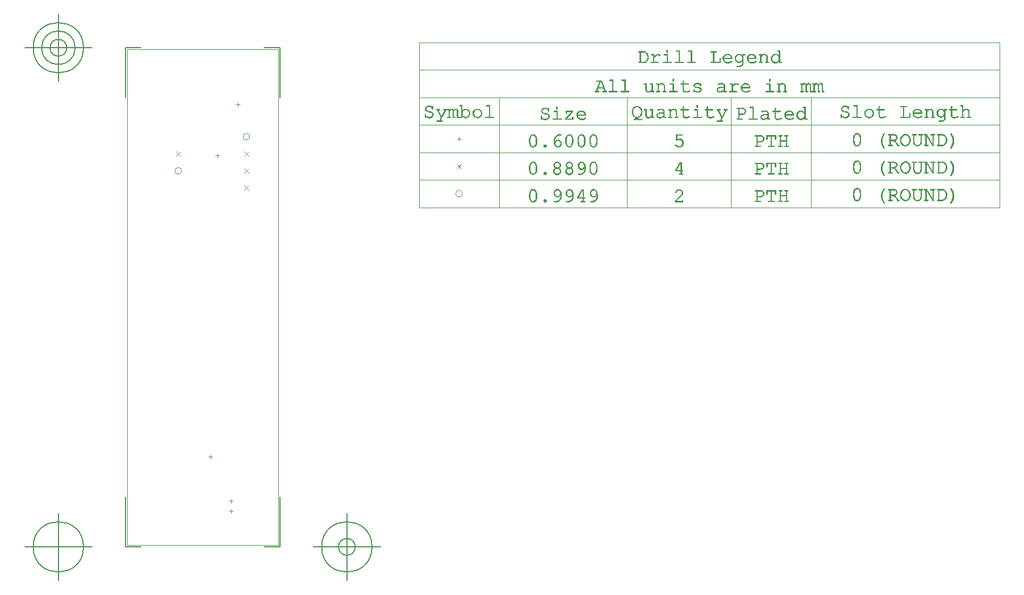
<source format=gbr>
G04 Generated by Ultiboard 14.2 *
%FSLAX34Y34*%
%MOMM*%

%ADD10C,0.0001*%
%ADD11C,0.0100*%
%ADD12C,0.0010*%
%ADD13C,0.1270*%
%ADD14C,0.1000*%


G04 ColorRGB 000000 for the following layer *
%LNDrill Symbols-Copper Top-Copper Bottom*%
%LPD*%
G54D11*
X151940Y50800D02*
X157940Y50800D01*
X154940Y47800D02*
X154940Y53800D01*
X151940Y66040D02*
X157940Y66040D01*
X154940Y63040D02*
X154940Y69040D01*
X121460Y132080D02*
X127460Y132080D01*
X124460Y129080D02*
X124460Y135080D01*
X131620Y581660D02*
X137620Y581660D01*
X134620Y578660D02*
X134620Y584660D01*
X165100Y654860D02*
X165100Y660860D01*
X162100Y657860D02*
X168100Y657860D01*
X174657Y555657D02*
X180943Y561943D01*
X174657Y561943D02*
X180943Y555657D01*
X174657Y587343D02*
X180943Y581057D01*
X174657Y581057D02*
X180943Y587343D01*
X172825Y609600D02*
G75*
D01*
G02X172825Y609600I4975J0*
G01*
X174657Y530257D02*
X180943Y536543D01*
X174657Y536543D02*
X180943Y530257D01*
X71225Y558800D02*
G75*
D01*
G02X71225Y558800I4975J0*
G01*
X73057Y581057D02*
X79343Y587343D01*
X73057Y587343D02*
X79343Y581057D01*
X489804Y524770D02*
G75*
D01*
G02X489804Y524770I4975J0*
G01*
X491636Y562627D02*
X497922Y568913D01*
X491636Y568913D02*
X497922Y562627D01*
X491779Y606770D02*
X497779Y606770D01*
X494779Y603770D02*
X494779Y609770D01*
G54D12*
G36*
X610347Y525100D02*
X610347Y525100D01*
X610105Y526469D01*
X610309Y518582D01*
X610347Y525100D01*
D02*
G37*
X610105Y526469D01*
X610309Y518582D01*
X610347Y525100D01*
G36*
X610347Y525100D01*
X610309Y518582D01*
X610427Y520463D01*
X610347Y525100D01*
D02*
G37*
X610309Y518582D01*
X610427Y520463D01*
X610347Y525100D01*
G36*
X610347Y525100D01*
X610427Y520463D01*
X610427Y523510D01*
X610347Y525100D01*
D02*
G37*
X610427Y520463D01*
X610427Y523510D01*
X610347Y525100D01*
G36*
X609805Y527396D02*
X609805Y527396D01*
X610309Y518582D01*
X610105Y526469D01*
X609805Y527396D01*
D02*
G37*
X610309Y518582D01*
X610105Y526469D01*
X609805Y527396D01*
G36*
X610309Y518582D02*
X610309Y518582D01*
X609805Y527396D01*
X609373Y528417D01*
X610309Y518582D01*
D02*
G37*
X609805Y527396D01*
X609373Y528417D01*
X610309Y518582D01*
G36*
X609373Y528417D02*
X609373Y528417D01*
X609364Y515440D01*
X610309Y518582D01*
X609373Y528417D01*
D02*
G37*
X609364Y515440D01*
X610309Y518582D01*
X609373Y528417D01*
G36*
X609364Y515440D02*
X609364Y515440D01*
X609373Y528417D01*
X609197Y523349D01*
X609364Y515440D01*
D02*
G37*
X609373Y528417D01*
X609197Y523349D01*
X609364Y515440D01*
G36*
X609197Y523349D02*
X609197Y523349D01*
X609197Y520639D01*
X609364Y515440D01*
X609197Y523349D01*
D02*
G37*
X609197Y520639D01*
X609364Y515440D01*
X609197Y523349D01*
G36*
X607600Y528989D02*
X607600Y528989D01*
X607692Y530675D01*
X607179Y529465D01*
X607600Y528989D01*
D02*
G37*
X607692Y530675D01*
X607179Y529465D01*
X607600Y528989D01*
G36*
X607692Y530675D02*
X607692Y530675D01*
X607600Y528989D01*
X608184Y527943D01*
X607692Y530675D01*
D02*
G37*
X607600Y528989D01*
X608184Y527943D01*
X607692Y530675D01*
G36*
X608184Y527943D02*
X608184Y527943D01*
X608435Y529985D01*
X607692Y530675D01*
X608184Y527943D01*
D02*
G37*
X608435Y529985D01*
X607692Y530675D01*
X608184Y527943D01*
G36*
X608435Y529985D02*
X608435Y529985D01*
X608184Y527943D01*
X608706Y526594D01*
X608435Y529985D01*
D02*
G37*
X608184Y527943D01*
X608706Y526594D01*
X608435Y529985D01*
G36*
X608706Y526594D02*
X608706Y526594D01*
X608889Y529344D01*
X608435Y529985D01*
X608706Y526594D01*
D02*
G37*
X608889Y529344D01*
X608435Y529985D01*
X608706Y526594D01*
G36*
X608889Y529344D02*
X608889Y529344D01*
X608706Y526594D01*
X609074Y525032D01*
X608889Y529344D01*
D02*
G37*
X608706Y526594D01*
X609074Y525032D01*
X608889Y529344D01*
G36*
X609074Y525032D02*
X609074Y525032D01*
X609373Y528417D01*
X608889Y529344D01*
X609074Y525032D01*
D02*
G37*
X609373Y528417D01*
X608889Y529344D01*
X609074Y525032D01*
G36*
X609373Y528417D02*
X609373Y528417D01*
X609074Y525032D01*
X609197Y523349D01*
X609373Y528417D01*
D02*
G37*
X609074Y525032D01*
X609197Y523349D01*
X609373Y528417D01*
G36*
X605762Y530252D02*
X605762Y530252D01*
X605820Y531517D01*
X604773Y530380D01*
X605762Y530252D01*
D02*
G37*
X605820Y531517D01*
X604773Y530380D01*
X605762Y530252D01*
G36*
X605820Y531517D02*
X605820Y531517D01*
X605762Y530252D01*
X606648Y529868D01*
X605820Y531517D01*
D02*
G37*
X605762Y530252D01*
X606648Y529868D01*
X605820Y531517D01*
G36*
X606648Y529868D02*
X606648Y529868D01*
X606809Y531193D01*
X605820Y531517D01*
X606648Y529868D01*
D02*
G37*
X606809Y531193D01*
X605820Y531517D01*
X606648Y529868D01*
G36*
X606809Y531193D02*
X606809Y531193D01*
X606648Y529868D01*
X607179Y529465D01*
X606809Y531193D01*
D02*
G37*
X606648Y529868D01*
X607179Y529465D01*
X606809Y531193D01*
G36*
X607179Y529465D02*
X607179Y529465D01*
X607692Y530675D01*
X606809Y531193D01*
X607179Y529465D01*
D02*
G37*
X607692Y530675D01*
X606809Y531193D01*
X607179Y529465D01*
G36*
X601023Y527172D02*
X601023Y527172D01*
X601023Y529809D01*
X600437Y524711D01*
X601023Y527172D01*
D02*
G37*
X601023Y529809D01*
X600437Y524711D01*
X601023Y527172D01*
G36*
X601023Y529809D02*
X601023Y529809D01*
X601023Y527172D01*
X601536Y528271D01*
X601023Y529809D01*
D02*
G37*
X601023Y527172D01*
X601536Y528271D01*
X601023Y529809D01*
G36*
X601536Y528271D02*
X601536Y528271D01*
X601811Y530604D01*
X601023Y529809D01*
X601536Y528271D01*
D02*
G37*
X601811Y530604D01*
X601023Y529809D01*
X601536Y528271D01*
G36*
X601811Y530604D02*
X601811Y530604D01*
X601536Y528271D01*
X602177Y529194D01*
X601811Y530604D01*
D02*
G37*
X601536Y528271D01*
X602177Y529194D01*
X601811Y530604D01*
G36*
X602177Y529194D02*
X602177Y529194D01*
X603679Y531512D01*
X601811Y530604D01*
X602177Y529194D01*
D02*
G37*
X603679Y531512D01*
X601811Y530604D01*
X602177Y529194D01*
G36*
X603679Y531512D02*
X603679Y531512D01*
X602177Y529194D01*
X603796Y530249D01*
X603679Y531512D01*
D02*
G37*
X602177Y529194D01*
X603796Y530249D01*
X603679Y531512D01*
G36*
X603796Y530249D02*
X603796Y530249D01*
X604758Y531625D01*
X603679Y531512D01*
X603796Y530249D01*
D02*
G37*
X604758Y531625D01*
X603679Y531512D01*
X603796Y530249D01*
G36*
X604758Y531625D02*
X604758Y531625D01*
X603796Y530249D01*
X604773Y530380D01*
X604758Y531625D01*
D02*
G37*
X603796Y530249D01*
X604773Y530380D01*
X604758Y531625D01*
G36*
X604773Y530380D02*
X604773Y530380D01*
X605820Y531517D01*
X604758Y531625D01*
X604773Y530380D01*
D02*
G37*
X605820Y531517D01*
X604758Y531625D01*
X604773Y530380D01*
G36*
X600196Y528547D02*
X600196Y528547D01*
X599251Y525398D01*
X599470Y517519D01*
X600196Y528547D01*
D02*
G37*
X599251Y525398D01*
X599470Y517519D01*
X600196Y528547D01*
G36*
X600196Y528547D01*
X599470Y517519D01*
X599761Y516582D01*
X600196Y528547D01*
D02*
G37*
X599470Y517519D01*
X599761Y516582D01*
X600196Y528547D01*
G36*
X600196Y528547D01*
X599761Y516582D01*
X600195Y515556D01*
X600196Y528547D01*
D02*
G37*
X599761Y516582D01*
X600195Y515556D01*
X600196Y528547D01*
G36*
X600196Y528547D01*
X600195Y515556D01*
X600364Y520639D01*
X600196Y528547D01*
D02*
G37*
X600195Y515556D01*
X600364Y520639D01*
X600196Y528547D01*
G36*
X600196Y528547D01*
X600364Y520639D01*
X600364Y523349D01*
X600196Y528547D01*
D02*
G37*
X600364Y520639D01*
X600364Y523349D01*
X600196Y528547D01*
G36*
X600196Y528547D01*
X600364Y523349D01*
X600437Y524711D01*
X600196Y528547D01*
D02*
G37*
X600364Y523349D01*
X600437Y524711D01*
X600196Y528547D01*
G36*
X600196Y528547D01*
X600437Y524711D01*
X601023Y529809D01*
X600196Y528547D01*
D02*
G37*
X600437Y524711D01*
X601023Y529809D01*
X600196Y528547D01*
G36*
X609123Y519276D02*
X609123Y519276D01*
X609364Y515440D01*
X609197Y520639D01*
X609123Y519276D01*
D02*
G37*
X609364Y515440D01*
X609197Y520639D01*
X609123Y519276D01*
G36*
X609364Y515440D02*
X609364Y515440D01*
X609123Y519276D01*
X608538Y516812D01*
X609364Y515440D01*
D02*
G37*
X609123Y519276D01*
X608538Y516812D01*
X609364Y515440D01*
G36*
X608538Y516812D02*
X608538Y516812D01*
X608538Y514179D01*
X609364Y515440D01*
X608538Y516812D01*
D02*
G37*
X608538Y514179D01*
X609364Y515440D01*
X608538Y516812D01*
G36*
X608538Y514179D02*
X608538Y514179D01*
X608538Y516812D01*
X608025Y515710D01*
X608538Y514179D01*
D02*
G37*
X608538Y516812D01*
X608025Y515710D01*
X608538Y514179D01*
G36*
X608025Y515710D02*
X608025Y515710D01*
X607749Y513385D01*
X608538Y514179D01*
X608025Y515710D01*
D02*
G37*
X607749Y513385D01*
X608538Y514179D01*
X608025Y515710D01*
G36*
X607749Y513385D02*
X607749Y513385D01*
X608025Y515710D01*
X607384Y514784D01*
X607749Y513385D01*
D02*
G37*
X608025Y515710D01*
X607384Y514784D01*
X607749Y513385D01*
G36*
X607384Y514784D02*
X607384Y514784D01*
X605882Y512477D01*
X607749Y513385D01*
X607384Y514784D01*
D02*
G37*
X605882Y512477D01*
X607749Y513385D01*
X607384Y514784D01*
G36*
X605882Y512477D02*
X605882Y512477D01*
X607384Y514784D01*
X605773Y513726D01*
X605882Y512477D01*
D02*
G37*
X607384Y514784D01*
X605773Y513726D01*
X605882Y512477D01*
G36*
X605773Y513726D02*
X605773Y513726D01*
X604802Y513593D01*
X605882Y512477D01*
X605773Y513726D01*
D02*
G37*
X604802Y513593D01*
X605882Y512477D01*
X605773Y513726D01*
G36*
X604802Y513593D02*
X604802Y513593D01*
X604802Y512363D01*
X605882Y512477D01*
X604802Y513593D01*
D02*
G37*
X604802Y512363D01*
X605882Y512477D01*
X604802Y513593D01*
G36*
X604802Y512363D02*
X604802Y512363D01*
X604802Y513593D01*
X603802Y513725D01*
X604802Y512363D01*
D02*
G37*
X604802Y513593D01*
X603802Y513725D01*
X604802Y512363D01*
G36*
X603802Y513725D02*
X603802Y513725D01*
X603749Y512471D01*
X604802Y512363D01*
X603802Y513725D01*
D02*
G37*
X603749Y512471D01*
X604802Y512363D01*
X603802Y513725D01*
G36*
X603749Y512471D02*
X603749Y512471D01*
X603802Y513725D01*
X602913Y514121D01*
X603749Y512471D01*
D02*
G37*
X603802Y513725D01*
X602913Y514121D01*
X603749Y512471D01*
G36*
X602913Y514121D02*
X602913Y514121D01*
X602759Y512795D01*
X603749Y512471D01*
X602913Y514121D01*
D02*
G37*
X602759Y512795D01*
X603749Y512471D01*
X602913Y514121D01*
G36*
X602759Y512795D02*
X602759Y512795D01*
X602913Y514121D01*
X602385Y514520D01*
X602759Y512795D01*
D02*
G37*
X602913Y514121D01*
X602385Y514520D01*
X602759Y512795D01*
G36*
X602385Y514520D02*
X602385Y514520D01*
X601975Y514985D01*
X602759Y512795D01*
X602385Y514520D01*
D02*
G37*
X601975Y514985D01*
X602759Y512795D01*
X602385Y514520D01*
G36*
X601975Y514985D02*
X601975Y514985D01*
X601871Y513313D01*
X602759Y512795D01*
X601975Y514985D01*
D02*
G37*
X601871Y513313D01*
X602759Y512795D01*
X601975Y514985D01*
G36*
X601871Y513313D02*
X601871Y513313D01*
X601975Y514985D01*
X601380Y516032D01*
X601871Y513313D01*
D02*
G37*
X601975Y514985D01*
X601380Y516032D01*
X601871Y513313D01*
G36*
X601380Y516032D02*
X601380Y516032D01*
X601125Y514003D01*
X601871Y513313D01*
X601380Y516032D01*
D02*
G37*
X601125Y514003D01*
X601871Y513313D01*
X601380Y516032D01*
G36*
X601125Y514003D02*
X601125Y514003D01*
X601380Y516032D01*
X600854Y517387D01*
X601125Y514003D01*
D02*
G37*
X601380Y516032D01*
X600854Y517387D01*
X601125Y514003D01*
G36*
X600854Y517387D02*
X600854Y517387D01*
X600681Y514633D01*
X601125Y514003D01*
X600854Y517387D01*
D02*
G37*
X600681Y514633D01*
X601125Y514003D01*
X600854Y517387D01*
G36*
X600681Y514633D02*
X600681Y514633D01*
X600854Y517387D01*
X600486Y518955D01*
X600681Y514633D01*
D02*
G37*
X600854Y517387D01*
X600486Y518955D01*
X600681Y514633D01*
G36*
X600486Y518955D02*
X600486Y518955D01*
X600364Y520639D01*
X600681Y514633D01*
X600486Y518955D01*
D02*
G37*
X600364Y520639D01*
X600681Y514633D01*
X600486Y518955D01*
G36*
X599217Y518885D02*
X599217Y518885D01*
X599470Y517519D01*
X599251Y525398D01*
X599217Y518885D01*
D02*
G37*
X599470Y517519D01*
X599251Y525398D01*
X599217Y518885D01*
G36*
X599217Y518885D01*
X599251Y525398D01*
X599133Y523510D01*
X599217Y518885D01*
D02*
G37*
X599251Y525398D01*
X599133Y523510D01*
X599217Y518885D01*
G36*
X599217Y518885D01*
X599133Y523510D01*
X599133Y520463D01*
X599217Y518885D01*
D02*
G37*
X599133Y523510D01*
X599133Y520463D01*
X599217Y518885D01*
G36*
X600364Y520639D02*
X600364Y520639D01*
X600195Y515556D01*
X600681Y514633D01*
X600364Y520639D01*
D02*
G37*
X600195Y515556D01*
X600681Y514633D01*
X600364Y520639D01*
G36*
X622527Y516333D02*
X622527Y516333D01*
X621774Y516190D01*
X622527Y516333D01*
D02*
G37*
X621774Y516190D01*
X622527Y516333D01*
G36*
X622527Y516333D01*
X621774Y516190D01*
X621128Y515761D01*
X622527Y516333D01*
D02*
G37*
X621774Y516190D01*
X621128Y515761D01*
X622527Y516333D01*
G36*
X622527Y516333D01*
X621128Y515761D01*
X620683Y515120D01*
X622527Y516333D01*
D02*
G37*
X621128Y515761D01*
X620683Y515120D01*
X622527Y516333D01*
G36*
X622527Y516333D01*
X620683Y515120D01*
X620535Y514340D01*
X622527Y516333D01*
D02*
G37*
X620683Y515120D01*
X620535Y514340D01*
X622527Y516333D01*
G36*
X622527Y516333D01*
X620535Y514340D01*
X620681Y513580D01*
X622527Y516333D01*
D02*
G37*
X620535Y514340D01*
X620681Y513580D01*
X622527Y516333D01*
G36*
X622527Y516333D01*
X620681Y513580D01*
X621121Y512941D01*
X622527Y516333D01*
D02*
G37*
X620681Y513580D01*
X621121Y512941D01*
X622527Y516333D01*
G36*
X622527Y516333D01*
X621121Y512941D01*
X621765Y512508D01*
X622527Y516333D01*
D02*
G37*
X621121Y512941D01*
X621765Y512508D01*
X622527Y516333D01*
G36*
X622527Y516333D01*
X621765Y512508D01*
X622527Y512363D01*
X622527Y516333D01*
D02*
G37*
X621765Y512508D01*
X622527Y512363D01*
X622527Y516333D01*
G36*
X622527Y516333D01*
X622527Y512363D01*
X623054Y512363D01*
X622527Y516333D01*
D02*
G37*
X622527Y512363D01*
X623054Y512363D01*
X622527Y516333D01*
G36*
X622527Y516333D01*
X623054Y512363D01*
X623807Y512506D01*
X622527Y516333D01*
D02*
G37*
X623054Y512363D01*
X623807Y512506D01*
X622527Y516333D01*
G36*
X622527Y516333D01*
X623807Y512506D01*
X624453Y512934D01*
X622527Y516333D01*
D02*
G37*
X623807Y512506D01*
X624453Y512934D01*
X622527Y516333D01*
G36*
X622527Y516333D01*
X624453Y512934D01*
X624898Y513575D01*
X622527Y516333D01*
D02*
G37*
X624453Y512934D01*
X624898Y513575D01*
X622527Y516333D01*
G36*
X622527Y516333D01*
X624898Y513575D01*
X625046Y514355D01*
X622527Y516333D01*
D02*
G37*
X624898Y513575D01*
X625046Y514355D01*
X622527Y516333D01*
G36*
X622527Y516333D01*
X625046Y514355D01*
X624900Y515115D01*
X622527Y516333D01*
D02*
G37*
X625046Y514355D01*
X624900Y515115D01*
X622527Y516333D01*
G36*
X622527Y516333D01*
X624900Y515115D01*
X624460Y515754D01*
X622527Y516333D01*
D02*
G37*
X624900Y515115D01*
X624460Y515754D01*
X622527Y516333D01*
G36*
X622527Y516333D01*
X624460Y515754D01*
X623816Y516188D01*
X622527Y516333D01*
D02*
G37*
X624460Y515754D01*
X623816Y516188D01*
X622527Y516333D01*
G36*
X622527Y516333D01*
X623816Y516188D01*
X623054Y516333D01*
X622527Y516333D01*
D02*
G37*
X623816Y516188D01*
X623054Y516333D01*
X622527Y516333D01*
G36*
X641729Y530313D02*
X641729Y530313D01*
X641771Y531560D01*
X640984Y530380D01*
X641729Y530313D01*
D02*
G37*
X641771Y531560D01*
X640984Y530380D01*
X641729Y530313D01*
G36*
X641771Y531560D02*
X641771Y531560D01*
X641729Y530313D01*
X643073Y529775D01*
X641771Y531560D01*
D02*
G37*
X641729Y530313D01*
X643073Y529775D01*
X641771Y531560D01*
G36*
X643073Y529775D02*
X643073Y529775D01*
X643295Y531040D01*
X641771Y531560D01*
X643073Y529775D01*
D02*
G37*
X643295Y531040D01*
X641771Y531560D01*
X643073Y529775D01*
G36*
X643295Y531040D02*
X643295Y531040D01*
X643073Y529775D01*
X643672Y529304D01*
X643295Y531040D01*
D02*
G37*
X643073Y529775D01*
X643672Y529304D01*
X643295Y531040D01*
G36*
X643672Y529304D02*
X643672Y529304D01*
X644001Y530585D01*
X643295Y531040D01*
X643672Y529304D01*
D02*
G37*
X644001Y530585D01*
X643295Y531040D01*
X643672Y529304D01*
G36*
X644001Y530585D02*
X644001Y530585D01*
X643672Y529304D01*
X644223Y528647D01*
X644001Y530585D01*
D02*
G37*
X643672Y529304D01*
X644223Y528647D01*
X644001Y530585D01*
G36*
X644223Y528647D02*
X644223Y528647D01*
X644651Y530007D01*
X644001Y530585D01*
X644223Y528647D01*
D02*
G37*
X644651Y530007D01*
X644001Y530585D01*
X644223Y528647D01*
G36*
X644651Y530007D02*
X644651Y530007D01*
X644223Y528647D01*
X645187Y526622D01*
X644651Y530007D01*
D02*
G37*
X644223Y528647D01*
X645187Y526622D01*
X644651Y530007D01*
G36*
X645187Y526622D02*
X645187Y526622D01*
X645721Y528498D01*
X644651Y530007D01*
X645187Y526622D01*
D02*
G37*
X645721Y528498D01*
X644651Y530007D01*
X645187Y526622D01*
G36*
X645721Y528498D02*
X645721Y528498D01*
X645187Y526622D01*
X645598Y525253D01*
X645721Y528498D01*
D02*
G37*
X645187Y526622D01*
X645598Y525253D01*
X645721Y528498D01*
G36*
X645598Y525253D02*
X645598Y525253D01*
X645832Y523203D01*
X645721Y528498D01*
X645598Y525253D01*
D02*
G37*
X645832Y523203D01*
X645721Y528498D01*
X645598Y525253D01*
G36*
X645832Y523203D02*
X645832Y523203D01*
X645598Y525253D01*
X644796Y523822D01*
X645832Y523203D01*
D02*
G37*
X645598Y525253D01*
X644796Y523822D01*
X645832Y523203D01*
G36*
X644796Y523822D02*
X644796Y523822D01*
X644791Y521727D01*
X645832Y523203D01*
X644796Y523822D01*
D02*
G37*
X644791Y521727D01*
X645832Y523203D01*
X644796Y523822D01*
G36*
X644791Y521727D02*
X644791Y521727D01*
X644796Y523822D01*
X644207Y522924D01*
X644791Y521727D01*
D02*
G37*
X644796Y523822D01*
X644207Y522924D01*
X644791Y521727D01*
G36*
X644207Y522924D02*
X644207Y522924D01*
X643569Y520668D01*
X644791Y521727D01*
X644207Y522924D01*
D02*
G37*
X643569Y520668D01*
X644791Y521727D01*
X644207Y522924D01*
G36*
X643569Y520668D02*
X643569Y520668D01*
X644207Y522924D01*
X643436Y522104D01*
X643569Y520668D01*
D02*
G37*
X644207Y522924D01*
X643436Y522104D01*
X643569Y520668D01*
G36*
X643436Y522104D02*
X643436Y522104D01*
X642617Y521518D01*
X643569Y520668D01*
X643436Y522104D01*
D02*
G37*
X642617Y521518D01*
X643569Y520668D01*
X643436Y522104D01*
G36*
X638847Y529639D02*
X638847Y529639D01*
X639842Y531510D01*
X638230Y529062D01*
X638847Y529639D01*
D02*
G37*
X639842Y531510D01*
X638230Y529062D01*
X638847Y529639D01*
G36*
X639842Y531510D02*
X639842Y531510D01*
X638847Y529639D01*
X640224Y530298D01*
X639842Y531510D01*
D02*
G37*
X638847Y529639D01*
X640224Y530298D01*
X639842Y531510D01*
G36*
X640224Y530298D02*
X640224Y530298D01*
X640955Y531625D01*
X639842Y531510D01*
X640224Y530298D01*
D02*
G37*
X640955Y531625D01*
X639842Y531510D01*
X640224Y530298D01*
G36*
X640955Y531625D02*
X640955Y531625D01*
X640224Y530298D01*
X640984Y530380D01*
X640955Y531625D01*
D02*
G37*
X640224Y530298D01*
X640984Y530380D01*
X640955Y531625D01*
G36*
X640984Y530380D02*
X640984Y530380D01*
X641771Y531560D01*
X640955Y531625D01*
X640984Y530380D01*
D02*
G37*
X641771Y531560D01*
X640955Y531625D01*
X640984Y530380D01*
G36*
X637118Y526664D02*
X637118Y526664D01*
X637212Y529772D01*
X637043Y525678D01*
X637118Y526664D01*
D02*
G37*
X637212Y529772D01*
X637043Y525678D01*
X637118Y526664D01*
G36*
X637212Y529772D02*
X637212Y529772D01*
X637118Y526664D01*
X637711Y528356D01*
X637212Y529772D01*
D02*
G37*
X637118Y526664D01*
X637711Y528356D01*
X637212Y529772D01*
G36*
X637711Y528356D02*
X637711Y528356D01*
X637970Y530583D01*
X637212Y529772D01*
X637711Y528356D01*
D02*
G37*
X637970Y530583D01*
X637212Y529772D01*
X637711Y528356D01*
G36*
X637970Y530583D02*
X637970Y530583D01*
X637711Y528356D01*
X638230Y529062D01*
X637970Y530583D01*
D02*
G37*
X637711Y528356D01*
X638230Y529062D01*
X637970Y530583D01*
G36*
X638230Y529062D02*
X638230Y529062D01*
X639842Y531510D01*
X637970Y530583D01*
X638230Y529062D01*
D02*
G37*
X639842Y531510D01*
X637970Y530583D01*
X638230Y529062D01*
G36*
X636600Y528821D02*
X636600Y528821D01*
X635900Y526766D01*
X635989Y524146D01*
X636600Y528821D01*
D02*
G37*
X635900Y526766D01*
X635989Y524146D01*
X636600Y528821D01*
G36*
X636600Y528821D01*
X635989Y524146D01*
X636516Y522697D01*
X636600Y528821D01*
D02*
G37*
X635989Y524146D01*
X636516Y522697D01*
X636600Y528821D01*
G36*
X636600Y528821D01*
X636516Y522697D01*
X637342Y521454D01*
X636600Y528821D01*
D02*
G37*
X636516Y522697D01*
X637342Y521454D01*
X636600Y528821D01*
G36*
X636600Y528821D01*
X637342Y521454D01*
X637043Y525678D01*
X636600Y528821D01*
D02*
G37*
X637342Y521454D01*
X637043Y525678D01*
X636600Y528821D01*
G36*
X636600Y528821D01*
X637043Y525678D01*
X637212Y529772D01*
X636600Y528821D01*
D02*
G37*
X637043Y525678D01*
X637212Y529772D01*
X636600Y528821D01*
G36*
X647060Y523305D02*
X647060Y523305D01*
X646913Y519291D01*
X647122Y521679D01*
X647060Y523305D01*
D02*
G37*
X646913Y519291D01*
X647122Y521679D01*
X647060Y523305D01*
G36*
X646913Y519291D02*
X646913Y519291D01*
X647060Y523305D01*
X646569Y526249D01*
X646913Y519291D01*
D02*
G37*
X647060Y523305D01*
X646569Y526249D01*
X646913Y519291D01*
G36*
X646569Y526249D02*
X646569Y526249D01*
X646287Y517343D01*
X646913Y519291D01*
X646569Y526249D01*
D02*
G37*
X646287Y517343D01*
X646913Y519291D01*
X646569Y526249D01*
G36*
X646287Y517343D02*
X646287Y517343D01*
X646569Y526249D01*
X646140Y527568D01*
X646287Y517343D01*
D02*
G37*
X646569Y526249D01*
X646140Y527568D01*
X646287Y517343D01*
G36*
X646140Y527568D02*
X646140Y527568D01*
X645891Y521474D01*
X646287Y517343D01*
X646140Y527568D01*
D02*
G37*
X645891Y521474D01*
X646287Y517343D01*
X646140Y527568D01*
G36*
X645891Y521474D02*
X645891Y521474D01*
X646140Y527568D01*
X645876Y522214D01*
X645891Y521474D01*
D02*
G37*
X646140Y527568D01*
X645876Y522214D01*
X645891Y521474D01*
G36*
X646140Y527568D02*
X646140Y527568D01*
X645721Y528498D01*
X645832Y523203D01*
X646140Y527568D01*
D02*
G37*
X645721Y528498D01*
X645832Y523203D01*
X646140Y527568D01*
G36*
X646140Y527568D01*
X645832Y523203D01*
X645876Y522214D01*
X646140Y527568D01*
D02*
G37*
X645832Y523203D01*
X645876Y522214D01*
X646140Y527568D01*
G36*
X642242Y520031D02*
X642242Y520031D01*
X643569Y520668D01*
X642617Y521518D01*
X642242Y520031D01*
D02*
G37*
X643569Y520668D01*
X642617Y521518D01*
X642242Y520031D01*
G36*
X642242Y520031D01*
X642617Y521518D01*
X641769Y521166D01*
X642242Y520031D01*
D02*
G37*
X642617Y521518D01*
X641769Y521166D01*
X642242Y520031D01*
G36*
X642242Y520031D01*
X641769Y521166D01*
X640911Y521049D01*
X642242Y520031D01*
D02*
G37*
X641769Y521166D01*
X640911Y521049D01*
X642242Y520031D01*
G36*
X642242Y520031D01*
X640911Y521049D01*
X640881Y519819D01*
X642242Y520031D01*
D02*
G37*
X640911Y521049D01*
X640881Y519819D01*
X642242Y520031D01*
G36*
X638413Y520551D02*
X638413Y520551D01*
X638842Y521787D01*
X638230Y522360D01*
X638413Y520551D01*
D02*
G37*
X638842Y521787D01*
X638230Y522360D01*
X638413Y520551D01*
G36*
X638842Y521787D02*
X638842Y521787D01*
X638413Y520551D01*
X639627Y520002D01*
X638842Y521787D01*
D02*
G37*
X638413Y520551D01*
X639627Y520002D01*
X638842Y521787D01*
G36*
X639627Y520002D02*
X639627Y520002D01*
X640183Y521131D01*
X638842Y521787D01*
X639627Y520002D01*
D02*
G37*
X640183Y521131D01*
X638842Y521787D01*
X639627Y520002D01*
G36*
X640183Y521131D02*
X640183Y521131D01*
X639627Y520002D01*
X640881Y519819D01*
X640183Y521131D01*
D02*
G37*
X639627Y520002D01*
X640881Y519819D01*
X640183Y521131D01*
G36*
X640881Y519819D02*
X640881Y519819D01*
X640911Y521049D01*
X640183Y521131D01*
X640881Y519819D01*
D02*
G37*
X640911Y521049D01*
X640183Y521131D01*
X640881Y519819D01*
G36*
X637711Y523059D02*
X637711Y523059D01*
X637118Y524718D01*
X637342Y521454D01*
X637711Y523059D01*
D02*
G37*
X637118Y524718D01*
X637342Y521454D01*
X637711Y523059D01*
G36*
X637711Y523059D01*
X637342Y521454D01*
X638413Y520551D01*
X637711Y523059D01*
D02*
G37*
X637342Y521454D01*
X638413Y520551D01*
X637711Y523059D01*
G36*
X637711Y523059D01*
X638413Y520551D01*
X638230Y522360D01*
X637711Y523059D01*
D02*
G37*
X638413Y520551D01*
X638230Y522360D01*
X637711Y523059D01*
G36*
X645751Y519853D02*
X645751Y519853D01*
X644630Y517037D01*
X644653Y515073D01*
X645751Y519853D01*
D02*
G37*
X644630Y517037D01*
X644653Y515073D01*
X645751Y519853D01*
G36*
X645751Y519853D01*
X644653Y515073D01*
X645600Y516190D01*
X645751Y519853D01*
D02*
G37*
X644653Y515073D01*
X645600Y516190D01*
X645751Y519853D01*
G36*
X645751Y519853D01*
X645600Y516190D01*
X646287Y517343D01*
X645751Y519853D01*
D02*
G37*
X645600Y516190D01*
X646287Y517343D01*
X645751Y519853D01*
G36*
X645751Y519853D01*
X646287Y517343D01*
X645891Y521474D01*
X645751Y519853D01*
D02*
G37*
X646287Y517343D01*
X645891Y521474D01*
X645751Y519853D01*
G36*
X642229Y513286D02*
X642229Y513286D01*
X642474Y514858D01*
X640347Y512594D01*
X642229Y513286D01*
D02*
G37*
X642474Y514858D01*
X640347Y512594D01*
X642229Y513286D01*
G36*
X642474Y514858D02*
X642474Y514858D01*
X642229Y513286D01*
X643509Y514077D01*
X642474Y514858D01*
D02*
G37*
X642229Y513286D01*
X643509Y514077D01*
X642474Y514858D01*
G36*
X643509Y514077D02*
X643509Y514077D01*
X643650Y515842D01*
X642474Y514858D01*
X643509Y514077D01*
D02*
G37*
X643650Y515842D01*
X642474Y514858D01*
X643509Y514077D01*
G36*
X643650Y515842D02*
X643650Y515842D01*
X643509Y514077D01*
X644653Y515073D01*
X643650Y515842D01*
D02*
G37*
X643509Y514077D01*
X644653Y515073D01*
X643650Y515842D01*
G36*
X644653Y515073D02*
X644653Y515073D01*
X644630Y517037D01*
X643650Y515842D01*
X644653Y515073D01*
D02*
G37*
X644630Y517037D01*
X643650Y515842D01*
X644653Y515073D01*
G36*
X639794Y513734D02*
X639794Y513734D01*
X638289Y513593D01*
X638391Y512363D01*
X639794Y513734D01*
D02*
G37*
X638289Y513593D01*
X638391Y512363D01*
X639794Y513734D01*
G36*
X639794Y513734D01*
X638391Y512363D01*
X640347Y512594D01*
X639794Y513734D01*
D02*
G37*
X638391Y512363D01*
X640347Y512594D01*
X639794Y513734D01*
G36*
X639794Y513734D01*
X640347Y512594D01*
X642474Y514858D01*
X639794Y513734D01*
D02*
G37*
X640347Y512594D01*
X642474Y514858D01*
X639794Y513734D01*
G36*
X637585Y513663D02*
X637585Y513663D01*
X636970Y513872D01*
X637194Y512487D01*
X637585Y513663D01*
D02*
G37*
X636970Y513872D01*
X637194Y512487D01*
X637585Y513663D01*
G36*
X637585Y513663D01*
X637194Y512487D01*
X638391Y512363D01*
X637585Y513663D01*
D02*
G37*
X637194Y512487D01*
X638391Y512363D01*
X637585Y513663D01*
G36*
X637585Y513663D01*
X638391Y512363D01*
X638289Y513593D01*
X637585Y513663D01*
D02*
G37*
X638391Y512363D01*
X638289Y513593D01*
X637585Y513663D01*
G36*
X636674Y513992D02*
X636674Y513992D01*
X637194Y512487D01*
X636970Y513872D01*
X636674Y513992D01*
D02*
G37*
X637194Y512487D01*
X636970Y513872D01*
X636674Y513992D01*
G36*
X637194Y512487D02*
X637194Y512487D01*
X636674Y513992D01*
X636457Y514033D01*
X637194Y512487D01*
D02*
G37*
X636674Y513992D01*
X636457Y514033D01*
X637194Y512487D01*
G36*
X636457Y514033D02*
X636457Y514033D01*
X636238Y512861D01*
X637194Y512487D01*
X636457Y514033D01*
D02*
G37*
X636238Y512861D01*
X637194Y512487D01*
X636457Y514033D01*
G36*
X636238Y512861D02*
X636238Y512861D01*
X636457Y514033D01*
X636227Y513991D01*
X636238Y512861D01*
D02*
G37*
X636457Y514033D01*
X636227Y513991D01*
X636238Y512861D01*
G36*
X636227Y513991D02*
X636227Y513991D01*
X636033Y513864D01*
X636238Y512861D01*
X636227Y513991D01*
D02*
G37*
X636033Y513864D01*
X636238Y512861D01*
X636227Y513991D01*
G36*
X635952Y513124D02*
X635952Y513124D01*
X636238Y512861D01*
X636033Y513864D01*
X635952Y513124D01*
D02*
G37*
X636238Y512861D01*
X636033Y513864D01*
X635952Y513124D01*
G36*
X635952Y513124D01*
X636033Y513864D01*
X635901Y513676D01*
X635952Y513124D01*
D02*
G37*
X636033Y513864D01*
X635901Y513676D01*
X635952Y513124D01*
G36*
X635952Y513124D01*
X635901Y513676D01*
X635857Y513447D01*
X635952Y513124D01*
D02*
G37*
X635901Y513676D01*
X635857Y513447D01*
X635952Y513124D01*
G36*
X635989Y524146D02*
X635989Y524146D01*
X635900Y526766D01*
X635813Y525664D01*
X635989Y524146D01*
D02*
G37*
X635900Y526766D01*
X635813Y525664D01*
X635989Y524146D01*
G36*
X637043Y525678D02*
X637043Y525678D01*
X637342Y521454D01*
X637118Y524718D01*
X637043Y525678D01*
D02*
G37*
X637342Y521454D01*
X637118Y524718D01*
X637043Y525678D01*
G36*
X659732Y530313D02*
X659732Y530313D01*
X659774Y531560D01*
X658987Y530380D01*
X659732Y530313D01*
D02*
G37*
X659774Y531560D01*
X658987Y530380D01*
X659732Y530313D01*
G36*
X659774Y531560D02*
X659774Y531560D01*
X659732Y530313D01*
X661076Y529775D01*
X659774Y531560D01*
D02*
G37*
X659732Y530313D01*
X661076Y529775D01*
X659774Y531560D01*
G36*
X661076Y529775D02*
X661076Y529775D01*
X661298Y531040D01*
X659774Y531560D01*
X661076Y529775D01*
D02*
G37*
X661298Y531040D01*
X659774Y531560D01*
X661076Y529775D01*
G36*
X661298Y531040D02*
X661298Y531040D01*
X661076Y529775D01*
X661675Y529304D01*
X661298Y531040D01*
D02*
G37*
X661076Y529775D01*
X661675Y529304D01*
X661298Y531040D01*
G36*
X661675Y529304D02*
X661675Y529304D01*
X662004Y530585D01*
X661298Y531040D01*
X661675Y529304D01*
D02*
G37*
X662004Y530585D01*
X661298Y531040D01*
X661675Y529304D01*
G36*
X662004Y530585D02*
X662004Y530585D01*
X661675Y529304D01*
X662226Y528647D01*
X662004Y530585D01*
D02*
G37*
X661675Y529304D01*
X662226Y528647D01*
X662004Y530585D01*
G36*
X662226Y528647D02*
X662226Y528647D01*
X662654Y530007D01*
X662004Y530585D01*
X662226Y528647D01*
D02*
G37*
X662654Y530007D01*
X662004Y530585D01*
X662226Y528647D01*
G36*
X662654Y530007D02*
X662654Y530007D01*
X662226Y528647D01*
X663190Y526622D01*
X662654Y530007D01*
D02*
G37*
X662226Y528647D01*
X663190Y526622D01*
X662654Y530007D01*
G36*
X663190Y526622D02*
X663190Y526622D01*
X663724Y528498D01*
X662654Y530007D01*
X663190Y526622D01*
D02*
G37*
X663724Y528498D01*
X662654Y530007D01*
X663190Y526622D01*
G36*
X663724Y528498D02*
X663724Y528498D01*
X663190Y526622D01*
X663601Y525253D01*
X663724Y528498D01*
D02*
G37*
X663190Y526622D01*
X663601Y525253D01*
X663724Y528498D01*
G36*
X663601Y525253D02*
X663601Y525253D01*
X663835Y523203D01*
X663724Y528498D01*
X663601Y525253D01*
D02*
G37*
X663835Y523203D01*
X663724Y528498D01*
X663601Y525253D01*
G36*
X663835Y523203D02*
X663835Y523203D01*
X663601Y525253D01*
X662799Y523822D01*
X663835Y523203D01*
D02*
G37*
X663601Y525253D01*
X662799Y523822D01*
X663835Y523203D01*
G36*
X662799Y523822D02*
X662799Y523822D01*
X662794Y521727D01*
X663835Y523203D01*
X662799Y523822D01*
D02*
G37*
X662794Y521727D01*
X663835Y523203D01*
X662799Y523822D01*
G36*
X662794Y521727D02*
X662794Y521727D01*
X662799Y523822D01*
X662209Y522924D01*
X662794Y521727D01*
D02*
G37*
X662799Y523822D01*
X662209Y522924D01*
X662794Y521727D01*
G36*
X662209Y522924D02*
X662209Y522924D01*
X661572Y520668D01*
X662794Y521727D01*
X662209Y522924D01*
D02*
G37*
X661572Y520668D01*
X662794Y521727D01*
X662209Y522924D01*
G36*
X661572Y520668D02*
X661572Y520668D01*
X662209Y522924D01*
X661439Y522104D01*
X661572Y520668D01*
D02*
G37*
X662209Y522924D01*
X661439Y522104D01*
X661572Y520668D01*
G36*
X661439Y522104D02*
X661439Y522104D01*
X660620Y521518D01*
X661572Y520668D01*
X661439Y522104D01*
D02*
G37*
X660620Y521518D01*
X661572Y520668D01*
X661439Y522104D01*
G36*
X656850Y529639D02*
X656850Y529639D01*
X657845Y531510D01*
X656233Y529062D01*
X656850Y529639D01*
D02*
G37*
X657845Y531510D01*
X656233Y529062D01*
X656850Y529639D01*
G36*
X657845Y531510D02*
X657845Y531510D01*
X656850Y529639D01*
X658227Y530298D01*
X657845Y531510D01*
D02*
G37*
X656850Y529639D01*
X658227Y530298D01*
X657845Y531510D01*
G36*
X658227Y530298D02*
X658227Y530298D01*
X658957Y531625D01*
X657845Y531510D01*
X658227Y530298D01*
D02*
G37*
X658957Y531625D01*
X657845Y531510D01*
X658227Y530298D01*
G36*
X658957Y531625D02*
X658957Y531625D01*
X658227Y530298D01*
X658987Y530380D01*
X658957Y531625D01*
D02*
G37*
X658227Y530298D01*
X658987Y530380D01*
X658957Y531625D01*
G36*
X658987Y530380D02*
X658987Y530380D01*
X659774Y531560D01*
X658957Y531625D01*
X658987Y530380D01*
D02*
G37*
X659774Y531560D01*
X658957Y531625D01*
X658987Y530380D01*
G36*
X655121Y526664D02*
X655121Y526664D01*
X655215Y529772D01*
X655046Y525678D01*
X655121Y526664D01*
D02*
G37*
X655215Y529772D01*
X655046Y525678D01*
X655121Y526664D01*
G36*
X655215Y529772D02*
X655215Y529772D01*
X655121Y526664D01*
X655714Y528356D01*
X655215Y529772D01*
D02*
G37*
X655121Y526664D01*
X655714Y528356D01*
X655215Y529772D01*
G36*
X655714Y528356D02*
X655714Y528356D01*
X655973Y530583D01*
X655215Y529772D01*
X655714Y528356D01*
D02*
G37*
X655973Y530583D01*
X655215Y529772D01*
X655714Y528356D01*
G36*
X655973Y530583D02*
X655973Y530583D01*
X655714Y528356D01*
X656233Y529062D01*
X655973Y530583D01*
D02*
G37*
X655714Y528356D01*
X656233Y529062D01*
X655973Y530583D01*
G36*
X656233Y529062D02*
X656233Y529062D01*
X657845Y531510D01*
X655973Y530583D01*
X656233Y529062D01*
D02*
G37*
X657845Y531510D01*
X655973Y530583D01*
X656233Y529062D01*
G36*
X654603Y528821D02*
X654603Y528821D01*
X653903Y526766D01*
X653992Y524146D01*
X654603Y528821D01*
D02*
G37*
X653903Y526766D01*
X653992Y524146D01*
X654603Y528821D01*
G36*
X654603Y528821D01*
X653992Y524146D01*
X654519Y522697D01*
X654603Y528821D01*
D02*
G37*
X653992Y524146D01*
X654519Y522697D01*
X654603Y528821D01*
G36*
X654603Y528821D01*
X654519Y522697D01*
X655345Y521454D01*
X654603Y528821D01*
D02*
G37*
X654519Y522697D01*
X655345Y521454D01*
X654603Y528821D01*
G36*
X654603Y528821D01*
X655345Y521454D01*
X655046Y525678D01*
X654603Y528821D01*
D02*
G37*
X655345Y521454D01*
X655046Y525678D01*
X654603Y528821D01*
G36*
X654603Y528821D01*
X655046Y525678D01*
X655215Y529772D01*
X654603Y528821D01*
D02*
G37*
X655046Y525678D01*
X655215Y529772D01*
X654603Y528821D01*
G36*
X665063Y523305D02*
X665063Y523305D01*
X664916Y519291D01*
X665124Y521679D01*
X665063Y523305D01*
D02*
G37*
X664916Y519291D01*
X665124Y521679D01*
X665063Y523305D01*
G36*
X664916Y519291D02*
X664916Y519291D01*
X665063Y523305D01*
X664572Y526249D01*
X664916Y519291D01*
D02*
G37*
X665063Y523305D01*
X664572Y526249D01*
X664916Y519291D01*
G36*
X664572Y526249D02*
X664572Y526249D01*
X664290Y517343D01*
X664916Y519291D01*
X664572Y526249D01*
D02*
G37*
X664290Y517343D01*
X664916Y519291D01*
X664572Y526249D01*
G36*
X664290Y517343D02*
X664290Y517343D01*
X664572Y526249D01*
X664143Y527568D01*
X664290Y517343D01*
D02*
G37*
X664572Y526249D01*
X664143Y527568D01*
X664290Y517343D01*
G36*
X664143Y527568D02*
X664143Y527568D01*
X663894Y521474D01*
X664290Y517343D01*
X664143Y527568D01*
D02*
G37*
X663894Y521474D01*
X664290Y517343D01*
X664143Y527568D01*
G36*
X663894Y521474D02*
X663894Y521474D01*
X664143Y527568D01*
X663879Y522214D01*
X663894Y521474D01*
D02*
G37*
X664143Y527568D01*
X663879Y522214D01*
X663894Y521474D01*
G36*
X664143Y527568D02*
X664143Y527568D01*
X663724Y528498D01*
X663835Y523203D01*
X664143Y527568D01*
D02*
G37*
X663724Y528498D01*
X663835Y523203D01*
X664143Y527568D01*
G36*
X664143Y527568D01*
X663835Y523203D01*
X663879Y522214D01*
X664143Y527568D01*
D02*
G37*
X663835Y523203D01*
X663879Y522214D01*
X664143Y527568D01*
G36*
X660245Y520031D02*
X660245Y520031D01*
X661572Y520668D01*
X660620Y521518D01*
X660245Y520031D01*
D02*
G37*
X661572Y520668D01*
X660620Y521518D01*
X660245Y520031D01*
G36*
X660245Y520031D01*
X660620Y521518D01*
X659772Y521166D01*
X660245Y520031D01*
D02*
G37*
X660620Y521518D01*
X659772Y521166D01*
X660245Y520031D01*
G36*
X660245Y520031D01*
X659772Y521166D01*
X658914Y521049D01*
X660245Y520031D01*
D02*
G37*
X659772Y521166D01*
X658914Y521049D01*
X660245Y520031D01*
G36*
X660245Y520031D01*
X658914Y521049D01*
X658884Y519819D01*
X660245Y520031D01*
D02*
G37*
X658914Y521049D01*
X658884Y519819D01*
X660245Y520031D01*
G36*
X656416Y520551D02*
X656416Y520551D01*
X656845Y521787D01*
X656233Y522360D01*
X656416Y520551D01*
D02*
G37*
X656845Y521787D01*
X656233Y522360D01*
X656416Y520551D01*
G36*
X656845Y521787D02*
X656845Y521787D01*
X656416Y520551D01*
X657630Y520002D01*
X656845Y521787D01*
D02*
G37*
X656416Y520551D01*
X657630Y520002D01*
X656845Y521787D01*
G36*
X657630Y520002D02*
X657630Y520002D01*
X658186Y521131D01*
X656845Y521787D01*
X657630Y520002D01*
D02*
G37*
X658186Y521131D01*
X656845Y521787D01*
X657630Y520002D01*
G36*
X658186Y521131D02*
X658186Y521131D01*
X657630Y520002D01*
X658884Y519819D01*
X658186Y521131D01*
D02*
G37*
X657630Y520002D01*
X658884Y519819D01*
X658186Y521131D01*
G36*
X658884Y519819D02*
X658884Y519819D01*
X658914Y521049D01*
X658186Y521131D01*
X658884Y519819D01*
D02*
G37*
X658914Y521049D01*
X658186Y521131D01*
X658884Y519819D01*
G36*
X655714Y523059D02*
X655714Y523059D01*
X655121Y524718D01*
X655345Y521454D01*
X655714Y523059D01*
D02*
G37*
X655121Y524718D01*
X655345Y521454D01*
X655714Y523059D01*
G36*
X655714Y523059D01*
X655345Y521454D01*
X656416Y520551D01*
X655714Y523059D01*
D02*
G37*
X655345Y521454D01*
X656416Y520551D01*
X655714Y523059D01*
G36*
X655714Y523059D01*
X656416Y520551D01*
X656233Y522360D01*
X655714Y523059D01*
D02*
G37*
X656416Y520551D01*
X656233Y522360D01*
X655714Y523059D01*
G36*
X663754Y519853D02*
X663754Y519853D01*
X662633Y517037D01*
X662656Y515073D01*
X663754Y519853D01*
D02*
G37*
X662633Y517037D01*
X662656Y515073D01*
X663754Y519853D01*
G36*
X663754Y519853D01*
X662656Y515073D01*
X663603Y516190D01*
X663754Y519853D01*
D02*
G37*
X662656Y515073D01*
X663603Y516190D01*
X663754Y519853D01*
G36*
X663754Y519853D01*
X663603Y516190D01*
X664290Y517343D01*
X663754Y519853D01*
D02*
G37*
X663603Y516190D01*
X664290Y517343D01*
X663754Y519853D01*
G36*
X663754Y519853D01*
X664290Y517343D01*
X663894Y521474D01*
X663754Y519853D01*
D02*
G37*
X664290Y517343D01*
X663894Y521474D01*
X663754Y519853D01*
G36*
X660232Y513286D02*
X660232Y513286D01*
X660477Y514858D01*
X658350Y512594D01*
X660232Y513286D01*
D02*
G37*
X660477Y514858D01*
X658350Y512594D01*
X660232Y513286D01*
G36*
X660477Y514858D02*
X660477Y514858D01*
X660232Y513286D01*
X661512Y514077D01*
X660477Y514858D01*
D02*
G37*
X660232Y513286D01*
X661512Y514077D01*
X660477Y514858D01*
G36*
X661512Y514077D02*
X661512Y514077D01*
X661653Y515842D01*
X660477Y514858D01*
X661512Y514077D01*
D02*
G37*
X661653Y515842D01*
X660477Y514858D01*
X661512Y514077D01*
G36*
X661653Y515842D02*
X661653Y515842D01*
X661512Y514077D01*
X662656Y515073D01*
X661653Y515842D01*
D02*
G37*
X661512Y514077D01*
X662656Y515073D01*
X661653Y515842D01*
G36*
X662656Y515073D02*
X662656Y515073D01*
X662633Y517037D01*
X661653Y515842D01*
X662656Y515073D01*
D02*
G37*
X662633Y517037D01*
X661653Y515842D01*
X662656Y515073D01*
G36*
X657797Y513734D02*
X657797Y513734D01*
X656291Y513593D01*
X656394Y512363D01*
X657797Y513734D01*
D02*
G37*
X656291Y513593D01*
X656394Y512363D01*
X657797Y513734D01*
G36*
X657797Y513734D01*
X656394Y512363D01*
X658350Y512594D01*
X657797Y513734D01*
D02*
G37*
X656394Y512363D01*
X658350Y512594D01*
X657797Y513734D01*
G36*
X657797Y513734D01*
X658350Y512594D01*
X660477Y514858D01*
X657797Y513734D01*
D02*
G37*
X658350Y512594D01*
X660477Y514858D01*
X657797Y513734D01*
G36*
X655588Y513663D02*
X655588Y513663D01*
X654973Y513872D01*
X655196Y512487D01*
X655588Y513663D01*
D02*
G37*
X654973Y513872D01*
X655196Y512487D01*
X655588Y513663D01*
G36*
X655588Y513663D01*
X655196Y512487D01*
X656394Y512363D01*
X655588Y513663D01*
D02*
G37*
X655196Y512487D01*
X656394Y512363D01*
X655588Y513663D01*
G36*
X655588Y513663D01*
X656394Y512363D01*
X656291Y513593D01*
X655588Y513663D01*
D02*
G37*
X656394Y512363D01*
X656291Y513593D01*
X655588Y513663D01*
G36*
X654676Y513992D02*
X654676Y513992D01*
X655196Y512487D01*
X654973Y513872D01*
X654676Y513992D01*
D02*
G37*
X655196Y512487D01*
X654973Y513872D01*
X654676Y513992D01*
G36*
X655196Y512487D02*
X655196Y512487D01*
X654676Y513992D01*
X654460Y514033D01*
X655196Y512487D01*
D02*
G37*
X654676Y513992D01*
X654460Y514033D01*
X655196Y512487D01*
G36*
X654460Y514033D02*
X654460Y514033D01*
X654241Y512861D01*
X655196Y512487D01*
X654460Y514033D01*
D02*
G37*
X654241Y512861D01*
X655196Y512487D01*
X654460Y514033D01*
G36*
X654241Y512861D02*
X654241Y512861D01*
X654460Y514033D01*
X654230Y513991D01*
X654241Y512861D01*
D02*
G37*
X654460Y514033D01*
X654230Y513991D01*
X654241Y512861D01*
G36*
X654230Y513991D02*
X654230Y513991D01*
X654036Y513864D01*
X654241Y512861D01*
X654230Y513991D01*
D02*
G37*
X654036Y513864D01*
X654241Y512861D01*
X654230Y513991D01*
G36*
X653955Y513124D02*
X653955Y513124D01*
X654241Y512861D01*
X654036Y513864D01*
X653955Y513124D01*
D02*
G37*
X654241Y512861D01*
X654036Y513864D01*
X653955Y513124D01*
G36*
X653955Y513124D01*
X654036Y513864D01*
X653904Y513676D01*
X653955Y513124D01*
D02*
G37*
X654036Y513864D01*
X653904Y513676D01*
X653955Y513124D01*
G36*
X653955Y513124D01*
X653904Y513676D01*
X653860Y513447D01*
X653955Y513124D01*
D02*
G37*
X653904Y513676D01*
X653860Y513447D01*
X653955Y513124D01*
G36*
X653992Y524146D02*
X653992Y524146D01*
X653903Y526766D01*
X653816Y525664D01*
X653992Y524146D01*
D02*
G37*
X653903Y526766D01*
X653816Y525664D01*
X653992Y524146D01*
G36*
X655046Y525678D02*
X655046Y525678D01*
X655345Y521454D01*
X655121Y524718D01*
X655046Y525678D01*
D02*
G37*
X655345Y521454D01*
X655121Y524718D01*
X655046Y525678D01*
G36*
X675997Y513176D02*
X675997Y513176D01*
X675997Y513668D01*
X675950Y513417D01*
X675997Y513176D01*
D02*
G37*
X675997Y513668D01*
X675950Y513417D01*
X675997Y513176D01*
G36*
X675997Y513668D02*
X675997Y513668D01*
X675997Y513176D01*
X676140Y512978D01*
X675997Y513668D01*
D02*
G37*
X675997Y513176D01*
X676140Y512978D01*
X675997Y513668D01*
G36*
X676140Y512978D02*
X676140Y512978D01*
X676140Y513864D01*
X675997Y513668D01*
X676140Y512978D01*
D02*
G37*
X676140Y513864D01*
X675997Y513668D01*
X676140Y512978D01*
G36*
X676140Y513864D02*
X676140Y513864D01*
X676140Y512978D01*
X676396Y512846D01*
X676140Y513864D01*
D02*
G37*
X676140Y512978D01*
X676396Y512846D01*
X676140Y513864D01*
G36*
X676396Y512846D02*
X676396Y512846D01*
X676396Y513991D01*
X676140Y513864D01*
X676396Y512846D01*
D02*
G37*
X676396Y513991D01*
X676140Y513864D01*
X676396Y512846D01*
G36*
X676396Y513991D02*
X676396Y513991D01*
X676396Y512846D01*
X676785Y512802D01*
X676396Y513991D01*
D02*
G37*
X676396Y512846D01*
X676785Y512802D01*
X676396Y513991D01*
G36*
X676785Y512802D02*
X676785Y512802D01*
X676785Y514033D01*
X676396Y513991D01*
X676785Y512802D01*
D02*
G37*
X676785Y514033D01*
X676396Y513991D01*
X676785Y512802D01*
G36*
X676785Y514033D02*
X676785Y514033D01*
X676785Y512802D01*
X681355Y512802D01*
X676785Y514033D01*
D02*
G37*
X676785Y512802D01*
X681355Y512802D01*
X676785Y514033D01*
G36*
X681355Y512802D02*
X681355Y512802D01*
X679084Y514033D01*
X676785Y514033D01*
X681355Y512802D01*
D02*
G37*
X679084Y514033D01*
X676785Y514033D01*
X681355Y512802D01*
G36*
X679084Y514033D02*
X679084Y514033D01*
X681355Y512802D01*
X680330Y514033D01*
X679084Y514033D01*
D02*
G37*
X681355Y512802D01*
X680330Y514033D01*
X679084Y514033D01*
G36*
X680330Y514033D02*
X680330Y514033D01*
X679084Y517944D01*
X679084Y514033D01*
X680330Y514033D01*
D02*
G37*
X679084Y517944D01*
X679084Y514033D01*
X680330Y514033D01*
G36*
X679084Y517944D02*
X679084Y517944D01*
X680330Y514033D01*
X679084Y519174D01*
X679084Y517944D01*
D02*
G37*
X680330Y514033D01*
X679084Y519174D01*
X679084Y517944D01*
G36*
X679084Y519174D02*
X679084Y519174D01*
X672214Y519174D01*
X679084Y517944D01*
X679084Y519174D01*
D02*
G37*
X672214Y519174D01*
X679084Y517944D01*
X679084Y519174D01*
G36*
X679084Y517944D02*
X679084Y517944D01*
X670925Y519365D01*
X670925Y517944D01*
X679084Y517944D01*
D02*
G37*
X670925Y519365D01*
X670925Y517944D01*
X679084Y517944D01*
G36*
X670925Y519365D02*
X670925Y519365D01*
X679084Y517944D01*
X672214Y519174D01*
X670925Y519365D01*
D02*
G37*
X679084Y517944D01*
X672214Y519174D01*
X670925Y519365D01*
G36*
X672214Y519174D02*
X672214Y519174D01*
X677766Y531186D01*
X670925Y519365D01*
X672214Y519174D01*
D02*
G37*
X677766Y531186D01*
X670925Y519365D01*
X672214Y519174D01*
G36*
X677766Y531186D02*
X677766Y531186D01*
X672214Y519174D01*
X678440Y529941D01*
X677766Y531186D01*
D02*
G37*
X672214Y519174D01*
X678440Y529941D01*
X677766Y531186D01*
G36*
X678440Y529941D02*
X678440Y529941D01*
X680330Y531186D01*
X677766Y531186D01*
X678440Y529941D01*
D02*
G37*
X680330Y531186D01*
X677766Y531186D01*
X678440Y529941D01*
G36*
X680330Y531186D02*
X680330Y531186D01*
X678440Y529941D01*
X679084Y529941D01*
X680330Y531186D01*
D02*
G37*
X678440Y529941D01*
X679084Y529941D01*
X680330Y531186D01*
G36*
X679084Y529941D02*
X679084Y529941D01*
X680330Y514033D01*
X680330Y531186D01*
X679084Y529941D01*
D02*
G37*
X680330Y514033D01*
X680330Y531186D01*
X679084Y529941D01*
G36*
X680330Y514033D02*
X680330Y514033D01*
X679084Y529941D01*
X679084Y519174D01*
X680330Y514033D01*
D02*
G37*
X679084Y529941D01*
X679084Y519174D01*
X680330Y514033D01*
G36*
X682142Y518810D02*
X682142Y518810D01*
X682142Y518317D01*
X682190Y518559D01*
X682142Y518810D01*
D02*
G37*
X682142Y518317D01*
X682190Y518559D01*
X682142Y518810D01*
G36*
X682142Y518317D02*
X682142Y518317D01*
X682142Y518810D01*
X681999Y519006D01*
X682142Y518317D01*
D02*
G37*
X682142Y518810D01*
X681999Y519006D01*
X682142Y518317D01*
G36*
X681999Y519006D02*
X681999Y519006D01*
X681999Y518120D01*
X682142Y518317D01*
X681999Y519006D01*
D02*
G37*
X681999Y518120D01*
X682142Y518317D01*
X681999Y519006D01*
G36*
X681999Y518120D02*
X681999Y518120D01*
X681999Y519006D01*
X681743Y519132D01*
X681999Y518120D01*
D02*
G37*
X681999Y519006D01*
X681743Y519132D01*
X681999Y518120D01*
G36*
X681743Y519132D02*
X681743Y519132D01*
X681743Y517988D01*
X681999Y518120D01*
X681743Y519132D01*
D02*
G37*
X681743Y517988D01*
X681999Y518120D01*
X681743Y519132D01*
G36*
X681743Y517988D02*
X681743Y517988D01*
X681743Y519132D01*
X681355Y519174D01*
X681743Y517988D01*
D02*
G37*
X681743Y519132D01*
X681355Y519174D01*
X681743Y517988D01*
G36*
X681355Y519174D02*
X681355Y519174D01*
X681355Y517944D01*
X681743Y517988D01*
X681355Y519174D01*
D02*
G37*
X681355Y517944D01*
X681743Y517988D01*
X681355Y519174D01*
G36*
X681355Y517944D02*
X681355Y517944D01*
X681355Y519174D01*
X680330Y519174D01*
X681355Y517944D01*
D02*
G37*
X681355Y519174D01*
X680330Y519174D01*
X681355Y517944D01*
G36*
X680330Y519174D02*
X680330Y519174D01*
X680330Y517944D01*
X681355Y517944D01*
X680330Y519174D01*
D02*
G37*
X680330Y517944D01*
X681355Y517944D01*
X680330Y519174D01*
G36*
X680330Y517944D02*
X680330Y517944D01*
X680330Y531186D01*
X680330Y517944D01*
D02*
G37*
X680330Y531186D01*
X680330Y517944D01*
G36*
X680330Y531186D02*
X680330Y531186D01*
X680330Y514033D01*
X680330Y517944D01*
X680330Y531186D01*
D02*
G37*
X680330Y514033D01*
X680330Y517944D01*
X680330Y531186D01*
G36*
X681355Y512802D02*
X681355Y512802D01*
X681355Y514033D01*
X680330Y514033D01*
X681355Y512802D01*
D02*
G37*
X681355Y514033D01*
X680330Y514033D01*
X681355Y512802D01*
G36*
X681355Y514033D02*
X681355Y514033D01*
X681355Y512802D01*
X681743Y512846D01*
X681355Y514033D01*
D02*
G37*
X681355Y512802D01*
X681743Y512846D01*
X681355Y514033D01*
G36*
X681743Y512846D02*
X681743Y512846D01*
X681743Y513991D01*
X681355Y514033D01*
X681743Y512846D01*
D02*
G37*
X681743Y513991D01*
X681355Y514033D01*
X681743Y512846D01*
G36*
X681743Y513991D02*
X681743Y513991D01*
X681743Y512846D01*
X681999Y512978D01*
X681743Y513991D01*
D02*
G37*
X681743Y512846D01*
X681999Y512978D01*
X681743Y513991D01*
G36*
X681999Y512978D02*
X681999Y512978D01*
X681999Y513864D01*
X681743Y513991D01*
X681999Y512978D01*
D02*
G37*
X681999Y513864D01*
X681743Y513991D01*
X681999Y512978D01*
G36*
X681999Y513864D02*
X681999Y513864D01*
X681999Y512978D01*
X682142Y513176D01*
X681999Y513864D01*
D02*
G37*
X681999Y512978D01*
X682142Y513176D01*
X681999Y513864D01*
G36*
X682142Y513176D02*
X682142Y513176D01*
X682142Y513668D01*
X681999Y513864D01*
X682142Y513176D01*
D02*
G37*
X682142Y513668D01*
X681999Y513864D01*
X682142Y513176D01*
G36*
X682142Y513668D02*
X682142Y513668D01*
X682142Y513176D01*
X682190Y513417D01*
X682142Y513668D01*
D02*
G37*
X682142Y513176D01*
X682190Y513417D01*
X682142Y513668D01*
G36*
X695737Y530313D02*
X695737Y530313D01*
X695780Y531560D01*
X694993Y530380D01*
X695737Y530313D01*
D02*
G37*
X695780Y531560D01*
X694993Y530380D01*
X695737Y530313D01*
G36*
X695780Y531560D02*
X695780Y531560D01*
X695737Y530313D01*
X697081Y529775D01*
X695780Y531560D01*
D02*
G37*
X695737Y530313D01*
X697081Y529775D01*
X695780Y531560D01*
G36*
X697081Y529775D02*
X697081Y529775D01*
X697303Y531040D01*
X695780Y531560D01*
X697081Y529775D01*
D02*
G37*
X697303Y531040D01*
X695780Y531560D01*
X697081Y529775D01*
G36*
X697303Y531040D02*
X697303Y531040D01*
X697081Y529775D01*
X697681Y529304D01*
X697303Y531040D01*
D02*
G37*
X697081Y529775D01*
X697681Y529304D01*
X697303Y531040D01*
G36*
X697681Y529304D02*
X697681Y529304D01*
X698010Y530585D01*
X697303Y531040D01*
X697681Y529304D01*
D02*
G37*
X698010Y530585D01*
X697303Y531040D01*
X697681Y529304D01*
G36*
X698010Y530585D02*
X698010Y530585D01*
X697681Y529304D01*
X698232Y528647D01*
X698010Y530585D01*
D02*
G37*
X697681Y529304D01*
X698232Y528647D01*
X698010Y530585D01*
G36*
X698232Y528647D02*
X698232Y528647D01*
X698660Y530007D01*
X698010Y530585D01*
X698232Y528647D01*
D02*
G37*
X698660Y530007D01*
X698010Y530585D01*
X698232Y528647D01*
G36*
X698660Y530007D02*
X698660Y530007D01*
X698232Y528647D01*
X699195Y526622D01*
X698660Y530007D01*
D02*
G37*
X698232Y528647D01*
X699195Y526622D01*
X698660Y530007D01*
G36*
X699195Y526622D02*
X699195Y526622D01*
X699730Y528498D01*
X698660Y530007D01*
X699195Y526622D01*
D02*
G37*
X699730Y528498D01*
X698660Y530007D01*
X699195Y526622D01*
G36*
X699730Y528498D02*
X699730Y528498D01*
X699195Y526622D01*
X699607Y525253D01*
X699730Y528498D01*
D02*
G37*
X699195Y526622D01*
X699607Y525253D01*
X699730Y528498D01*
G36*
X699607Y525253D02*
X699607Y525253D01*
X699841Y523203D01*
X699730Y528498D01*
X699607Y525253D01*
D02*
G37*
X699841Y523203D01*
X699730Y528498D01*
X699607Y525253D01*
G36*
X699841Y523203D02*
X699841Y523203D01*
X699607Y525253D01*
X698805Y523822D01*
X699841Y523203D01*
D02*
G37*
X699607Y525253D01*
X698805Y523822D01*
X699841Y523203D01*
G36*
X698805Y523822D02*
X698805Y523822D01*
X698799Y521727D01*
X699841Y523203D01*
X698805Y523822D01*
D02*
G37*
X698799Y521727D01*
X699841Y523203D01*
X698805Y523822D01*
G36*
X698799Y521727D02*
X698799Y521727D01*
X698805Y523822D01*
X698215Y522924D01*
X698799Y521727D01*
D02*
G37*
X698805Y523822D01*
X698215Y522924D01*
X698799Y521727D01*
G36*
X698215Y522924D02*
X698215Y522924D01*
X697578Y520668D01*
X698799Y521727D01*
X698215Y522924D01*
D02*
G37*
X697578Y520668D01*
X698799Y521727D01*
X698215Y522924D01*
G36*
X697578Y520668D02*
X697578Y520668D01*
X698215Y522924D01*
X697444Y522104D01*
X697578Y520668D01*
D02*
G37*
X698215Y522924D01*
X697444Y522104D01*
X697578Y520668D01*
G36*
X697444Y522104D02*
X697444Y522104D01*
X696626Y521518D01*
X697578Y520668D01*
X697444Y522104D01*
D02*
G37*
X696626Y521518D01*
X697578Y520668D01*
X697444Y522104D01*
G36*
X692856Y529639D02*
X692856Y529639D01*
X693851Y531510D01*
X692239Y529062D01*
X692856Y529639D01*
D02*
G37*
X693851Y531510D01*
X692239Y529062D01*
X692856Y529639D01*
G36*
X693851Y531510D02*
X693851Y531510D01*
X692856Y529639D01*
X694233Y530298D01*
X693851Y531510D01*
D02*
G37*
X692856Y529639D01*
X694233Y530298D01*
X693851Y531510D01*
G36*
X694233Y530298D02*
X694233Y530298D01*
X694963Y531625D01*
X693851Y531510D01*
X694233Y530298D01*
D02*
G37*
X694963Y531625D01*
X693851Y531510D01*
X694233Y530298D01*
G36*
X694963Y531625D02*
X694963Y531625D01*
X694233Y530298D01*
X694993Y530380D01*
X694963Y531625D01*
D02*
G37*
X694233Y530298D01*
X694993Y530380D01*
X694963Y531625D01*
G36*
X694993Y530380D02*
X694993Y530380D01*
X695780Y531560D01*
X694963Y531625D01*
X694993Y530380D01*
D02*
G37*
X695780Y531560D01*
X694963Y531625D01*
X694993Y530380D01*
G36*
X691126Y526664D02*
X691126Y526664D01*
X691221Y529772D01*
X691052Y525678D01*
X691126Y526664D01*
D02*
G37*
X691221Y529772D01*
X691052Y525678D01*
X691126Y526664D01*
G36*
X691221Y529772D02*
X691221Y529772D01*
X691126Y526664D01*
X691720Y528356D01*
X691221Y529772D01*
D02*
G37*
X691126Y526664D01*
X691720Y528356D01*
X691221Y529772D01*
G36*
X691720Y528356D02*
X691720Y528356D01*
X691979Y530583D01*
X691221Y529772D01*
X691720Y528356D01*
D02*
G37*
X691979Y530583D01*
X691221Y529772D01*
X691720Y528356D01*
G36*
X691979Y530583D02*
X691979Y530583D01*
X691720Y528356D01*
X692239Y529062D01*
X691979Y530583D01*
D02*
G37*
X691720Y528356D01*
X692239Y529062D01*
X691979Y530583D01*
G36*
X692239Y529062D02*
X692239Y529062D01*
X693851Y531510D01*
X691979Y530583D01*
X692239Y529062D01*
D02*
G37*
X693851Y531510D01*
X691979Y530583D01*
X692239Y529062D01*
G36*
X690609Y528821D02*
X690609Y528821D01*
X689909Y526766D01*
X689998Y524146D01*
X690609Y528821D01*
D02*
G37*
X689909Y526766D01*
X689998Y524146D01*
X690609Y528821D01*
G36*
X690609Y528821D01*
X689998Y524146D01*
X690525Y522697D01*
X690609Y528821D01*
D02*
G37*
X689998Y524146D01*
X690525Y522697D01*
X690609Y528821D01*
G36*
X690609Y528821D01*
X690525Y522697D01*
X691351Y521454D01*
X690609Y528821D01*
D02*
G37*
X690525Y522697D01*
X691351Y521454D01*
X690609Y528821D01*
G36*
X690609Y528821D01*
X691351Y521454D01*
X691052Y525678D01*
X690609Y528821D01*
D02*
G37*
X691351Y521454D01*
X691052Y525678D01*
X690609Y528821D01*
G36*
X690609Y528821D01*
X691052Y525678D01*
X691221Y529772D01*
X690609Y528821D01*
D02*
G37*
X691052Y525678D01*
X691221Y529772D01*
X690609Y528821D01*
G36*
X701069Y523305D02*
X701069Y523305D01*
X700922Y519291D01*
X701130Y521679D01*
X701069Y523305D01*
D02*
G37*
X700922Y519291D01*
X701130Y521679D01*
X701069Y523305D01*
G36*
X700922Y519291D02*
X700922Y519291D01*
X701069Y523305D01*
X700578Y526249D01*
X700922Y519291D01*
D02*
G37*
X701069Y523305D01*
X700578Y526249D01*
X700922Y519291D01*
G36*
X700578Y526249D02*
X700578Y526249D01*
X700295Y517343D01*
X700922Y519291D01*
X700578Y526249D01*
D02*
G37*
X700295Y517343D01*
X700922Y519291D01*
X700578Y526249D01*
G36*
X700295Y517343D02*
X700295Y517343D01*
X700578Y526249D01*
X700149Y527568D01*
X700295Y517343D01*
D02*
G37*
X700578Y526249D01*
X700149Y527568D01*
X700295Y517343D01*
G36*
X700149Y527568D02*
X700149Y527568D01*
X699900Y521474D01*
X700295Y517343D01*
X700149Y527568D01*
D02*
G37*
X699900Y521474D01*
X700295Y517343D01*
X700149Y527568D01*
G36*
X699900Y521474D02*
X699900Y521474D01*
X700149Y527568D01*
X699885Y522214D01*
X699900Y521474D01*
D02*
G37*
X700149Y527568D01*
X699885Y522214D01*
X699900Y521474D01*
G36*
X700149Y527568D02*
X700149Y527568D01*
X699730Y528498D01*
X699841Y523203D01*
X700149Y527568D01*
D02*
G37*
X699730Y528498D01*
X699841Y523203D01*
X700149Y527568D01*
G36*
X700149Y527568D01*
X699841Y523203D01*
X699885Y522214D01*
X700149Y527568D01*
D02*
G37*
X699841Y523203D01*
X699885Y522214D01*
X700149Y527568D01*
G36*
X696251Y520031D02*
X696251Y520031D01*
X697578Y520668D01*
X696626Y521518D01*
X696251Y520031D01*
D02*
G37*
X697578Y520668D01*
X696626Y521518D01*
X696251Y520031D01*
G36*
X696251Y520031D01*
X696626Y521518D01*
X695778Y521166D01*
X696251Y520031D01*
D02*
G37*
X696626Y521518D01*
X695778Y521166D01*
X696251Y520031D01*
G36*
X696251Y520031D01*
X695778Y521166D01*
X694919Y521049D01*
X696251Y520031D01*
D02*
G37*
X695778Y521166D01*
X694919Y521049D01*
X696251Y520031D01*
G36*
X696251Y520031D01*
X694919Y521049D01*
X694890Y519819D01*
X696251Y520031D01*
D02*
G37*
X694919Y521049D01*
X694890Y519819D01*
X696251Y520031D01*
G36*
X692422Y520551D02*
X692422Y520551D01*
X692851Y521787D01*
X692239Y522360D01*
X692422Y520551D01*
D02*
G37*
X692851Y521787D01*
X692239Y522360D01*
X692422Y520551D01*
G36*
X692851Y521787D02*
X692851Y521787D01*
X692422Y520551D01*
X693636Y520002D01*
X692851Y521787D01*
D02*
G37*
X692422Y520551D01*
X693636Y520002D01*
X692851Y521787D01*
G36*
X693636Y520002D02*
X693636Y520002D01*
X694192Y521131D01*
X692851Y521787D01*
X693636Y520002D01*
D02*
G37*
X694192Y521131D01*
X692851Y521787D01*
X693636Y520002D01*
G36*
X694192Y521131D02*
X694192Y521131D01*
X693636Y520002D01*
X694890Y519819D01*
X694192Y521131D01*
D02*
G37*
X693636Y520002D01*
X694890Y519819D01*
X694192Y521131D01*
G36*
X694890Y519819D02*
X694890Y519819D01*
X694919Y521049D01*
X694192Y521131D01*
X694890Y519819D01*
D02*
G37*
X694919Y521049D01*
X694192Y521131D01*
X694890Y519819D01*
G36*
X691720Y523059D02*
X691720Y523059D01*
X691126Y524718D01*
X691351Y521454D01*
X691720Y523059D01*
D02*
G37*
X691126Y524718D01*
X691351Y521454D01*
X691720Y523059D01*
G36*
X691720Y523059D01*
X691351Y521454D01*
X692422Y520551D01*
X691720Y523059D01*
D02*
G37*
X691351Y521454D01*
X692422Y520551D01*
X691720Y523059D01*
G36*
X691720Y523059D01*
X692422Y520551D01*
X692239Y522360D01*
X691720Y523059D01*
D02*
G37*
X692422Y520551D01*
X692239Y522360D01*
X691720Y523059D01*
G36*
X699760Y519853D02*
X699760Y519853D01*
X698639Y517037D01*
X698662Y515073D01*
X699760Y519853D01*
D02*
G37*
X698639Y517037D01*
X698662Y515073D01*
X699760Y519853D01*
G36*
X699760Y519853D01*
X698662Y515073D01*
X699609Y516190D01*
X699760Y519853D01*
D02*
G37*
X698662Y515073D01*
X699609Y516190D01*
X699760Y519853D01*
G36*
X699760Y519853D01*
X699609Y516190D01*
X700295Y517343D01*
X699760Y519853D01*
D02*
G37*
X699609Y516190D01*
X700295Y517343D01*
X699760Y519853D01*
G36*
X699760Y519853D01*
X700295Y517343D01*
X699900Y521474D01*
X699760Y519853D01*
D02*
G37*
X700295Y517343D01*
X699900Y521474D01*
X699760Y519853D01*
G36*
X696238Y513286D02*
X696238Y513286D01*
X696483Y514858D01*
X694355Y512594D01*
X696238Y513286D01*
D02*
G37*
X696483Y514858D01*
X694355Y512594D01*
X696238Y513286D01*
G36*
X696483Y514858D02*
X696483Y514858D01*
X696238Y513286D01*
X697518Y514077D01*
X696483Y514858D01*
D02*
G37*
X696238Y513286D01*
X697518Y514077D01*
X696483Y514858D01*
G36*
X697518Y514077D02*
X697518Y514077D01*
X697659Y515842D01*
X696483Y514858D01*
X697518Y514077D01*
D02*
G37*
X697659Y515842D01*
X696483Y514858D01*
X697518Y514077D01*
G36*
X697659Y515842D02*
X697659Y515842D01*
X697518Y514077D01*
X698662Y515073D01*
X697659Y515842D01*
D02*
G37*
X697518Y514077D01*
X698662Y515073D01*
X697659Y515842D01*
G36*
X698662Y515073D02*
X698662Y515073D01*
X698639Y517037D01*
X697659Y515842D01*
X698662Y515073D01*
D02*
G37*
X698639Y517037D01*
X697659Y515842D01*
X698662Y515073D01*
G36*
X693802Y513734D02*
X693802Y513734D01*
X692297Y513593D01*
X692400Y512363D01*
X693802Y513734D01*
D02*
G37*
X692297Y513593D01*
X692400Y512363D01*
X693802Y513734D01*
G36*
X693802Y513734D01*
X692400Y512363D01*
X694355Y512594D01*
X693802Y513734D01*
D02*
G37*
X692400Y512363D01*
X694355Y512594D01*
X693802Y513734D01*
G36*
X693802Y513734D01*
X694355Y512594D01*
X696483Y514858D01*
X693802Y513734D01*
D02*
G37*
X694355Y512594D01*
X696483Y514858D01*
X693802Y513734D01*
G36*
X691594Y513663D02*
X691594Y513663D01*
X690979Y513872D01*
X691202Y512487D01*
X691594Y513663D01*
D02*
G37*
X690979Y513872D01*
X691202Y512487D01*
X691594Y513663D01*
G36*
X691594Y513663D01*
X691202Y512487D01*
X692400Y512363D01*
X691594Y513663D01*
D02*
G37*
X691202Y512487D01*
X692400Y512363D01*
X691594Y513663D01*
G36*
X691594Y513663D01*
X692400Y512363D01*
X692297Y513593D01*
X691594Y513663D01*
D02*
G37*
X692400Y512363D01*
X692297Y513593D01*
X691594Y513663D01*
G36*
X690682Y513992D02*
X690682Y513992D01*
X691202Y512487D01*
X690979Y513872D01*
X690682Y513992D01*
D02*
G37*
X691202Y512487D01*
X690979Y513872D01*
X690682Y513992D01*
G36*
X691202Y512487D02*
X691202Y512487D01*
X690682Y513992D01*
X690466Y514033D01*
X691202Y512487D01*
D02*
G37*
X690682Y513992D01*
X690466Y514033D01*
X691202Y512487D01*
G36*
X690466Y514033D02*
X690466Y514033D01*
X690247Y512861D01*
X691202Y512487D01*
X690466Y514033D01*
D02*
G37*
X690247Y512861D01*
X691202Y512487D01*
X690466Y514033D01*
G36*
X690247Y512861D02*
X690247Y512861D01*
X690466Y514033D01*
X690236Y513991D01*
X690247Y512861D01*
D02*
G37*
X690466Y514033D01*
X690236Y513991D01*
X690247Y512861D01*
G36*
X690236Y513991D02*
X690236Y513991D01*
X690041Y513864D01*
X690247Y512861D01*
X690236Y513991D01*
D02*
G37*
X690041Y513864D01*
X690247Y512861D01*
X690236Y513991D01*
G36*
X689961Y513124D02*
X689961Y513124D01*
X690247Y512861D01*
X690041Y513864D01*
X689961Y513124D01*
D02*
G37*
X690247Y512861D01*
X690041Y513864D01*
X689961Y513124D01*
G36*
X689961Y513124D01*
X690041Y513864D01*
X689910Y513676D01*
X689961Y513124D01*
D02*
G37*
X690041Y513864D01*
X689910Y513676D01*
X689961Y513124D01*
G36*
X689961Y513124D01*
X689910Y513676D01*
X689866Y513447D01*
X689961Y513124D01*
D02*
G37*
X689910Y513676D01*
X689866Y513447D01*
X689961Y513124D01*
G36*
X689998Y524146D02*
X689998Y524146D01*
X689909Y526766D01*
X689822Y525664D01*
X689998Y524146D01*
D02*
G37*
X689909Y526766D01*
X689822Y525664D01*
X689998Y524146D01*
G36*
X691052Y525678D02*
X691052Y525678D01*
X691351Y521454D01*
X691126Y524718D01*
X691052Y525678D01*
D02*
G37*
X691351Y521454D01*
X691126Y524718D01*
X691052Y525678D01*
G36*
X828197Y512583D02*
X828197Y512583D01*
X828197Y514296D01*
X828153Y514674D01*
X828197Y512583D01*
D02*
G37*
X828197Y514296D01*
X828153Y514674D01*
X828197Y512583D01*
G36*
X828197Y512583D01*
X828153Y514674D01*
X828021Y514926D01*
X828197Y512583D01*
D02*
G37*
X828153Y514674D01*
X828021Y514926D01*
X828197Y512583D01*
G36*
X828197Y512583D01*
X828021Y514926D01*
X827824Y515069D01*
X828197Y512583D01*
D02*
G37*
X828021Y514926D01*
X827824Y515069D01*
X828197Y512583D01*
G36*
X828197Y512583D01*
X827824Y515069D01*
X827582Y515117D01*
X828197Y512583D01*
D02*
G37*
X827824Y515069D01*
X827582Y515117D01*
X828197Y512583D01*
G36*
X828197Y512583D01*
X827582Y515117D01*
X827329Y515069D01*
X828197Y512583D01*
D02*
G37*
X827582Y515117D01*
X827329Y515069D01*
X828197Y512583D01*
G36*
X828197Y512583D01*
X827329Y515069D01*
X827128Y514926D01*
X828197Y512583D01*
D02*
G37*
X827329Y515069D01*
X827128Y514926D01*
X828197Y512583D01*
G36*
X828197Y512583D01*
X827128Y514926D01*
X826996Y514674D01*
X828197Y512583D01*
D02*
G37*
X827128Y514926D01*
X826996Y514674D01*
X828197Y512583D01*
G36*
X828197Y512583D01*
X826996Y514674D01*
X826952Y514296D01*
X828197Y512583D01*
D02*
G37*
X826996Y514674D01*
X826952Y514296D01*
X828197Y512583D01*
G36*
X828197Y512583D01*
X826952Y514296D01*
X826952Y513813D01*
X828197Y512583D01*
D02*
G37*
X826952Y514296D01*
X826952Y513813D01*
X828197Y512583D01*
G36*
X828197Y512583D01*
X826952Y513813D01*
X817504Y513813D01*
X828197Y512583D01*
D02*
G37*
X826952Y513813D01*
X817504Y513813D01*
X828197Y512583D01*
G36*
X828197Y512583D01*
X817504Y513813D01*
X816303Y512583D01*
X828197Y512583D01*
D02*
G37*
X817504Y513813D01*
X816303Y512583D01*
X828197Y512583D01*
G36*
X825868Y523642D02*
X825868Y523642D01*
X826027Y522022D01*
X826386Y524358D01*
X825868Y523642D01*
D02*
G37*
X826027Y522022D01*
X826386Y524358D01*
X825868Y523642D01*
G36*
X826027Y522022D02*
X826027Y522022D01*
X825868Y523642D01*
X824993Y522664D01*
X826027Y522022D01*
D02*
G37*
X825868Y523642D01*
X824993Y522664D01*
X826027Y522022D01*
G36*
X824993Y522664D02*
X824993Y522664D01*
X824564Y520537D01*
X826027Y522022D01*
X824993Y522664D01*
D02*
G37*
X824564Y520537D01*
X826027Y522022D01*
X824993Y522664D01*
G36*
X824564Y520537D02*
X824564Y520537D01*
X824993Y522664D01*
X823598Y521254D01*
X824564Y520537D01*
D02*
G37*
X824993Y522664D01*
X823598Y521254D01*
X824564Y520537D01*
G36*
X823598Y521254D02*
X823598Y521254D01*
X820631Y516739D01*
X824564Y520537D01*
X823598Y521254D01*
D02*
G37*
X820631Y516739D01*
X824564Y520537D01*
X823598Y521254D01*
G36*
X820631Y516739D02*
X820631Y516739D01*
X823598Y521254D01*
X820001Y517797D01*
X820631Y516739D01*
D02*
G37*
X823598Y521254D01*
X820001Y517797D01*
X820631Y516739D01*
G36*
X820001Y517797D02*
X820001Y517797D01*
X817504Y513901D01*
X820631Y516739D01*
X820001Y517797D01*
D02*
G37*
X817504Y513901D01*
X820631Y516739D01*
X820001Y517797D01*
G36*
X817504Y513901D02*
X817504Y513901D01*
X820001Y517797D01*
X816303Y514399D01*
X817504Y513901D01*
D02*
G37*
X820001Y517797D01*
X816303Y514399D01*
X817504Y513901D01*
G36*
X816303Y514399D02*
X816303Y514399D01*
X817504Y513813D01*
X817504Y513901D01*
X816303Y514399D01*
D02*
G37*
X817504Y513813D01*
X817504Y513901D01*
X816303Y514399D01*
G36*
X817504Y513813D02*
X817504Y513813D01*
X816303Y514399D01*
X816303Y512583D01*
X817504Y513813D01*
D02*
G37*
X816303Y514399D01*
X816303Y512583D01*
X817504Y513813D01*
G36*
X828079Y527175D02*
X828079Y527175D01*
X827251Y528984D01*
X827529Y523887D01*
X828079Y527175D01*
D02*
G37*
X827251Y528984D01*
X827529Y523887D01*
X828079Y527175D01*
G36*
X828079Y527175D01*
X827529Y523887D01*
X827904Y524631D01*
X828079Y527175D01*
D02*
G37*
X827529Y523887D01*
X827904Y524631D01*
X828079Y527175D01*
G36*
X828079Y527175D01*
X827904Y524631D01*
X828113Y525376D01*
X828079Y527175D01*
D02*
G37*
X827904Y524631D01*
X828113Y525376D01*
X828079Y527175D01*
G36*
X828079Y527175D01*
X828113Y525376D01*
X828183Y526191D01*
X828079Y527175D01*
D02*
G37*
X828113Y525376D01*
X828183Y526191D01*
X828079Y527175D01*
G36*
X826959Y523078D02*
X826959Y523078D01*
X827529Y523887D01*
X827251Y528984D01*
X826959Y523078D01*
D02*
G37*
X827529Y523887D01*
X827251Y528984D01*
X826959Y523078D01*
G36*
X826959Y523078D01*
X827251Y528984D01*
X826937Y526147D01*
X826959Y523078D01*
D02*
G37*
X827251Y528984D01*
X826937Y526147D01*
X826959Y523078D01*
G36*
X826959Y523078D01*
X826937Y526147D01*
X826881Y525563D01*
X826959Y523078D01*
D02*
G37*
X826937Y526147D01*
X826881Y525563D01*
X826959Y523078D01*
G36*
X826959Y523078D01*
X826881Y525563D01*
X826710Y524982D01*
X826959Y523078D01*
D02*
G37*
X826881Y525563D01*
X826710Y524982D01*
X826959Y523078D01*
G36*
X826959Y523078D01*
X826710Y524982D01*
X826386Y524358D01*
X826959Y523078D01*
D02*
G37*
X826710Y524982D01*
X826386Y524358D01*
X826959Y523078D01*
G36*
X826959Y523078D01*
X826386Y524358D01*
X826027Y522022D01*
X826959Y523078D01*
D02*
G37*
X826386Y524358D01*
X826027Y522022D01*
X826959Y523078D01*
G36*
X826221Y528314D02*
X826221Y528314D01*
X826527Y529809D01*
X825663Y528945D01*
X826221Y528314D01*
D02*
G37*
X826527Y529809D01*
X825663Y528945D01*
X826221Y528314D01*
G36*
X826527Y529809D02*
X826527Y529809D01*
X826221Y528314D01*
X826858Y526915D01*
X826527Y529809D01*
D02*
G37*
X826221Y528314D01*
X826858Y526915D01*
X826527Y529809D01*
G36*
X826858Y526915D02*
X826858Y526915D01*
X827251Y528984D01*
X826527Y529809D01*
X826858Y526915D01*
D02*
G37*
X827251Y528984D01*
X826527Y529809D01*
X826858Y526915D01*
G36*
X827251Y528984D02*
X827251Y528984D01*
X826858Y526915D01*
X826937Y526147D01*
X827251Y528984D01*
D02*
G37*
X826858Y526915D01*
X826937Y526147D01*
X827251Y528984D01*
G36*
X823455Y530085D02*
X823455Y530085D01*
X823682Y531306D01*
X822587Y530161D01*
X823455Y530085D01*
D02*
G37*
X823682Y531306D01*
X822587Y530161D01*
X823455Y530085D01*
G36*
X823682Y531306D02*
X823682Y531306D01*
X823455Y530085D01*
X824993Y529477D01*
X823682Y531306D01*
D02*
G37*
X823455Y530085D01*
X824993Y529477D01*
X823682Y531306D01*
G36*
X824993Y529477D02*
X824993Y529477D01*
X825659Y530508D01*
X823682Y531306D01*
X824993Y529477D01*
D02*
G37*
X825659Y530508D01*
X823682Y531306D01*
X824993Y529477D01*
G36*
X825659Y530508D02*
X825659Y530508D01*
X824993Y529477D01*
X825663Y528945D01*
X825659Y530508D01*
D02*
G37*
X824993Y529477D01*
X825663Y528945D01*
X825659Y530508D01*
G36*
X825663Y528945D02*
X825663Y528945D01*
X826527Y529809D01*
X825659Y530508D01*
X825663Y528945D01*
D02*
G37*
X826527Y529809D01*
X825659Y530508D01*
X825663Y528945D01*
G36*
X819730Y529238D02*
X819730Y529238D01*
X819796Y530717D01*
X818705Y528205D01*
X819730Y529238D01*
D02*
G37*
X819796Y530717D01*
X818705Y528205D01*
X819730Y529238D01*
G36*
X819796Y530717D02*
X819796Y530717D01*
X819730Y529238D01*
X821067Y529930D01*
X819796Y530717D01*
D02*
G37*
X819730Y529238D01*
X821067Y529930D01*
X819796Y530717D01*
G36*
X821067Y529930D02*
X821067Y529930D01*
X821168Y531234D01*
X819796Y530717D01*
X821067Y529930D01*
D02*
G37*
X821168Y531234D01*
X819796Y530717D01*
X821067Y529930D01*
G36*
X821168Y531234D02*
X821168Y531234D01*
X821067Y529930D01*
X822587Y530161D01*
X821168Y531234D01*
D02*
G37*
X821067Y529930D01*
X822587Y530161D01*
X821168Y531234D01*
G36*
X822587Y530161D02*
X822587Y530161D01*
X822572Y531406D01*
X821168Y531234D01*
X822587Y530161D01*
D02*
G37*
X822572Y531406D01*
X821168Y531234D01*
X822587Y530161D01*
G36*
X822572Y531406D02*
X822572Y531406D01*
X822587Y530161D01*
X823682Y531306D01*
X822572Y531406D01*
D02*
G37*
X822587Y530161D01*
X823682Y531306D01*
X822572Y531406D01*
G36*
X818588Y529901D02*
X818588Y529901D01*
X817672Y528828D01*
X817709Y526389D01*
X818588Y529901D01*
D02*
G37*
X817672Y528828D01*
X817709Y526389D01*
X818588Y529901D01*
G36*
X818588Y529901D01*
X817709Y526389D01*
X817899Y526499D01*
X818588Y529901D01*
D02*
G37*
X817709Y526389D01*
X817899Y526499D01*
X818588Y529901D01*
G36*
X818588Y529901D01*
X817899Y526499D01*
X818020Y526663D01*
X818588Y529901D01*
D02*
G37*
X817899Y526499D01*
X818020Y526663D01*
X818588Y529901D01*
G36*
X818588Y529901D01*
X818020Y526663D01*
X818119Y526953D01*
X818588Y529901D01*
D02*
G37*
X818020Y526663D01*
X818119Y526953D01*
X818588Y529901D01*
G36*
X818588Y529901D01*
X818119Y526953D01*
X818705Y528205D01*
X818588Y529901D01*
D02*
G37*
X818119Y526953D01*
X818705Y528205D01*
X818588Y529901D01*
G36*
X818588Y529901D01*
X818705Y528205D01*
X819796Y530717D01*
X818588Y529901D01*
D02*
G37*
X818705Y528205D01*
X819796Y530717D01*
X818588Y529901D01*
G36*
X817072Y526520D02*
X817072Y526520D01*
X817096Y527751D01*
X816945Y526705D01*
X817072Y526520D01*
D02*
G37*
X817096Y527751D01*
X816945Y526705D01*
X817072Y526520D01*
G36*
X817096Y527751D02*
X817096Y527751D01*
X817072Y526520D01*
X817260Y526394D01*
X817096Y527751D01*
D02*
G37*
X817072Y526520D01*
X817260Y526394D01*
X817096Y527751D01*
G36*
X817260Y526394D02*
X817260Y526394D01*
X817672Y528828D01*
X817096Y527751D01*
X817260Y526394D01*
D02*
G37*
X817672Y528828D01*
X817096Y527751D01*
X817260Y526394D01*
G36*
X817672Y528828D02*
X817672Y528828D01*
X817260Y526394D01*
X817489Y526352D01*
X817672Y528828D01*
D02*
G37*
X817260Y526394D01*
X817489Y526352D01*
X817672Y528828D01*
G36*
X817489Y526352D02*
X817489Y526352D01*
X817709Y526389D01*
X817672Y528828D01*
X817489Y526352D01*
D02*
G37*
X817709Y526389D01*
X817672Y528828D01*
X817489Y526352D01*
G36*
X816945Y526705D02*
X816945Y526705D01*
X817096Y527751D01*
X816903Y526923D01*
X816945Y526705D01*
D02*
G37*
X817096Y527751D01*
X816903Y526923D01*
X816945Y526705D01*
G36*
X948055Y522155D02*
X948055Y522155D01*
X948246Y527865D01*
X947918Y525144D01*
X948055Y522155D01*
D02*
G37*
X948246Y527865D01*
X947918Y525144D01*
X948055Y522155D01*
G36*
X948246Y527865D02*
X948246Y527865D01*
X948055Y522155D01*
X948628Y523005D01*
X948246Y527865D01*
D02*
G37*
X948055Y522155D01*
X948628Y523005D01*
X948246Y527865D01*
G36*
X948628Y523005D02*
X948628Y523005D01*
X949048Y526115D01*
X948246Y527865D01*
X948628Y523005D01*
D02*
G37*
X949048Y526115D01*
X948246Y527865D01*
X948628Y523005D01*
G36*
X949048Y526115D02*
X949048Y526115D01*
X948628Y523005D01*
X949018Y524016D01*
X949048Y526115D01*
D02*
G37*
X948628Y523005D01*
X949018Y524016D01*
X949048Y526115D01*
G36*
X949018Y524016D02*
X949018Y524016D01*
X949148Y525144D01*
X949048Y526115D01*
X949018Y524016D01*
D02*
G37*
X949148Y525144D01*
X949048Y526115D01*
X949018Y524016D01*
G36*
X946673Y527751D02*
X946673Y527751D01*
X946684Y529298D01*
X946009Y528257D01*
X946673Y527751D01*
D02*
G37*
X946684Y529298D01*
X946009Y528257D01*
X946673Y527751D01*
G36*
X946684Y529298D02*
X946684Y529298D01*
X946673Y527751D01*
X947218Y527154D01*
X946684Y529298D01*
D02*
G37*
X946673Y527751D01*
X947218Y527154D01*
X946684Y529298D01*
G36*
X947218Y527154D02*
X947218Y527154D01*
X947544Y528645D01*
X946684Y529298D01*
X947218Y527154D01*
D02*
G37*
X947544Y528645D01*
X946684Y529298D01*
X947218Y527154D01*
G36*
X947544Y528645D02*
X947544Y528645D01*
X947218Y527154D01*
X947840Y525850D01*
X947544Y528645D01*
D02*
G37*
X947218Y527154D01*
X947840Y525850D01*
X947544Y528645D01*
G36*
X947840Y525850D02*
X947840Y525850D01*
X948246Y527865D01*
X947544Y528645D01*
X947840Y525850D01*
D02*
G37*
X948246Y527865D01*
X947544Y528645D01*
X947840Y525850D01*
G36*
X948246Y527865D02*
X948246Y527865D01*
X947840Y525850D01*
X947918Y525144D01*
X948246Y527865D01*
D02*
G37*
X947840Y525850D01*
X947918Y525144D01*
X948246Y527865D01*
G36*
X944615Y530045D02*
X944615Y530045D01*
X943406Y530139D01*
X943523Y528908D01*
X944615Y530045D01*
D02*
G37*
X943406Y530139D01*
X943523Y528908D01*
X944615Y530045D01*
G36*
X944615Y530045D01*
X943523Y528908D01*
X944434Y528836D01*
X944615Y530045D01*
D02*
G37*
X943523Y528908D01*
X944434Y528836D01*
X944615Y530045D01*
G36*
X944615Y530045D01*
X944434Y528836D01*
X946009Y528257D01*
X944615Y530045D01*
D02*
G37*
X944434Y528836D01*
X946009Y528257D01*
X944615Y530045D01*
G36*
X944615Y530045D01*
X946009Y528257D01*
X946684Y529298D01*
X944615Y530045D01*
D02*
G37*
X946009Y528257D01*
X946684Y529298D01*
X944615Y530045D01*
G36*
X935485Y513374D02*
X935485Y513374D01*
X935485Y513866D01*
X935437Y513615D01*
X935485Y513374D01*
D02*
G37*
X935485Y513866D01*
X935437Y513615D01*
X935485Y513374D01*
G36*
X935485Y513866D02*
X935485Y513866D01*
X935485Y513374D01*
X935628Y513176D01*
X935485Y513866D01*
D02*
G37*
X935485Y513374D01*
X935628Y513176D01*
X935485Y513866D01*
G36*
X935628Y513176D02*
X935628Y513176D01*
X935628Y514062D01*
X935485Y513866D01*
X935628Y513176D01*
D02*
G37*
X935628Y514062D01*
X935485Y513866D01*
X935628Y513176D01*
G36*
X935628Y514062D02*
X935628Y514062D01*
X935628Y513176D01*
X935881Y513044D01*
X935628Y514062D01*
D02*
G37*
X935628Y513176D01*
X935881Y513044D01*
X935628Y514062D01*
G36*
X935881Y513044D02*
X935881Y513044D01*
X935881Y514188D01*
X935628Y514062D01*
X935881Y513044D01*
D02*
G37*
X935881Y514188D01*
X935628Y514062D01*
X935881Y513044D01*
G36*
X935881Y514188D02*
X935881Y514188D01*
X935881Y513044D01*
X936258Y513000D01*
X935881Y514188D01*
D02*
G37*
X935881Y513044D01*
X936258Y513000D01*
X935881Y514188D01*
G36*
X936258Y513000D02*
X936258Y513000D01*
X936258Y514230D01*
X935881Y514188D01*
X936258Y513000D01*
D02*
G37*
X936258Y514230D01*
X935881Y514188D01*
X936258Y513000D01*
G36*
X936258Y514230D02*
X936258Y514230D01*
X936258Y513000D01*
X943362Y513000D01*
X936258Y514230D01*
D02*
G37*
X936258Y513000D01*
X943362Y513000D01*
X936258Y514230D01*
G36*
X943362Y513000D02*
X943362Y513000D01*
X937913Y514230D01*
X936258Y514230D01*
X943362Y513000D01*
D02*
G37*
X937913Y514230D01*
X936258Y514230D01*
X943362Y513000D01*
G36*
X937913Y514230D02*
X937913Y514230D01*
X943362Y513000D01*
X939143Y514230D01*
X937913Y514230D01*
D02*
G37*
X943362Y513000D01*
X939143Y514230D01*
X937913Y514230D01*
G36*
X939143Y514230D02*
X939143Y514230D01*
X937913Y528908D01*
X937913Y514230D01*
X939143Y514230D01*
D02*
G37*
X937913Y528908D01*
X937913Y514230D01*
X939143Y514230D01*
G36*
X937913Y528908D02*
X937913Y528908D01*
X939143Y514230D01*
X939143Y528908D01*
X937913Y528908D01*
D02*
G37*
X939143Y514230D01*
X939143Y528908D01*
X937913Y528908D01*
G36*
X939143Y528908D02*
X939143Y528908D01*
X943406Y530139D01*
X937913Y528908D01*
X939143Y528908D01*
D02*
G37*
X943406Y530139D01*
X937913Y528908D01*
X939143Y528908D01*
G36*
X943406Y530139D02*
X943406Y530139D01*
X939143Y528908D01*
X943523Y528908D01*
X943406Y530139D01*
D02*
G37*
X939143Y528908D01*
X943523Y528908D01*
X943406Y530139D01*
G36*
X947369Y523356D02*
X947369Y523356D01*
X947376Y521511D01*
X947781Y524243D01*
X947369Y523356D01*
D02*
G37*
X947376Y521511D01*
X947781Y524243D01*
X947369Y523356D01*
G36*
X947376Y521511D02*
X947376Y521511D01*
X947369Y523356D01*
X946658Y522545D01*
X947376Y521511D01*
D02*
G37*
X947369Y523356D01*
X946658Y522545D01*
X947376Y521511D01*
G36*
X946658Y522545D02*
X946658Y522545D01*
X946259Y520800D01*
X947376Y521511D01*
X946658Y522545D01*
D02*
G37*
X946259Y520800D01*
X947376Y521511D01*
X946658Y522545D01*
G36*
X946259Y520800D02*
X946259Y520800D01*
X946658Y522545D01*
X945625Y521870D01*
X946259Y520800D01*
D02*
G37*
X946658Y522545D01*
X945625Y521870D01*
X946259Y520800D01*
G36*
X945625Y521870D02*
X945625Y521870D01*
X945105Y520310D01*
X946259Y520800D01*
X945625Y521870D01*
D02*
G37*
X945105Y520310D01*
X946259Y520800D01*
X945625Y521870D01*
G36*
X945105Y520310D02*
X945105Y520310D01*
X945625Y521870D01*
X944389Y521414D01*
X945105Y520310D01*
D02*
G37*
X945625Y521870D01*
X944389Y521414D01*
X945105Y520310D01*
G36*
X944389Y521414D02*
X944389Y521414D01*
X944153Y520101D01*
X945105Y520310D01*
X944389Y521414D01*
D02*
G37*
X944153Y520101D01*
X945105Y520310D01*
X944389Y521414D01*
G36*
X944153Y520101D02*
X944153Y520101D01*
X944389Y521414D01*
X943069Y521262D01*
X944153Y520101D01*
D02*
G37*
X944389Y521414D01*
X943069Y521262D01*
X944153Y520101D01*
G36*
X943069Y521262D02*
X943069Y521262D01*
X942996Y520031D01*
X944153Y520101D01*
X943069Y521262D01*
D02*
G37*
X942996Y520031D01*
X944153Y520101D01*
X943069Y521262D01*
G36*
X942996Y520031D02*
X942996Y520031D01*
X943069Y521262D01*
X939143Y521262D01*
X942996Y520031D01*
D02*
G37*
X943069Y521262D01*
X939143Y521262D01*
X942996Y520031D01*
G36*
X939143Y521262D02*
X939143Y521262D01*
X939143Y520031D01*
X942996Y520031D01*
X939143Y521262D01*
D02*
G37*
X939143Y520031D01*
X942996Y520031D01*
X939143Y521262D01*
G36*
X939143Y520031D02*
X939143Y520031D01*
X939143Y528908D01*
X939143Y520031D01*
D02*
G37*
X939143Y528908D01*
X939143Y520031D01*
G36*
X939143Y528908D02*
X939143Y528908D01*
X939143Y514230D01*
X939143Y520031D01*
X939143Y528908D01*
D02*
G37*
X939143Y514230D01*
X939143Y520031D01*
X939143Y528908D01*
G36*
X935485Y529273D02*
X935485Y529273D01*
X935485Y529774D01*
X935437Y529523D01*
X935485Y529273D01*
D02*
G37*
X935485Y529774D01*
X935437Y529523D01*
X935485Y529273D01*
G36*
X935485Y529774D02*
X935485Y529774D01*
X935485Y529273D01*
X935628Y529077D01*
X935485Y529774D01*
D02*
G37*
X935485Y529273D01*
X935628Y529077D01*
X935485Y529774D01*
G36*
X935628Y529077D02*
X935628Y529077D01*
X935628Y529970D01*
X935485Y529774D01*
X935628Y529077D01*
D02*
G37*
X935628Y529970D01*
X935485Y529774D01*
X935628Y529077D01*
G36*
X935628Y529970D02*
X935628Y529970D01*
X935628Y529077D01*
X935881Y528950D01*
X935628Y529970D01*
D02*
G37*
X935628Y529077D01*
X935881Y528950D01*
X935628Y529970D01*
G36*
X935881Y528950D02*
X935881Y528950D01*
X935881Y530097D01*
X935628Y529970D01*
X935881Y528950D01*
D02*
G37*
X935881Y530097D01*
X935628Y529970D01*
X935881Y528950D01*
G36*
X935881Y530097D02*
X935881Y530097D01*
X935881Y528950D01*
X936258Y528908D01*
X935881Y530097D01*
D02*
G37*
X935881Y528950D01*
X936258Y528908D01*
X935881Y530097D01*
G36*
X936258Y528908D02*
X936258Y528908D01*
X936258Y530139D01*
X935881Y530097D01*
X936258Y528908D01*
D02*
G37*
X936258Y530139D01*
X935881Y530097D01*
X936258Y528908D01*
G36*
X936258Y530139D02*
X936258Y530139D01*
X936258Y528908D01*
X937913Y528908D01*
X936258Y530139D01*
D02*
G37*
X936258Y528908D01*
X937913Y528908D01*
X936258Y530139D01*
G36*
X937913Y528908D02*
X937913Y528908D01*
X943406Y530139D01*
X936258Y530139D01*
X937913Y528908D01*
D02*
G37*
X943406Y530139D01*
X936258Y530139D01*
X937913Y528908D01*
G36*
X947781Y524243D02*
X947781Y524243D01*
X947376Y521511D01*
X948055Y522155D01*
X947781Y524243D01*
D02*
G37*
X947376Y521511D01*
X948055Y522155D01*
X947781Y524243D01*
G36*
X947781Y524243D01*
X948055Y522155D01*
X947918Y525144D01*
X947781Y524243D01*
D02*
G37*
X948055Y522155D01*
X947918Y525144D01*
X947781Y524243D01*
G36*
X943362Y513000D02*
X943362Y513000D01*
X943362Y514230D01*
X939143Y514230D01*
X943362Y513000D01*
D02*
G37*
X943362Y514230D01*
X939143Y514230D01*
X943362Y513000D01*
G36*
X943362Y514230D02*
X943362Y514230D01*
X943362Y513000D01*
X943739Y513044D01*
X943362Y514230D01*
D02*
G37*
X943362Y513000D01*
X943739Y513044D01*
X943362Y514230D01*
G36*
X943739Y513044D02*
X943739Y513044D01*
X943739Y514188D01*
X943362Y514230D01*
X943739Y513044D01*
D02*
G37*
X943739Y514188D01*
X943362Y514230D01*
X943739Y513044D01*
G36*
X943739Y514188D02*
X943739Y514188D01*
X943739Y513044D01*
X943992Y513176D01*
X943739Y514188D01*
D02*
G37*
X943739Y513044D01*
X943992Y513176D01*
X943739Y514188D01*
G36*
X943992Y513176D02*
X943992Y513176D01*
X943992Y514062D01*
X943739Y514188D01*
X943992Y513176D01*
D02*
G37*
X943992Y514062D01*
X943739Y514188D01*
X943992Y513176D01*
G36*
X943992Y514062D02*
X943992Y514062D01*
X943992Y513176D01*
X944135Y513374D01*
X943992Y514062D01*
D02*
G37*
X943992Y513176D01*
X944135Y513374D01*
X943992Y514062D01*
G36*
X944135Y513374D02*
X944135Y513374D01*
X944135Y513866D01*
X943992Y514062D01*
X944135Y513374D01*
D02*
G37*
X944135Y513866D01*
X943992Y514062D01*
X944135Y513374D01*
G36*
X944135Y513866D02*
X944135Y513866D01*
X944135Y513374D01*
X944183Y513615D01*
X944135Y513866D01*
D02*
G37*
X944135Y513374D01*
X944183Y513615D01*
X944135Y513866D01*
G36*
X966697Y530139D02*
X966697Y530139D01*
X952913Y530139D01*
X954143Y528908D01*
X966697Y530139D01*
D02*
G37*
X952913Y530139D01*
X954143Y528908D01*
X966697Y530139D01*
G36*
X966697Y530139D01*
X954143Y528908D01*
X959183Y528908D01*
X966697Y530139D01*
D02*
G37*
X954143Y528908D01*
X959183Y528908D01*
X966697Y530139D01*
G36*
X966697Y530139D01*
X959183Y528908D01*
X960428Y528908D01*
X966697Y530139D01*
D02*
G37*
X959183Y528908D01*
X960428Y528908D01*
X966697Y530139D01*
G36*
X966697Y530139D01*
X960428Y528908D01*
X965467Y528908D01*
X966697Y530139D01*
D02*
G37*
X960428Y528908D01*
X965467Y528908D01*
X966697Y530139D01*
G36*
X966697Y530139D01*
X965467Y528908D01*
X965509Y524257D01*
X966697Y530139D01*
D02*
G37*
X965467Y528908D01*
X965509Y524257D01*
X966697Y530139D01*
G36*
X966697Y530139D01*
X965509Y524257D01*
X965635Y524001D01*
X966697Y530139D01*
D02*
G37*
X965509Y524257D01*
X965635Y524001D01*
X966697Y530139D01*
G36*
X966697Y530139D01*
X965635Y524001D01*
X965831Y523858D01*
X966697Y530139D01*
D02*
G37*
X965635Y524001D01*
X965831Y523858D01*
X966697Y530139D01*
G36*
X966697Y530139D01*
X965831Y523858D01*
X966082Y523811D01*
X966697Y530139D01*
D02*
G37*
X965831Y523858D01*
X966082Y523811D01*
X966697Y530139D01*
G36*
X966697Y530139D01*
X966082Y523811D01*
X966333Y523858D01*
X966697Y530139D01*
D02*
G37*
X966082Y523811D01*
X966333Y523858D01*
X966697Y530139D01*
G36*
X966697Y530139D01*
X966333Y523858D01*
X966529Y524001D01*
X966697Y530139D01*
D02*
G37*
X966333Y523858D01*
X966529Y524001D01*
X966697Y530139D01*
G36*
X966697Y530139D01*
X966529Y524001D01*
X966655Y524257D01*
X966697Y530139D01*
D02*
G37*
X966529Y524001D01*
X966655Y524257D01*
X966697Y530139D01*
G36*
X966697Y530139D01*
X966655Y524257D01*
X966697Y524645D01*
X966697Y530139D01*
D02*
G37*
X966655Y524257D01*
X966697Y524645D01*
X966697Y530139D01*
G36*
X955216Y513374D02*
X955216Y513374D01*
X955216Y513866D01*
X955169Y513615D01*
X955216Y513374D01*
D02*
G37*
X955216Y513866D01*
X955169Y513615D01*
X955216Y513374D01*
G36*
X955216Y513866D02*
X955216Y513866D01*
X955216Y513374D01*
X955359Y513176D01*
X955216Y513866D01*
D02*
G37*
X955216Y513374D01*
X955359Y513176D01*
X955216Y513866D01*
G36*
X955359Y513176D02*
X955359Y513176D01*
X955359Y514062D01*
X955216Y513866D01*
X955359Y513176D01*
D02*
G37*
X955359Y514062D01*
X955216Y513866D01*
X955359Y513176D01*
G36*
X955359Y514062D02*
X955359Y514062D01*
X955359Y513176D01*
X955612Y513044D01*
X955359Y514062D01*
D02*
G37*
X955359Y513176D01*
X955612Y513044D01*
X955359Y514062D01*
G36*
X955612Y513044D02*
X955612Y513044D01*
X955612Y514188D01*
X955359Y514062D01*
X955612Y513044D01*
D02*
G37*
X955612Y514188D01*
X955359Y514062D01*
X955612Y513044D01*
G36*
X955612Y514188D02*
X955612Y514188D01*
X955612Y513044D01*
X955989Y513000D01*
X955612Y514188D01*
D02*
G37*
X955612Y513044D01*
X955989Y513000D01*
X955612Y514188D01*
G36*
X955989Y513000D02*
X955989Y513000D01*
X955989Y514230D01*
X955612Y514188D01*
X955989Y513000D01*
D02*
G37*
X955989Y514230D01*
X955612Y514188D01*
X955989Y513000D01*
G36*
X955989Y514230D02*
X955989Y514230D01*
X955989Y513000D01*
X963621Y513000D01*
X955989Y514230D01*
D02*
G37*
X955989Y513000D01*
X963621Y513000D01*
X955989Y514230D01*
G36*
X963621Y513000D02*
X963621Y513000D01*
X959183Y514230D01*
X955989Y514230D01*
X963621Y513000D01*
D02*
G37*
X959183Y514230D01*
X955989Y514230D01*
X963621Y513000D01*
G36*
X959183Y514230D02*
X959183Y514230D01*
X963621Y513000D01*
X960428Y514230D01*
X959183Y514230D01*
D02*
G37*
X963621Y513000D01*
X960428Y514230D01*
X959183Y514230D01*
G36*
X960428Y514230D02*
X960428Y514230D01*
X959183Y528908D01*
X959183Y514230D01*
X960428Y514230D01*
D02*
G37*
X959183Y528908D01*
X959183Y514230D01*
X960428Y514230D01*
G36*
X959183Y528908D02*
X959183Y528908D01*
X960428Y514230D01*
X960428Y528908D01*
X959183Y528908D01*
D02*
G37*
X960428Y514230D01*
X960428Y528908D01*
X959183Y528908D01*
G36*
X954143Y528908D02*
X954143Y528908D01*
X952913Y530139D01*
X952957Y524257D01*
X954143Y528908D01*
D02*
G37*
X952913Y530139D01*
X952957Y524257D01*
X954143Y528908D01*
G36*
X954143Y528908D01*
X952957Y524257D01*
X953089Y524001D01*
X954143Y528908D01*
D02*
G37*
X952957Y524257D01*
X953089Y524001D01*
X954143Y528908D01*
G36*
X954143Y528908D01*
X953089Y524001D01*
X953287Y523858D01*
X954143Y528908D01*
D02*
G37*
X953089Y524001D01*
X953287Y523858D01*
X954143Y528908D01*
G36*
X954143Y528908D01*
X953287Y523858D01*
X953528Y523811D01*
X954143Y528908D01*
D02*
G37*
X953287Y523858D01*
X953528Y523811D01*
X954143Y528908D01*
G36*
X954143Y528908D01*
X953528Y523811D01*
X953779Y523858D01*
X954143Y528908D01*
D02*
G37*
X953528Y523811D01*
X953779Y523858D01*
X954143Y528908D01*
G36*
X954143Y528908D01*
X953779Y523858D01*
X953975Y524001D01*
X954143Y528908D01*
D02*
G37*
X953779Y523858D01*
X953975Y524001D01*
X954143Y528908D01*
G36*
X954143Y528908D01*
X953975Y524001D01*
X954101Y524257D01*
X954143Y528908D01*
D02*
G37*
X953975Y524001D01*
X954101Y524257D01*
X954143Y528908D01*
G36*
X954143Y528908D01*
X954101Y524257D01*
X954143Y524645D01*
X954143Y528908D01*
D02*
G37*
X954101Y524257D01*
X954143Y524645D01*
X954143Y528908D01*
G36*
X963621Y513000D02*
X963621Y513000D01*
X963621Y514230D01*
X960428Y514230D01*
X963621Y513000D01*
D02*
G37*
X963621Y514230D01*
X960428Y514230D01*
X963621Y513000D01*
G36*
X963621Y514230D02*
X963621Y514230D01*
X963621Y513000D01*
X963998Y513044D01*
X963621Y514230D01*
D02*
G37*
X963621Y513000D01*
X963998Y513044D01*
X963621Y514230D01*
G36*
X963998Y513044D02*
X963998Y513044D01*
X963998Y514188D01*
X963621Y514230D01*
X963998Y513044D01*
D02*
G37*
X963998Y514188D01*
X963621Y514230D01*
X963998Y513044D01*
G36*
X963998Y514188D02*
X963998Y514188D01*
X963998Y513044D01*
X964251Y513176D01*
X963998Y514188D01*
D02*
G37*
X963998Y513044D01*
X964251Y513176D01*
X963998Y514188D01*
G36*
X964251Y513176D02*
X964251Y513176D01*
X964251Y514062D01*
X963998Y514188D01*
X964251Y513176D01*
D02*
G37*
X964251Y514062D01*
X963998Y514188D01*
X964251Y513176D01*
G36*
X964251Y514062D02*
X964251Y514062D01*
X964251Y513176D01*
X964394Y513374D01*
X964251Y514062D01*
D02*
G37*
X964251Y513176D01*
X964394Y513374D01*
X964251Y514062D01*
G36*
X964394Y513374D02*
X964394Y513374D01*
X964394Y513866D01*
X964251Y514062D01*
X964394Y513374D01*
D02*
G37*
X964394Y513866D01*
X964251Y514062D01*
X964394Y513374D01*
G36*
X964394Y513866D02*
X964394Y513866D01*
X964394Y513374D01*
X964441Y513615D01*
X964394Y513866D01*
D02*
G37*
X964394Y513374D01*
X964441Y513615D01*
X964394Y513866D01*
G36*
X965509Y524257D02*
X965509Y524257D01*
X965467Y528908D01*
X965467Y524645D01*
X965509Y524257D01*
D02*
G37*
X965467Y528908D01*
X965467Y524645D01*
X965509Y524257D01*
G36*
X952957Y524257D02*
X952957Y524257D01*
X952913Y530139D01*
X952913Y524645D01*
X952957Y524257D01*
D02*
G37*
X952913Y530139D01*
X952913Y524645D01*
X952957Y524257D01*
G36*
X975486Y528908D02*
X975486Y528908D01*
X975486Y530139D01*
X973831Y528908D01*
X975486Y528908D01*
D02*
G37*
X975486Y530139D01*
X973831Y528908D01*
X975486Y528908D01*
G36*
X975486Y530139D02*
X975486Y530139D01*
X975486Y528908D01*
X975863Y528950D01*
X975486Y530139D01*
D02*
G37*
X975486Y528908D01*
X975863Y528950D01*
X975486Y530139D01*
G36*
X975863Y528950D02*
X975863Y528950D01*
X975863Y530097D01*
X975486Y530139D01*
X975863Y528950D01*
D02*
G37*
X975863Y530097D01*
X975486Y530139D01*
X975863Y528950D01*
G36*
X975863Y530097D02*
X975863Y530097D01*
X975863Y528950D01*
X976116Y529077D01*
X975863Y530097D01*
D02*
G37*
X975863Y528950D01*
X976116Y529077D01*
X975863Y530097D01*
G36*
X976116Y529077D02*
X976116Y529077D01*
X976116Y529970D01*
X975863Y530097D01*
X976116Y529077D01*
D02*
G37*
X976116Y529970D01*
X975863Y530097D01*
X976116Y529077D01*
G36*
X976116Y529970D02*
X976116Y529970D01*
X976116Y529077D01*
X976259Y529273D01*
X976116Y529970D01*
D02*
G37*
X976116Y529077D01*
X976259Y529273D01*
X976116Y529970D01*
G36*
X976259Y529273D02*
X976259Y529273D01*
X976259Y529774D01*
X976116Y529970D01*
X976259Y529273D01*
D02*
G37*
X976259Y529774D01*
X976116Y529970D01*
X976259Y529273D01*
G36*
X976259Y529774D02*
X976259Y529774D01*
X976259Y529273D01*
X976307Y529523D01*
X976259Y529774D01*
D02*
G37*
X976259Y529273D01*
X976307Y529523D01*
X976259Y529774D01*
G36*
X973831Y514230D02*
X973831Y514230D01*
X973831Y528908D01*
X972601Y528908D01*
X973831Y514230D01*
D02*
G37*
X973831Y528908D01*
X972601Y528908D01*
X973831Y514230D01*
G36*
X973831Y528908D02*
X973831Y528908D01*
X973831Y514230D01*
X973831Y521291D01*
X973831Y528908D01*
D02*
G37*
X973831Y514230D01*
X973831Y521291D01*
X973831Y528908D01*
G36*
X973831Y521291D02*
X973831Y521291D01*
X973831Y528908D01*
X973831Y521291D01*
D02*
G37*
X973831Y528908D01*
X973831Y521291D01*
G36*
X973831Y522521D02*
X973831Y522521D01*
X973831Y521291D01*
X981990Y521291D01*
X973831Y522521D01*
D02*
G37*
X973831Y521291D01*
X981990Y521291D01*
X973831Y522521D01*
G36*
X981990Y521291D02*
X981990Y521291D01*
X981990Y522521D01*
X973831Y522521D01*
X981990Y521291D01*
D02*
G37*
X981990Y522521D01*
X973831Y522521D01*
X981990Y521291D01*
G36*
X981990Y522521D02*
X981990Y522521D01*
X981990Y521291D01*
X983235Y514230D01*
X981990Y522521D01*
D02*
G37*
X981990Y521291D01*
X983235Y514230D01*
X981990Y522521D01*
G36*
X983235Y514230D02*
X983235Y514230D01*
X981990Y528908D01*
X981990Y522521D01*
X983235Y514230D01*
D02*
G37*
X981990Y528908D01*
X981990Y522521D01*
X983235Y514230D01*
G36*
X981990Y528908D02*
X981990Y528908D01*
X983235Y514230D01*
X983235Y528908D01*
X981990Y528908D01*
D02*
G37*
X983235Y514230D01*
X983235Y528908D01*
X981990Y528908D01*
G36*
X983235Y528908D02*
X983235Y528908D01*
X983997Y530139D01*
X981990Y528908D01*
X983235Y528908D01*
D02*
G37*
X983997Y530139D01*
X981990Y528908D01*
X983235Y528908D01*
G36*
X983997Y530139D02*
X983997Y530139D01*
X983235Y528908D01*
X983997Y528908D01*
X983997Y530139D01*
D02*
G37*
X983235Y528908D01*
X983997Y528908D01*
X983997Y530139D01*
G36*
X983997Y528908D02*
X983997Y528908D01*
X984385Y528950D01*
X983997Y530139D01*
X983997Y528908D01*
D02*
G37*
X984385Y528950D01*
X983997Y530139D01*
X983997Y528908D01*
G36*
X971051Y529273D02*
X971051Y529273D01*
X971051Y529774D01*
X971004Y529523D01*
X971051Y529273D01*
D02*
G37*
X971051Y529774D01*
X971004Y529523D01*
X971051Y529273D01*
G36*
X971051Y529774D02*
X971051Y529774D01*
X971051Y529273D01*
X971194Y529077D01*
X971051Y529774D01*
D02*
G37*
X971051Y529273D01*
X971194Y529077D01*
X971051Y529774D01*
G36*
X971194Y529077D02*
X971194Y529077D01*
X971194Y529970D01*
X971051Y529774D01*
X971194Y529077D01*
D02*
G37*
X971194Y529970D01*
X971051Y529774D01*
X971194Y529077D01*
G36*
X971194Y529970D02*
X971194Y529970D01*
X971194Y529077D01*
X971451Y528950D01*
X971194Y529970D01*
D02*
G37*
X971194Y529077D01*
X971451Y528950D01*
X971194Y529970D01*
G36*
X971451Y528950D02*
X971451Y528950D01*
X971451Y530097D01*
X971194Y529970D01*
X971451Y528950D01*
D02*
G37*
X971451Y530097D01*
X971194Y529970D01*
X971451Y528950D01*
G36*
X971451Y530097D02*
X971451Y530097D01*
X971451Y528950D01*
X971839Y528908D01*
X971451Y530097D01*
D02*
G37*
X971451Y528950D01*
X971839Y528908D01*
X971451Y530097D01*
G36*
X971839Y528908D02*
X971839Y528908D01*
X971839Y530139D01*
X971451Y530097D01*
X971839Y528908D01*
D02*
G37*
X971839Y530139D01*
X971451Y530097D01*
X971839Y528908D01*
G36*
X971839Y530139D02*
X971839Y530139D01*
X971839Y528908D01*
X972601Y528908D01*
X971839Y530139D01*
D02*
G37*
X971839Y528908D01*
X972601Y528908D01*
X971839Y530139D01*
G36*
X972601Y528908D02*
X972601Y528908D01*
X975486Y530139D01*
X971839Y530139D01*
X972601Y528908D01*
D02*
G37*
X975486Y530139D01*
X971839Y530139D01*
X972601Y528908D01*
G36*
X975486Y530139D02*
X975486Y530139D01*
X972601Y528908D01*
X973831Y528908D01*
X975486Y530139D01*
D02*
G37*
X972601Y528908D01*
X973831Y528908D01*
X975486Y530139D01*
G36*
X984385Y528950D02*
X984385Y528950D01*
X984385Y530097D01*
X983997Y530139D01*
X984385Y528950D01*
D02*
G37*
X984385Y530097D01*
X983997Y530139D01*
X984385Y528950D01*
G36*
X984385Y530097D02*
X984385Y530097D01*
X984385Y528950D01*
X984642Y529077D01*
X984385Y530097D01*
D02*
G37*
X984385Y528950D01*
X984642Y529077D01*
X984385Y530097D01*
G36*
X984642Y529077D02*
X984642Y529077D01*
X984642Y529970D01*
X984385Y530097D01*
X984642Y529077D01*
D02*
G37*
X984642Y529970D01*
X984385Y530097D01*
X984642Y529077D01*
G36*
X984642Y529970D02*
X984642Y529970D01*
X984642Y529077D01*
X984784Y529273D01*
X984642Y529970D01*
D02*
G37*
X984642Y529077D01*
X984784Y529273D01*
X984642Y529970D01*
G36*
X984784Y529273D02*
X984784Y529273D01*
X984784Y529774D01*
X984642Y529970D01*
X984784Y529273D01*
D02*
G37*
X984784Y529774D01*
X984642Y529970D01*
X984784Y529273D01*
G36*
X984784Y529774D02*
X984784Y529774D01*
X984784Y529273D01*
X984832Y529523D01*
X984784Y529774D01*
D02*
G37*
X984784Y529273D01*
X984832Y529523D01*
X984784Y529774D01*
G36*
X980350Y530139D02*
X980350Y530139D01*
X979963Y530097D01*
X979972Y528950D01*
X980350Y530139D01*
D02*
G37*
X979963Y530097D01*
X979972Y528950D01*
X980350Y530139D01*
G36*
X980350Y530139D01*
X979972Y528950D01*
X980350Y528908D01*
X980350Y530139D01*
D02*
G37*
X979972Y528950D01*
X980350Y528908D01*
X980350Y530139D01*
G36*
X980350Y530139D01*
X980350Y528908D01*
X981990Y528908D01*
X980350Y530139D01*
D02*
G37*
X980350Y528908D01*
X981990Y528908D01*
X980350Y530139D01*
G36*
X980350Y530139D01*
X981990Y528908D01*
X983997Y530139D01*
X980350Y530139D01*
D02*
G37*
X981990Y528908D01*
X983997Y530139D01*
X980350Y530139D01*
G36*
X979963Y530097D02*
X979963Y530097D01*
X979720Y529077D01*
X979972Y528950D01*
X979963Y530097D01*
D02*
G37*
X979720Y529077D01*
X979972Y528950D01*
X979963Y530097D01*
G36*
X979720Y529077D02*
X979720Y529077D01*
X979963Y530097D01*
X979712Y529970D01*
X979720Y529077D01*
D02*
G37*
X979963Y530097D01*
X979712Y529970D01*
X979720Y529077D01*
G36*
X979712Y529970D02*
X979712Y529970D01*
X979577Y529273D01*
X979720Y529077D01*
X979712Y529970D01*
D02*
G37*
X979577Y529273D01*
X979720Y529077D01*
X979712Y529970D01*
G36*
X979577Y529273D02*
X979577Y529273D01*
X979712Y529970D01*
X979575Y529774D01*
X979577Y529273D01*
D02*
G37*
X979712Y529970D01*
X979575Y529774D01*
X979577Y529273D01*
G36*
X979575Y529774D02*
X979575Y529774D01*
X979529Y529523D01*
X979577Y529273D01*
X979575Y529774D01*
D02*
G37*
X979529Y529523D01*
X979577Y529273D01*
X979575Y529774D01*
G36*
X981990Y514230D02*
X981990Y514230D01*
X983235Y514230D01*
X981990Y521291D01*
X981990Y514230D01*
D02*
G37*
X983235Y514230D01*
X981990Y521291D01*
X981990Y514230D01*
G36*
X983235Y514230D02*
X983235Y514230D01*
X981990Y514230D01*
X984627Y513000D01*
X983235Y514230D01*
D02*
G37*
X981990Y514230D01*
X984627Y513000D01*
X983235Y514230D01*
G36*
X984627Y513000D02*
X984627Y513000D01*
X984627Y514230D01*
X983235Y514230D01*
X984627Y513000D01*
D02*
G37*
X984627Y514230D01*
X983235Y514230D01*
X984627Y513000D01*
G36*
X984627Y514230D02*
X984627Y514230D01*
X984627Y513000D01*
X985004Y513044D01*
X984627Y514230D01*
D02*
G37*
X984627Y513000D01*
X985004Y513044D01*
X984627Y514230D01*
G36*
X985004Y513044D02*
X985004Y513044D01*
X985004Y514188D01*
X984627Y514230D01*
X985004Y513044D01*
D02*
G37*
X985004Y514188D01*
X984627Y514230D01*
X985004Y513044D01*
G36*
X985004Y514188D02*
X985004Y514188D01*
X985004Y513044D01*
X985257Y513176D01*
X985004Y514188D01*
D02*
G37*
X985004Y513044D01*
X985257Y513176D01*
X985004Y514188D01*
G36*
X985257Y513176D02*
X985257Y513176D01*
X985257Y514062D01*
X985004Y514188D01*
X985257Y513176D01*
D02*
G37*
X985257Y514062D01*
X985004Y514188D01*
X985257Y513176D01*
G36*
X985257Y514062D02*
X985257Y514062D01*
X985257Y513176D01*
X985400Y513374D01*
X985257Y514062D01*
D02*
G37*
X985257Y513176D01*
X985400Y513374D01*
X985257Y514062D01*
G36*
X985400Y513374D02*
X985400Y513374D01*
X985400Y513866D01*
X985257Y514062D01*
X985400Y513374D01*
D02*
G37*
X985400Y513866D01*
X985257Y514062D01*
X985400Y513374D01*
G36*
X985400Y513866D02*
X985400Y513866D01*
X985400Y513374D01*
X985447Y513615D01*
X985400Y513866D01*
D02*
G37*
X985400Y513374D01*
X985447Y513615D01*
X985400Y513866D01*
G36*
X980350Y514230D02*
X980350Y514230D01*
X979963Y514188D01*
X979972Y513044D01*
X980350Y514230D01*
D02*
G37*
X979963Y514188D01*
X979972Y513044D01*
X980350Y514230D01*
G36*
X980350Y514230D01*
X979972Y513044D01*
X980350Y513000D01*
X980350Y514230D01*
D02*
G37*
X979972Y513044D01*
X980350Y513000D01*
X980350Y514230D01*
G36*
X980350Y514230D01*
X980350Y513000D01*
X984627Y513000D01*
X980350Y514230D01*
D02*
G37*
X980350Y513000D01*
X984627Y513000D01*
X980350Y514230D01*
G36*
X980350Y514230D01*
X984627Y513000D01*
X981990Y514230D01*
X980350Y514230D01*
D02*
G37*
X984627Y513000D01*
X981990Y514230D01*
X980350Y514230D01*
G36*
X979963Y514188D02*
X979963Y514188D01*
X979720Y513176D01*
X979972Y513044D01*
X979963Y514188D01*
D02*
G37*
X979720Y513176D01*
X979972Y513044D01*
X979963Y514188D01*
G36*
X979720Y513176D02*
X979720Y513176D01*
X979963Y514188D01*
X979712Y514062D01*
X979720Y513176D01*
D02*
G37*
X979963Y514188D01*
X979712Y514062D01*
X979720Y513176D01*
G36*
X979712Y514062D02*
X979712Y514062D01*
X979577Y513374D01*
X979720Y513176D01*
X979712Y514062D01*
D02*
G37*
X979577Y513374D01*
X979720Y513176D01*
X979712Y514062D01*
G36*
X979577Y513374D02*
X979577Y513374D01*
X979712Y514062D01*
X979575Y513866D01*
X979577Y513374D01*
D02*
G37*
X979712Y514062D01*
X979575Y513866D01*
X979577Y513374D01*
G36*
X979575Y513866D02*
X979575Y513866D01*
X979529Y513615D01*
X979577Y513374D01*
X979575Y513866D01*
D02*
G37*
X979529Y513615D01*
X979577Y513374D01*
X979575Y513866D01*
G36*
X972601Y514230D02*
X972601Y514230D01*
X973831Y514230D01*
X972601Y528908D01*
X972601Y514230D01*
D02*
G37*
X973831Y514230D01*
X972601Y528908D01*
X972601Y514230D01*
G36*
X973831Y514230D02*
X973831Y514230D01*
X972601Y514230D01*
X975486Y513000D01*
X973831Y514230D01*
D02*
G37*
X972601Y514230D01*
X975486Y513000D01*
X973831Y514230D01*
G36*
X975486Y513000D02*
X975486Y513000D01*
X975486Y514230D01*
X973831Y514230D01*
X975486Y513000D01*
D02*
G37*
X975486Y514230D01*
X973831Y514230D01*
X975486Y513000D01*
G36*
X975486Y514230D02*
X975486Y514230D01*
X975486Y513000D01*
X975863Y513044D01*
X975486Y514230D01*
D02*
G37*
X975486Y513000D01*
X975863Y513044D01*
X975486Y514230D01*
G36*
X975863Y513044D02*
X975863Y513044D01*
X975863Y514188D01*
X975486Y514230D01*
X975863Y513044D01*
D02*
G37*
X975863Y514188D01*
X975486Y514230D01*
X975863Y513044D01*
G36*
X975863Y514188D02*
X975863Y514188D01*
X975863Y513044D01*
X976116Y513176D01*
X975863Y514188D01*
D02*
G37*
X975863Y513044D01*
X976116Y513176D01*
X975863Y514188D01*
G36*
X976116Y513176D02*
X976116Y513176D01*
X976116Y514062D01*
X975863Y514188D01*
X976116Y513176D01*
D02*
G37*
X976116Y514062D01*
X975863Y514188D01*
X976116Y513176D01*
G36*
X976116Y514062D02*
X976116Y514062D01*
X976116Y513176D01*
X976259Y513374D01*
X976116Y514062D01*
D02*
G37*
X976116Y513176D01*
X976259Y513374D01*
X976116Y514062D01*
G36*
X976259Y513374D02*
X976259Y513374D01*
X976259Y513866D01*
X976116Y514062D01*
X976259Y513374D01*
D02*
G37*
X976259Y513866D01*
X976116Y514062D01*
X976259Y513374D01*
G36*
X976259Y513866D02*
X976259Y513866D01*
X976259Y513374D01*
X976307Y513615D01*
X976259Y513866D01*
D02*
G37*
X976259Y513374D01*
X976307Y513615D01*
X976259Y513866D01*
G36*
X970436Y513374D02*
X970436Y513374D01*
X970436Y513866D01*
X970389Y513615D01*
X970436Y513374D01*
D02*
G37*
X970436Y513866D01*
X970389Y513615D01*
X970436Y513374D01*
G36*
X970436Y513866D02*
X970436Y513866D01*
X970436Y513374D01*
X970579Y513176D01*
X970436Y513866D01*
D02*
G37*
X970436Y513374D01*
X970579Y513176D01*
X970436Y513866D01*
G36*
X970579Y513176D02*
X970579Y513176D01*
X970579Y514062D01*
X970436Y513866D01*
X970579Y513176D01*
D02*
G37*
X970579Y514062D01*
X970436Y513866D01*
X970579Y513176D01*
G36*
X970579Y514062D02*
X970579Y514062D01*
X970579Y513176D01*
X970832Y513044D01*
X970579Y514062D01*
D02*
G37*
X970579Y513176D01*
X970832Y513044D01*
X970579Y514062D01*
G36*
X970832Y513044D02*
X970832Y513044D01*
X970832Y514188D01*
X970579Y514062D01*
X970832Y513044D01*
D02*
G37*
X970832Y514188D01*
X970579Y514062D01*
X970832Y513044D01*
G36*
X970832Y514188D02*
X970832Y514188D01*
X970832Y513044D01*
X971209Y513000D01*
X970832Y514188D01*
D02*
G37*
X970832Y513044D01*
X971209Y513000D01*
X970832Y514188D01*
G36*
X971209Y513000D02*
X971209Y513000D01*
X971209Y514230D01*
X970832Y514188D01*
X971209Y513000D01*
D02*
G37*
X971209Y514230D01*
X970832Y514188D01*
X971209Y513000D01*
G36*
X971209Y514230D02*
X971209Y514230D01*
X971209Y513000D01*
X975486Y513000D01*
X971209Y514230D01*
D02*
G37*
X971209Y513000D01*
X975486Y513000D01*
X971209Y514230D01*
G36*
X975486Y513000D02*
X975486Y513000D01*
X972601Y514230D01*
X971209Y514230D01*
X975486Y513000D01*
D02*
G37*
X972601Y514230D01*
X971209Y514230D01*
X975486Y513000D01*
G36*
X1093383Y526784D02*
X1093383Y526784D01*
X1093142Y528154D01*
X1093346Y520267D01*
X1093383Y526784D01*
D02*
G37*
X1093142Y528154D01*
X1093346Y520267D01*
X1093383Y526784D01*
G36*
X1093383Y526784D01*
X1093346Y520267D01*
X1093464Y522148D01*
X1093383Y526784D01*
D02*
G37*
X1093346Y520267D01*
X1093464Y522148D01*
X1093383Y526784D01*
G36*
X1093383Y526784D01*
X1093464Y522148D01*
X1093464Y525195D01*
X1093383Y526784D01*
D02*
G37*
X1093464Y522148D01*
X1093464Y525195D01*
X1093383Y526784D01*
G36*
X1092841Y529080D02*
X1092841Y529080D01*
X1093346Y520267D01*
X1093142Y528154D01*
X1092841Y529080D01*
D02*
G37*
X1093346Y520267D01*
X1093142Y528154D01*
X1092841Y529080D01*
G36*
X1093346Y520267D02*
X1093346Y520267D01*
X1092841Y529080D01*
X1092409Y530102D01*
X1093346Y520267D01*
D02*
G37*
X1092841Y529080D01*
X1092409Y530102D01*
X1093346Y520267D01*
G36*
X1092409Y530102D02*
X1092409Y530102D01*
X1092401Y517124D01*
X1093346Y520267D01*
X1092409Y530102D01*
D02*
G37*
X1092401Y517124D01*
X1093346Y520267D01*
X1092409Y530102D01*
G36*
X1092401Y517124D02*
X1092401Y517124D01*
X1092409Y530102D01*
X1092233Y525034D01*
X1092401Y517124D01*
D02*
G37*
X1092409Y530102D01*
X1092233Y525034D01*
X1092401Y517124D01*
G36*
X1092233Y525034D02*
X1092233Y525034D01*
X1092233Y522324D01*
X1092401Y517124D01*
X1092233Y525034D01*
D02*
G37*
X1092233Y522324D01*
X1092401Y517124D01*
X1092233Y525034D01*
G36*
X1090637Y530673D02*
X1090637Y530673D01*
X1090728Y532360D01*
X1090216Y531149D01*
X1090637Y530673D01*
D02*
G37*
X1090728Y532360D01*
X1090216Y531149D01*
X1090637Y530673D01*
G36*
X1090728Y532360D02*
X1090728Y532360D01*
X1090637Y530673D01*
X1091221Y529628D01*
X1090728Y532360D01*
D02*
G37*
X1090637Y530673D01*
X1091221Y529628D01*
X1090728Y532360D01*
G36*
X1091221Y529628D02*
X1091221Y529628D01*
X1091472Y531669D01*
X1090728Y532360D01*
X1091221Y529628D01*
D02*
G37*
X1091472Y531669D01*
X1090728Y532360D01*
X1091221Y529628D01*
G36*
X1091472Y531669D02*
X1091472Y531669D01*
X1091221Y529628D01*
X1091743Y528278D01*
X1091472Y531669D01*
D02*
G37*
X1091221Y529628D01*
X1091743Y528278D01*
X1091472Y531669D01*
G36*
X1091743Y528278D02*
X1091743Y528278D01*
X1091926Y531029D01*
X1091472Y531669D01*
X1091743Y528278D01*
D02*
G37*
X1091926Y531029D01*
X1091472Y531669D01*
X1091743Y528278D01*
G36*
X1091926Y531029D02*
X1091926Y531029D01*
X1091743Y528278D01*
X1092111Y526716D01*
X1091926Y531029D01*
D02*
G37*
X1091743Y528278D01*
X1092111Y526716D01*
X1091926Y531029D01*
G36*
X1092111Y526716D02*
X1092111Y526716D01*
X1092409Y530102D01*
X1091926Y531029D01*
X1092111Y526716D01*
D02*
G37*
X1092409Y530102D01*
X1091926Y531029D01*
X1092111Y526716D01*
G36*
X1092409Y530102D02*
X1092409Y530102D01*
X1092111Y526716D01*
X1092233Y525034D01*
X1092409Y530102D01*
D02*
G37*
X1092111Y526716D01*
X1092233Y525034D01*
X1092409Y530102D01*
G36*
X1088798Y531937D02*
X1088798Y531937D01*
X1088857Y533202D01*
X1087810Y532065D01*
X1088798Y531937D01*
D02*
G37*
X1088857Y533202D01*
X1087810Y532065D01*
X1088798Y531937D01*
G36*
X1088857Y533202D02*
X1088857Y533202D01*
X1088798Y531937D01*
X1089685Y531552D01*
X1088857Y533202D01*
D02*
G37*
X1088798Y531937D01*
X1089685Y531552D01*
X1088857Y533202D01*
G36*
X1089685Y531552D02*
X1089685Y531552D01*
X1089846Y532878D01*
X1088857Y533202D01*
X1089685Y531552D01*
D02*
G37*
X1089846Y532878D01*
X1088857Y533202D01*
X1089685Y531552D01*
G36*
X1089846Y532878D02*
X1089846Y532878D01*
X1089685Y531552D01*
X1090216Y531149D01*
X1089846Y532878D01*
D02*
G37*
X1089685Y531552D01*
X1090216Y531149D01*
X1089846Y532878D01*
G36*
X1090216Y531149D02*
X1090216Y531149D01*
X1090728Y532360D01*
X1089846Y532878D01*
X1090216Y531149D01*
D02*
G37*
X1090728Y532360D01*
X1089846Y532878D01*
X1090216Y531149D01*
G36*
X1084060Y528857D02*
X1084060Y528857D01*
X1084060Y531494D01*
X1083474Y526396D01*
X1084060Y528857D01*
D02*
G37*
X1084060Y531494D01*
X1083474Y526396D01*
X1084060Y528857D01*
G36*
X1084060Y531494D02*
X1084060Y531494D01*
X1084060Y528857D01*
X1084572Y529956D01*
X1084060Y531494D01*
D02*
G37*
X1084060Y528857D01*
X1084572Y529956D01*
X1084060Y531494D01*
G36*
X1084572Y529956D02*
X1084572Y529956D01*
X1084848Y532288D01*
X1084060Y531494D01*
X1084572Y529956D01*
D02*
G37*
X1084848Y532288D01*
X1084060Y531494D01*
X1084572Y529956D01*
G36*
X1084848Y532288D02*
X1084848Y532288D01*
X1084572Y529956D01*
X1085214Y530878D01*
X1084848Y532288D01*
D02*
G37*
X1084572Y529956D01*
X1085214Y530878D01*
X1084848Y532288D01*
G36*
X1085214Y530878D02*
X1085214Y530878D01*
X1086715Y533197D01*
X1084848Y532288D01*
X1085214Y530878D01*
D02*
G37*
X1086715Y533197D01*
X1084848Y532288D01*
X1085214Y530878D01*
G36*
X1086715Y533197D02*
X1086715Y533197D01*
X1085214Y530878D01*
X1086833Y531933D01*
X1086715Y533197D01*
D02*
G37*
X1085214Y530878D01*
X1086833Y531933D01*
X1086715Y533197D01*
G36*
X1086833Y531933D02*
X1086833Y531933D01*
X1087795Y533310D01*
X1086715Y533197D01*
X1086833Y531933D01*
D02*
G37*
X1087795Y533310D01*
X1086715Y533197D01*
X1086833Y531933D01*
G36*
X1087795Y533310D02*
X1087795Y533310D01*
X1086833Y531933D01*
X1087810Y532065D01*
X1087795Y533310D01*
D02*
G37*
X1086833Y531933D01*
X1087810Y532065D01*
X1087795Y533310D01*
G36*
X1087810Y532065D02*
X1087810Y532065D01*
X1088857Y533202D01*
X1087795Y533310D01*
X1087810Y532065D01*
D02*
G37*
X1088857Y533202D01*
X1087795Y533310D01*
X1087810Y532065D01*
G36*
X1083233Y530232D02*
X1083233Y530232D01*
X1082288Y527083D01*
X1082507Y519204D01*
X1083233Y530232D01*
D02*
G37*
X1082288Y527083D01*
X1082507Y519204D01*
X1083233Y530232D01*
G36*
X1083233Y530232D01*
X1082507Y519204D01*
X1082798Y518266D01*
X1083233Y530232D01*
D02*
G37*
X1082507Y519204D01*
X1082798Y518266D01*
X1083233Y530232D01*
G36*
X1083233Y530232D01*
X1082798Y518266D01*
X1083232Y517241D01*
X1083233Y530232D01*
D02*
G37*
X1082798Y518266D01*
X1083232Y517241D01*
X1083233Y530232D01*
G36*
X1083233Y530232D01*
X1083232Y517241D01*
X1083400Y522324D01*
X1083233Y530232D01*
D02*
G37*
X1083232Y517241D01*
X1083400Y522324D01*
X1083233Y530232D01*
G36*
X1083233Y530232D01*
X1083400Y522324D01*
X1083400Y525034D01*
X1083233Y530232D01*
D02*
G37*
X1083400Y522324D01*
X1083400Y525034D01*
X1083233Y530232D01*
G36*
X1083233Y530232D01*
X1083400Y525034D01*
X1083474Y526396D01*
X1083233Y530232D01*
D02*
G37*
X1083400Y525034D01*
X1083474Y526396D01*
X1083233Y530232D01*
G36*
X1083233Y530232D01*
X1083474Y526396D01*
X1084060Y531494D01*
X1083233Y530232D01*
D02*
G37*
X1083474Y526396D01*
X1084060Y531494D01*
X1083233Y530232D01*
G36*
X1092160Y520961D02*
X1092160Y520961D01*
X1092401Y517124D01*
X1092233Y522324D01*
X1092160Y520961D01*
D02*
G37*
X1092401Y517124D01*
X1092233Y522324D01*
X1092160Y520961D01*
G36*
X1092401Y517124D02*
X1092401Y517124D01*
X1092160Y520961D01*
X1091574Y518496D01*
X1092401Y517124D01*
D02*
G37*
X1092160Y520961D01*
X1091574Y518496D01*
X1092401Y517124D01*
G36*
X1091574Y518496D02*
X1091574Y518496D01*
X1091574Y515864D01*
X1092401Y517124D01*
X1091574Y518496D01*
D02*
G37*
X1091574Y515864D01*
X1092401Y517124D01*
X1091574Y518496D01*
G36*
X1091574Y515864D02*
X1091574Y515864D01*
X1091574Y518496D01*
X1091061Y517395D01*
X1091574Y515864D01*
D02*
G37*
X1091574Y518496D01*
X1091061Y517395D01*
X1091574Y515864D01*
G36*
X1091061Y517395D02*
X1091061Y517395D01*
X1090786Y515069D01*
X1091574Y515864D01*
X1091061Y517395D01*
D02*
G37*
X1090786Y515069D01*
X1091574Y515864D01*
X1091061Y517395D01*
G36*
X1090786Y515069D02*
X1090786Y515069D01*
X1091061Y517395D01*
X1090421Y516468D01*
X1090786Y515069D01*
D02*
G37*
X1091061Y517395D01*
X1090421Y516468D01*
X1090786Y515069D01*
G36*
X1090421Y516468D02*
X1090421Y516468D01*
X1088918Y514161D01*
X1090786Y515069D01*
X1090421Y516468D01*
D02*
G37*
X1088918Y514161D01*
X1090786Y515069D01*
X1090421Y516468D01*
G36*
X1088918Y514161D02*
X1088918Y514161D01*
X1090421Y516468D01*
X1088809Y515410D01*
X1088918Y514161D01*
D02*
G37*
X1090421Y516468D01*
X1088809Y515410D01*
X1088918Y514161D01*
G36*
X1088809Y515410D02*
X1088809Y515410D01*
X1087839Y515278D01*
X1088918Y514161D01*
X1088809Y515410D01*
D02*
G37*
X1087839Y515278D01*
X1088918Y514161D01*
X1088809Y515410D01*
G36*
X1087839Y515278D02*
X1087839Y515278D01*
X1087839Y514048D01*
X1088918Y514161D01*
X1087839Y515278D01*
D02*
G37*
X1087839Y514048D01*
X1088918Y514161D01*
X1087839Y515278D01*
G36*
X1087839Y514048D02*
X1087839Y514048D01*
X1087839Y515278D01*
X1086839Y515410D01*
X1087839Y514048D01*
D02*
G37*
X1087839Y515278D01*
X1086839Y515410D01*
X1087839Y514048D01*
G36*
X1086839Y515410D02*
X1086839Y515410D01*
X1086786Y514156D01*
X1087839Y514048D01*
X1086839Y515410D01*
D02*
G37*
X1086786Y514156D01*
X1087839Y514048D01*
X1086839Y515410D01*
G36*
X1086786Y514156D02*
X1086786Y514156D01*
X1086839Y515410D01*
X1085949Y515805D01*
X1086786Y514156D01*
D02*
G37*
X1086839Y515410D01*
X1085949Y515805D01*
X1086786Y514156D01*
G36*
X1085949Y515805D02*
X1085949Y515805D01*
X1085795Y514480D01*
X1086786Y514156D01*
X1085949Y515805D01*
D02*
G37*
X1085795Y514480D01*
X1086786Y514156D01*
X1085949Y515805D01*
G36*
X1085795Y514480D02*
X1085795Y514480D01*
X1085949Y515805D01*
X1085422Y516204D01*
X1085795Y514480D01*
D02*
G37*
X1085949Y515805D01*
X1085422Y516204D01*
X1085795Y514480D01*
G36*
X1085422Y516204D02*
X1085422Y516204D01*
X1085012Y516669D01*
X1085795Y514480D01*
X1085422Y516204D01*
D02*
G37*
X1085012Y516669D01*
X1085795Y514480D01*
X1085422Y516204D01*
G36*
X1085012Y516669D02*
X1085012Y516669D01*
X1084907Y514998D01*
X1085795Y514480D01*
X1085012Y516669D01*
D02*
G37*
X1084907Y514998D01*
X1085795Y514480D01*
X1085012Y516669D01*
G36*
X1084907Y514998D02*
X1084907Y514998D01*
X1085012Y516669D01*
X1084417Y517717D01*
X1084907Y514998D01*
D02*
G37*
X1085012Y516669D01*
X1084417Y517717D01*
X1084907Y514998D01*
G36*
X1084417Y517717D02*
X1084417Y517717D01*
X1084162Y515688D01*
X1084907Y514998D01*
X1084417Y517717D01*
D02*
G37*
X1084162Y515688D01*
X1084907Y514998D01*
X1084417Y517717D01*
G36*
X1084162Y515688D02*
X1084162Y515688D01*
X1084417Y517717D01*
X1083891Y519072D01*
X1084162Y515688D01*
D02*
G37*
X1084417Y517717D01*
X1083891Y519072D01*
X1084162Y515688D01*
G36*
X1083891Y519072D02*
X1083891Y519072D01*
X1083717Y516318D01*
X1084162Y515688D01*
X1083891Y519072D01*
D02*
G37*
X1083717Y516318D01*
X1084162Y515688D01*
X1083891Y519072D01*
G36*
X1083717Y516318D02*
X1083717Y516318D01*
X1083891Y519072D01*
X1083523Y520639D01*
X1083717Y516318D01*
D02*
G37*
X1083891Y519072D01*
X1083523Y520639D01*
X1083717Y516318D01*
G36*
X1083523Y520639D02*
X1083523Y520639D01*
X1083400Y522324D01*
X1083717Y516318D01*
X1083523Y520639D01*
D02*
G37*
X1083400Y522324D01*
X1083717Y516318D01*
X1083523Y520639D01*
G36*
X1082254Y520570D02*
X1082254Y520570D01*
X1082507Y519204D01*
X1082288Y527083D01*
X1082254Y520570D01*
D02*
G37*
X1082507Y519204D01*
X1082288Y527083D01*
X1082254Y520570D01*
G36*
X1082254Y520570D01*
X1082288Y527083D01*
X1082170Y525195D01*
X1082254Y520570D01*
D02*
G37*
X1082288Y527083D01*
X1082170Y525195D01*
X1082254Y520570D01*
G36*
X1082254Y520570D01*
X1082170Y525195D01*
X1082170Y522148D01*
X1082254Y520570D01*
D02*
G37*
X1082170Y525195D01*
X1082170Y522148D01*
X1082254Y520570D01*
G36*
X1083400Y522324D02*
X1083400Y522324D01*
X1083232Y517241D01*
X1083717Y516318D01*
X1083400Y522324D01*
D02*
G37*
X1083232Y517241D01*
X1083717Y516318D01*
X1083400Y522324D01*
G36*
X1128589Y532501D02*
X1128589Y532501D01*
X1128452Y532695D01*
X1128532Y531948D01*
X1128589Y532501D01*
D02*
G37*
X1128452Y532695D01*
X1128532Y531948D01*
X1128589Y532501D01*
G36*
X1128589Y532501D01*
X1128532Y531948D01*
X1128609Y532116D01*
X1128589Y532501D01*
D02*
G37*
X1128532Y531948D01*
X1128609Y532116D01*
X1128589Y532501D01*
G36*
X1128589Y532501D01*
X1128609Y532116D01*
X1128635Y532270D01*
X1128589Y532501D01*
D02*
G37*
X1128609Y532116D01*
X1128635Y532270D01*
X1128589Y532501D01*
G36*
X1128532Y531948D02*
X1128532Y531948D01*
X1128452Y532695D01*
X1128248Y532827D01*
X1128532Y531948D01*
D02*
G37*
X1128452Y532695D01*
X1128248Y532827D01*
X1128532Y531948D01*
G36*
X1128532Y531948D01*
X1128248Y532827D01*
X1128005Y532871D01*
X1128532Y531948D01*
D02*
G37*
X1128248Y532827D01*
X1128005Y532871D01*
X1128532Y531948D01*
G36*
X1128532Y531948D01*
X1128005Y532871D01*
X1127807Y532830D01*
X1128532Y531948D01*
D02*
G37*
X1128005Y532871D01*
X1127807Y532830D01*
X1128532Y531948D01*
G36*
X1128532Y531948D01*
X1127807Y532830D01*
X1127624Y532709D01*
X1128532Y531948D01*
D02*
G37*
X1127807Y532830D01*
X1127624Y532709D01*
X1128532Y531948D01*
G36*
X1128532Y531948D01*
X1127624Y532709D01*
X1127152Y529128D01*
X1128532Y531948D01*
D02*
G37*
X1127624Y532709D01*
X1127152Y529128D01*
X1128532Y531948D01*
G36*
X1125716Y524184D02*
X1125716Y524184D01*
X1125808Y529721D01*
X1125544Y521782D01*
X1125716Y524184D01*
D02*
G37*
X1125808Y529721D01*
X1125544Y521782D01*
X1125716Y524184D01*
G36*
X1125808Y529721D02*
X1125808Y529721D01*
X1125716Y524184D01*
X1126232Y526586D01*
X1125808Y529721D01*
D02*
G37*
X1125716Y524184D01*
X1126232Y526586D01*
X1125808Y529721D01*
G36*
X1126232Y526586D02*
X1126232Y526586D01*
X1126884Y531706D01*
X1125808Y529721D01*
X1126232Y526586D01*
D02*
G37*
X1126884Y531706D01*
X1125808Y529721D01*
X1126232Y526586D01*
G36*
X1126884Y531706D02*
X1126884Y531706D01*
X1126232Y526586D01*
X1127152Y529128D01*
X1126884Y531706D01*
D02*
G37*
X1126232Y526586D01*
X1127152Y529128D01*
X1126884Y531706D01*
G36*
X1127152Y529128D02*
X1127152Y529128D01*
X1127624Y532709D01*
X1126884Y531706D01*
X1127152Y529128D01*
D02*
G37*
X1127624Y532709D01*
X1126884Y531706D01*
X1127152Y529128D01*
G36*
X1125808Y529721D02*
X1125808Y529721D01*
X1124811Y516032D01*
X1125544Y521782D01*
X1125808Y529721D01*
D02*
G37*
X1124811Y516032D01*
X1125544Y521782D01*
X1125808Y529721D01*
G36*
X1124811Y516032D02*
X1124811Y516032D01*
X1125808Y529721D01*
X1124764Y527392D01*
X1124811Y516032D01*
D02*
G37*
X1125808Y529721D01*
X1124764Y527392D01*
X1124811Y516032D01*
G36*
X1124764Y527392D02*
X1124764Y527392D01*
X1124152Y518032D01*
X1124811Y516032D01*
X1124764Y527392D01*
D02*
G37*
X1124152Y518032D01*
X1124811Y516032D01*
X1124764Y527392D01*
G36*
X1124152Y518032D02*
X1124152Y518032D01*
X1124764Y527392D01*
X1124123Y525356D01*
X1124152Y518032D01*
D02*
G37*
X1124764Y527392D01*
X1124123Y525356D01*
X1124152Y518032D01*
G36*
X1124123Y525356D02*
X1124123Y525356D01*
X1123801Y519899D01*
X1124152Y518032D01*
X1124123Y525356D01*
D02*
G37*
X1123801Y519899D01*
X1124152Y518032D01*
X1124123Y525356D01*
G36*
X1123801Y519899D02*
X1123801Y519899D01*
X1124123Y525356D01*
X1123793Y523518D01*
X1123801Y519899D01*
D02*
G37*
X1124123Y525356D01*
X1123793Y523518D01*
X1123801Y519899D01*
G36*
X1123793Y523518D02*
X1123793Y523518D01*
X1123684Y521782D01*
X1123801Y519899D01*
X1123793Y523518D01*
D02*
G37*
X1123684Y521782D01*
X1123801Y519899D01*
X1123793Y523518D01*
G36*
X1128452Y510862D02*
X1128452Y510862D01*
X1128532Y511616D01*
X1128248Y510724D01*
X1128452Y510862D01*
D02*
G37*
X1128532Y511616D01*
X1128248Y510724D01*
X1128452Y510862D01*
G36*
X1128532Y511616D02*
X1128532Y511616D01*
X1128452Y510862D01*
X1128589Y511061D01*
X1128532Y511616D01*
D02*
G37*
X1128452Y510862D01*
X1128589Y511061D01*
X1128532Y511616D01*
G36*
X1128589Y511061D02*
X1128589Y511061D01*
X1128609Y511447D01*
X1128532Y511616D01*
X1128589Y511061D01*
D02*
G37*
X1128609Y511447D01*
X1128532Y511616D01*
X1128589Y511061D01*
G36*
X1128609Y511447D02*
X1128609Y511447D01*
X1128589Y511061D01*
X1128635Y511294D01*
X1128609Y511447D01*
D02*
G37*
X1128589Y511061D01*
X1128635Y511294D01*
X1128609Y511447D01*
G36*
X1128532Y511616D02*
X1128532Y511616D01*
X1127152Y514425D01*
X1127624Y510840D01*
X1128532Y511616D01*
D02*
G37*
X1127152Y514425D01*
X1127624Y510840D01*
X1128532Y511616D01*
G36*
X1128532Y511616D01*
X1127624Y510840D01*
X1127807Y510719D01*
X1128532Y511616D01*
D02*
G37*
X1127624Y510840D01*
X1127807Y510719D01*
X1128532Y511616D01*
G36*
X1128532Y511616D01*
X1127807Y510719D01*
X1128005Y510678D01*
X1128532Y511616D01*
D02*
G37*
X1127807Y510719D01*
X1128005Y510678D01*
X1128532Y511616D01*
G36*
X1128532Y511616D01*
X1128005Y510678D01*
X1128248Y510724D01*
X1128532Y511616D01*
D02*
G37*
X1128005Y510678D01*
X1128248Y510724D01*
X1128532Y511616D01*
G36*
X1127152Y514425D02*
X1127152Y514425D01*
X1126910Y511817D01*
X1127624Y510840D01*
X1127152Y514425D01*
D02*
G37*
X1126910Y511817D01*
X1127624Y510840D01*
X1127152Y514425D01*
G36*
X1126910Y511817D02*
X1126910Y511817D01*
X1127152Y514425D01*
X1126232Y516962D01*
X1126910Y511817D01*
D02*
G37*
X1127152Y514425D01*
X1126232Y516962D01*
X1126910Y511817D01*
G36*
X1126232Y516962D02*
X1126232Y516962D01*
X1125851Y513755D01*
X1126910Y511817D01*
X1126232Y516962D01*
D02*
G37*
X1125851Y513755D01*
X1126910Y511817D01*
X1126232Y516962D01*
G36*
X1125851Y513755D02*
X1125851Y513755D01*
X1126232Y516962D01*
X1125716Y519368D01*
X1125851Y513755D01*
D02*
G37*
X1126232Y516962D01*
X1125716Y519368D01*
X1125851Y513755D01*
G36*
X1125716Y519368D02*
X1125716Y519368D01*
X1125544Y521782D01*
X1125851Y513755D01*
X1125716Y519368D01*
D02*
G37*
X1125544Y521782D01*
X1125851Y513755D01*
X1125716Y519368D01*
G36*
X1125851Y513755D02*
X1125851Y513755D01*
X1125544Y521782D01*
X1124811Y516032D01*
X1125851Y513755D01*
D02*
G37*
X1125544Y521782D01*
X1124811Y516032D01*
X1125851Y513755D01*
G36*
X1147726Y527772D02*
X1147726Y527772D01*
X1147581Y525599D01*
X1147824Y526879D01*
X1147726Y527772D01*
D02*
G37*
X1147581Y525599D01*
X1147824Y526879D01*
X1147726Y527772D01*
G36*
X1147581Y525599D02*
X1147581Y525599D01*
X1147726Y527772D01*
X1146938Y529416D01*
X1147581Y525599D01*
D02*
G37*
X1147726Y527772D01*
X1146938Y529416D01*
X1147581Y525599D01*
G36*
X1146938Y529416D02*
X1146938Y529416D01*
X1146850Y524396D01*
X1147581Y525599D01*
X1146938Y529416D01*
D02*
G37*
X1146850Y524396D01*
X1147581Y525599D01*
X1146938Y529416D01*
G36*
X1146850Y524396D02*
X1146850Y524396D01*
X1146938Y529416D01*
X1146594Y526938D01*
X1146850Y524396D01*
D02*
G37*
X1146938Y529416D01*
X1146594Y526938D01*
X1146850Y524396D01*
G36*
X1146594Y526938D02*
X1146594Y526938D01*
X1146445Y526125D01*
X1146850Y524396D01*
X1146594Y526938D01*
D02*
G37*
X1146445Y526125D01*
X1146850Y524396D01*
X1146594Y526938D01*
G36*
X1145356Y529282D02*
X1145356Y529282D01*
X1145417Y530806D01*
X1144704Y529769D01*
X1145356Y529282D01*
D02*
G37*
X1145417Y530806D01*
X1144704Y529769D01*
X1145356Y529282D01*
G36*
X1145417Y530806D02*
X1145417Y530806D01*
X1145356Y529282D01*
X1145897Y528718D01*
X1145417Y530806D01*
D02*
G37*
X1145356Y529282D01*
X1145897Y528718D01*
X1145417Y530806D01*
G36*
X1145897Y528718D02*
X1145897Y528718D01*
X1146249Y530168D01*
X1145417Y530806D01*
X1145897Y528718D01*
D02*
G37*
X1146249Y530168D01*
X1145417Y530806D01*
X1145897Y528718D01*
G36*
X1146249Y530168D02*
X1146249Y530168D01*
X1145897Y528718D01*
X1146516Y527546D01*
X1146249Y530168D01*
D02*
G37*
X1145897Y528718D01*
X1146516Y527546D01*
X1146249Y530168D01*
G36*
X1146516Y527546D02*
X1146516Y527546D01*
X1146938Y529416D01*
X1146249Y530168D01*
X1146516Y527546D01*
D02*
G37*
X1146938Y529416D01*
X1146249Y530168D01*
X1146516Y527546D01*
G36*
X1146938Y529416D02*
X1146938Y529416D01*
X1146516Y527546D01*
X1146594Y526938D01*
X1146938Y529416D01*
D02*
G37*
X1146516Y527546D01*
X1146594Y526938D01*
X1146938Y529416D01*
G36*
X1142346Y530395D02*
X1142346Y530395D01*
X1142375Y531625D01*
X1137819Y530395D01*
X1142346Y530395D01*
D02*
G37*
X1142375Y531625D01*
X1137819Y530395D01*
X1142346Y530395D01*
G36*
X1142375Y531625D02*
X1142375Y531625D01*
X1142346Y530395D01*
X1143198Y530325D01*
X1142375Y531625D01*
D02*
G37*
X1142346Y530395D01*
X1143198Y530325D01*
X1142375Y531625D01*
G36*
X1143198Y530325D02*
X1143198Y530325D01*
X1143480Y531534D01*
X1142375Y531625D01*
X1143198Y530325D01*
D02*
G37*
X1143480Y531534D01*
X1142375Y531625D01*
X1143198Y530325D01*
G36*
X1143480Y531534D02*
X1143480Y531534D01*
X1143198Y530325D01*
X1144704Y529769D01*
X1143480Y531534D01*
D02*
G37*
X1143198Y530325D01*
X1144704Y529769D01*
X1143480Y531534D01*
G36*
X1144704Y529769D02*
X1144704Y529769D01*
X1145417Y530806D01*
X1143480Y531534D01*
X1144704Y529769D01*
D02*
G37*
X1145417Y530806D01*
X1143480Y531534D01*
X1144704Y529769D01*
G36*
X1141174Y523364D02*
X1141174Y523364D01*
X1141730Y522133D01*
X1142710Y523510D01*
X1141174Y523364D01*
D02*
G37*
X1141730Y522133D01*
X1142710Y523510D01*
X1141174Y523364D01*
G36*
X1141730Y522133D02*
X1141730Y522133D01*
X1141174Y523364D01*
X1137819Y523364D01*
X1141730Y522133D01*
D02*
G37*
X1141174Y523364D01*
X1137819Y523364D01*
X1141730Y522133D01*
G36*
X1137819Y523364D02*
X1137819Y523364D01*
X1137819Y522133D01*
X1141730Y522133D01*
X1137819Y523364D01*
D02*
G37*
X1137819Y522133D01*
X1141730Y522133D01*
X1137819Y523364D01*
G36*
X1137819Y522133D02*
X1137819Y522133D01*
X1137819Y530395D01*
X1137819Y522133D01*
D02*
G37*
X1137819Y530395D01*
X1137819Y522133D01*
G36*
X1137819Y530395D02*
X1137819Y530395D01*
X1137819Y515717D01*
X1137819Y522133D01*
X1137819Y530395D01*
D02*
G37*
X1137819Y515717D01*
X1137819Y522133D01*
X1137819Y530395D01*
G36*
X1137819Y515717D02*
X1137819Y515717D01*
X1137819Y530395D01*
X1136589Y530395D01*
X1137819Y515717D01*
D02*
G37*
X1137819Y530395D01*
X1136589Y530395D01*
X1137819Y515717D01*
G36*
X1136589Y530395D02*
X1136589Y530395D01*
X1136589Y515717D01*
X1137819Y515717D01*
X1136589Y530395D01*
D02*
G37*
X1136589Y515717D01*
X1137819Y515717D01*
X1136589Y530395D01*
G36*
X1134161Y530759D02*
X1134161Y530759D01*
X1134161Y531261D01*
X1134113Y531010D01*
X1134161Y530759D01*
D02*
G37*
X1134161Y531261D01*
X1134113Y531010D01*
X1134161Y530759D01*
G36*
X1134161Y531261D02*
X1134161Y531261D01*
X1134161Y530759D01*
X1134304Y530563D01*
X1134161Y531261D01*
D02*
G37*
X1134161Y530759D01*
X1134304Y530563D01*
X1134161Y531261D01*
G36*
X1134304Y530563D02*
X1134304Y530563D01*
X1134304Y531457D01*
X1134161Y531261D01*
X1134304Y530563D01*
D02*
G37*
X1134304Y531457D01*
X1134161Y531261D01*
X1134304Y530563D01*
G36*
X1134304Y531457D02*
X1134304Y531457D01*
X1134304Y530563D01*
X1134556Y530437D01*
X1134304Y531457D01*
D02*
G37*
X1134304Y530563D01*
X1134556Y530437D01*
X1134304Y531457D01*
G36*
X1134556Y530437D02*
X1134556Y530437D01*
X1134556Y531583D01*
X1134304Y531457D01*
X1134556Y530437D01*
D02*
G37*
X1134556Y531583D01*
X1134304Y531457D01*
X1134556Y530437D01*
G36*
X1134556Y531583D02*
X1134556Y531583D01*
X1134556Y530437D01*
X1134934Y530395D01*
X1134556Y531583D01*
D02*
G37*
X1134556Y530437D01*
X1134934Y530395D01*
X1134556Y531583D01*
G36*
X1134934Y530395D02*
X1134934Y530395D01*
X1134934Y531625D01*
X1134556Y531583D01*
X1134934Y530395D01*
D02*
G37*
X1134934Y531625D01*
X1134556Y531583D01*
X1134934Y530395D01*
G36*
X1134934Y531625D02*
X1134934Y531625D01*
X1134934Y530395D01*
X1136589Y530395D01*
X1134934Y531625D01*
D02*
G37*
X1134934Y530395D01*
X1136589Y530395D01*
X1134934Y531625D01*
G36*
X1136589Y530395D02*
X1136589Y530395D01*
X1142375Y531625D01*
X1134934Y531625D01*
X1136589Y530395D01*
D02*
G37*
X1142375Y531625D01*
X1134934Y531625D01*
X1136589Y530395D01*
G36*
X1142375Y531625D02*
X1142375Y531625D01*
X1136589Y530395D01*
X1137819Y530395D01*
X1142375Y531625D01*
D02*
G37*
X1136589Y530395D01*
X1137819Y530395D01*
X1142375Y531625D01*
G36*
X1146281Y523838D02*
X1146281Y523838D01*
X1146850Y524396D01*
X1146445Y526125D01*
X1146281Y523838D01*
D02*
G37*
X1146850Y524396D01*
X1146445Y526125D01*
X1146281Y523838D01*
G36*
X1146281Y523838D01*
X1146445Y526125D01*
X1146000Y525327D01*
X1146281Y523838D01*
D02*
G37*
X1146445Y526125D01*
X1146000Y525327D01*
X1146281Y523838D01*
G36*
X1146281Y523838D01*
X1146000Y525327D01*
X1145228Y524587D01*
X1146281Y523838D01*
D02*
G37*
X1146000Y525327D01*
X1145228Y524587D01*
X1146281Y523838D01*
G36*
X1146281Y523838D01*
X1145228Y524587D01*
X1144651Y522868D01*
X1146281Y523838D01*
D02*
G37*
X1145228Y524587D01*
X1144651Y522868D01*
X1146281Y523838D01*
G36*
X1143263Y521203D02*
X1143263Y521203D01*
X1142710Y523510D01*
X1141730Y522133D01*
X1143263Y521203D01*
D02*
G37*
X1142710Y523510D01*
X1141730Y522133D01*
X1143263Y521203D01*
G36*
X1142710Y523510D02*
X1142710Y523510D01*
X1143263Y521203D01*
X1143591Y522456D01*
X1142710Y523510D01*
D02*
G37*
X1143263Y521203D01*
X1143591Y522456D01*
X1142710Y523510D01*
G36*
X1143591Y522456D02*
X1143591Y522456D01*
X1144096Y523950D01*
X1142710Y523510D01*
X1143591Y522456D01*
D02*
G37*
X1144096Y523950D01*
X1142710Y523510D01*
X1143591Y522456D01*
G36*
X1144096Y523950D02*
X1144096Y523950D01*
X1143591Y522456D01*
X1144651Y522868D01*
X1144096Y523950D01*
D02*
G37*
X1143591Y522456D01*
X1144651Y522868D01*
X1144096Y523950D01*
G36*
X1144651Y522868D02*
X1144651Y522868D01*
X1145228Y524587D01*
X1144096Y523950D01*
X1144651Y522868D01*
D02*
G37*
X1145228Y524587D01*
X1144096Y523950D01*
X1144651Y522868D01*
G36*
X1150560Y515353D02*
X1150560Y515353D01*
X1150560Y514860D01*
X1150607Y515102D01*
X1150560Y515353D01*
D02*
G37*
X1150560Y514860D01*
X1150607Y515102D01*
X1150560Y515353D01*
G36*
X1150560Y514860D02*
X1150560Y514860D01*
X1150560Y515353D01*
X1150417Y515549D01*
X1150560Y514860D01*
D02*
G37*
X1150560Y515353D01*
X1150417Y515549D01*
X1150560Y514860D01*
G36*
X1150417Y515549D02*
X1150417Y515549D01*
X1150417Y514663D01*
X1150560Y514860D01*
X1150417Y515549D01*
D02*
G37*
X1150417Y514663D01*
X1150560Y514860D01*
X1150417Y515549D01*
G36*
X1150417Y514663D02*
X1150417Y514663D01*
X1150417Y515549D01*
X1150164Y515675D01*
X1150417Y514663D01*
D02*
G37*
X1150417Y515549D01*
X1150164Y515675D01*
X1150417Y514663D01*
G36*
X1150164Y515675D02*
X1150164Y515675D01*
X1150164Y514531D01*
X1150417Y514663D01*
X1150164Y515675D01*
D02*
G37*
X1150164Y514531D01*
X1150417Y514663D01*
X1150164Y515675D01*
G36*
X1150164Y514531D02*
X1150164Y514531D01*
X1150164Y515675D01*
X1149787Y515717D01*
X1150164Y514531D01*
D02*
G37*
X1150164Y515675D01*
X1149787Y515717D01*
X1150164Y514531D01*
G36*
X1149787Y515717D02*
X1149787Y515717D01*
X1149787Y514487D01*
X1150164Y514531D01*
X1149787Y515717D01*
D02*
G37*
X1149787Y514487D01*
X1150164Y514531D01*
X1149787Y515717D01*
G36*
X1149787Y514487D02*
X1149787Y514487D01*
X1149787Y515717D01*
X1148850Y515717D01*
X1149787Y514487D01*
D02*
G37*
X1149787Y515717D01*
X1148850Y515717D01*
X1149787Y514487D01*
G36*
X1148850Y515717D02*
X1148850Y515717D01*
X1148146Y514487D01*
X1149787Y514487D01*
X1148850Y515717D01*
D02*
G37*
X1148146Y514487D01*
X1149787Y514487D01*
X1148850Y515717D01*
G36*
X1148146Y514487D02*
X1148146Y514487D01*
X1148850Y515717D01*
X1147066Y518662D01*
X1148146Y514487D01*
D02*
G37*
X1148850Y515717D01*
X1147066Y518662D01*
X1148146Y514487D01*
G36*
X1147066Y518662D02*
X1147066Y518662D01*
X1146119Y517900D01*
X1148146Y514487D01*
X1147066Y518662D01*
D02*
G37*
X1146119Y517900D01*
X1148146Y514487D01*
X1147066Y518662D01*
G36*
X1146119Y517900D02*
X1146119Y517900D01*
X1147066Y518662D01*
X1145847Y520405D01*
X1146119Y517900D01*
D02*
G37*
X1147066Y518662D01*
X1145847Y520405D01*
X1146119Y517900D01*
G36*
X1145847Y520405D02*
X1145847Y520405D01*
X1144814Y521489D01*
X1146119Y517900D01*
X1145847Y520405D01*
D02*
G37*
X1144814Y521489D01*
X1146119Y517900D01*
X1145847Y520405D01*
G36*
X1144609Y519965D02*
X1144609Y519965D01*
X1146119Y517900D01*
X1144814Y521489D01*
X1144609Y519965D01*
D02*
G37*
X1146119Y517900D01*
X1144814Y521489D01*
X1144609Y519965D01*
G36*
X1144609Y519965D01*
X1144814Y521489D01*
X1143591Y522456D01*
X1144609Y519965D01*
D02*
G37*
X1144814Y521489D01*
X1143591Y522456D01*
X1144609Y519965D01*
G36*
X1144609Y519965D01*
X1143591Y522456D01*
X1143263Y521203D01*
X1144609Y519965D01*
D02*
G37*
X1143591Y522456D01*
X1143263Y521203D01*
X1144609Y519965D01*
G36*
X1140877Y515353D02*
X1140877Y515353D01*
X1140877Y514860D01*
X1140925Y515102D01*
X1140877Y515353D01*
D02*
G37*
X1140877Y514860D01*
X1140925Y515102D01*
X1140877Y515353D01*
G36*
X1140877Y514860D02*
X1140877Y514860D01*
X1140877Y515353D01*
X1140734Y515549D01*
X1140877Y514860D01*
D02*
G37*
X1140877Y515353D01*
X1140734Y515549D01*
X1140877Y514860D01*
G36*
X1140734Y515549D02*
X1140734Y515549D01*
X1140734Y514663D01*
X1140877Y514860D01*
X1140734Y515549D01*
D02*
G37*
X1140734Y514663D01*
X1140877Y514860D01*
X1140734Y515549D01*
G36*
X1140734Y514663D02*
X1140734Y514663D01*
X1140734Y515549D01*
X1140478Y515675D01*
X1140734Y514663D01*
D02*
G37*
X1140734Y515549D01*
X1140478Y515675D01*
X1140734Y514663D01*
G36*
X1140478Y515675D02*
X1140478Y515675D01*
X1140478Y514531D01*
X1140734Y514663D01*
X1140478Y515675D01*
D02*
G37*
X1140478Y514531D01*
X1140734Y514663D01*
X1140478Y515675D01*
G36*
X1140478Y514531D02*
X1140478Y514531D01*
X1140478Y515675D01*
X1140090Y515717D01*
X1140478Y514531D01*
D02*
G37*
X1140478Y515675D01*
X1140090Y515717D01*
X1140478Y514531D01*
G36*
X1140090Y515717D02*
X1140090Y515717D01*
X1140090Y514487D01*
X1140478Y514531D01*
X1140090Y515717D01*
D02*
G37*
X1140090Y514487D01*
X1140478Y514531D01*
X1140090Y515717D01*
G36*
X1140090Y514487D02*
X1140090Y514487D01*
X1140090Y515717D01*
X1137819Y515717D01*
X1140090Y514487D01*
D02*
G37*
X1140090Y515717D01*
X1137819Y515717D01*
X1140090Y514487D01*
G36*
X1137819Y515717D02*
X1137819Y515717D01*
X1136589Y515717D01*
X1140090Y514487D01*
X1137819Y515717D01*
D02*
G37*
X1136589Y515717D01*
X1140090Y514487D01*
X1137819Y515717D01*
G36*
X1134161Y514860D02*
X1134161Y514860D01*
X1134161Y515353D01*
X1134113Y515102D01*
X1134161Y514860D01*
D02*
G37*
X1134161Y515353D01*
X1134113Y515102D01*
X1134161Y514860D01*
G36*
X1134161Y515353D02*
X1134161Y515353D01*
X1134161Y514860D01*
X1134304Y514663D01*
X1134161Y515353D01*
D02*
G37*
X1134161Y514860D01*
X1134304Y514663D01*
X1134161Y515353D01*
G36*
X1134304Y514663D02*
X1134304Y514663D01*
X1134304Y515549D01*
X1134161Y515353D01*
X1134304Y514663D01*
D02*
G37*
X1134304Y515549D01*
X1134161Y515353D01*
X1134304Y514663D01*
G36*
X1134304Y515549D02*
X1134304Y515549D01*
X1134304Y514663D01*
X1134556Y514531D01*
X1134304Y515549D01*
D02*
G37*
X1134304Y514663D01*
X1134556Y514531D01*
X1134304Y515549D01*
G36*
X1134556Y514531D02*
X1134556Y514531D01*
X1134556Y515675D01*
X1134304Y515549D01*
X1134556Y514531D01*
D02*
G37*
X1134556Y515675D01*
X1134304Y515549D01*
X1134556Y514531D01*
G36*
X1134556Y515675D02*
X1134556Y515675D01*
X1134556Y514531D01*
X1134934Y514487D01*
X1134556Y515675D01*
D02*
G37*
X1134556Y514531D01*
X1134934Y514487D01*
X1134556Y515675D01*
G36*
X1134934Y514487D02*
X1134934Y514487D01*
X1134934Y515717D01*
X1134556Y515675D01*
X1134934Y514487D01*
D02*
G37*
X1134934Y515717D01*
X1134556Y515675D01*
X1134934Y514487D01*
G36*
X1134934Y515717D02*
X1134934Y515717D01*
X1134934Y514487D01*
X1140090Y514487D01*
X1134934Y515717D01*
D02*
G37*
X1134934Y514487D01*
X1140090Y514487D01*
X1134934Y515717D01*
G36*
X1140090Y514487D02*
X1140090Y514487D01*
X1136589Y515717D01*
X1134934Y515717D01*
X1140090Y514487D01*
D02*
G37*
X1136589Y515717D01*
X1134934Y515717D01*
X1140090Y514487D01*
G36*
X1155790Y515425D02*
X1155790Y515425D01*
X1156501Y516457D01*
X1155507Y517409D01*
X1155790Y515425D01*
D02*
G37*
X1156501Y516457D01*
X1155507Y517409D01*
X1155790Y515425D01*
G36*
X1156501Y516457D02*
X1156501Y516457D01*
X1155790Y515425D01*
X1158408Y514162D01*
X1156501Y516457D01*
D02*
G37*
X1155790Y515425D01*
X1158408Y514162D01*
X1156501Y516457D01*
G36*
X1158408Y514162D02*
X1158408Y514162D01*
X1158673Y515370D01*
X1156501Y516457D01*
X1158408Y514162D01*
D02*
G37*
X1158673Y515370D01*
X1156501Y516457D01*
X1158408Y514162D01*
G36*
X1158673Y515370D02*
X1158673Y515370D01*
X1158408Y514162D01*
X1159851Y514004D01*
X1158673Y515370D01*
D02*
G37*
X1158408Y514162D01*
X1159851Y514004D01*
X1158673Y515370D01*
G36*
X1159851Y514004D02*
X1159851Y514004D01*
X1159851Y515234D01*
X1158673Y515370D01*
X1159851Y514004D01*
D02*
G37*
X1159851Y515234D01*
X1158673Y515370D01*
X1159851Y514004D01*
G36*
X1159851Y515234D02*
X1159851Y515234D01*
X1159851Y514004D01*
X1160838Y514077D01*
X1159851Y515234D01*
D02*
G37*
X1159851Y514004D01*
X1160838Y514077D01*
X1159851Y515234D01*
G36*
X1160838Y514077D02*
X1160838Y514077D01*
X1161171Y515383D01*
X1159851Y515234D01*
X1160838Y514077D01*
D02*
G37*
X1161171Y515383D01*
X1159851Y515234D01*
X1160838Y514077D01*
G36*
X1161171Y515383D02*
X1161171Y515383D01*
X1160838Y514077D01*
X1162717Y514663D01*
X1161171Y515383D01*
D02*
G37*
X1160838Y514077D01*
X1162717Y514663D01*
X1161171Y515383D01*
G36*
X1162717Y514663D02*
X1162717Y514663D01*
X1163427Y516573D01*
X1161171Y515383D01*
X1162717Y514663D01*
D02*
G37*
X1163427Y516573D01*
X1161171Y515383D01*
X1162717Y514663D01*
G36*
X1163427Y516573D02*
X1163427Y516573D01*
X1162717Y514663D01*
X1163608Y515175D01*
X1163427Y516573D01*
D02*
G37*
X1162717Y514663D01*
X1163608Y515175D01*
X1163427Y516573D01*
G36*
X1163608Y515175D02*
X1163608Y515175D01*
X1164362Y517614D01*
X1163427Y516573D01*
X1163608Y515175D01*
D02*
G37*
X1164362Y517614D01*
X1163427Y516573D01*
X1163608Y515175D01*
G36*
X1164362Y517614D02*
X1164362Y517614D01*
X1163608Y515175D01*
X1164436Y515819D01*
X1164362Y517614D01*
D02*
G37*
X1163608Y515175D01*
X1164436Y515819D01*
X1164362Y517614D01*
G36*
X1164436Y515819D02*
X1164436Y515819D01*
X1165125Y518844D01*
X1164362Y517614D01*
X1164436Y515819D01*
D02*
G37*
X1165125Y518844D01*
X1164362Y517614D01*
X1164436Y515819D01*
G36*
X1165125Y518844D02*
X1165125Y518844D01*
X1164436Y515819D01*
X1165809Y517456D01*
X1165125Y518844D01*
D02*
G37*
X1164436Y515819D01*
X1165809Y517456D01*
X1165125Y518844D01*
G36*
X1165809Y517456D02*
X1165809Y517456D01*
X1165996Y521543D01*
X1165125Y518844D01*
X1165809Y517456D01*
D02*
G37*
X1165996Y521543D01*
X1165125Y518844D01*
X1165809Y517456D01*
G36*
X1165996Y521543D02*
X1165996Y521543D01*
X1165809Y517456D01*
X1166354Y518449D01*
X1165996Y521543D01*
D02*
G37*
X1165809Y517456D01*
X1166354Y518449D01*
X1165996Y521543D01*
G36*
X1166354Y518449D02*
X1166354Y518449D01*
X1166105Y523012D01*
X1165996Y521543D01*
X1166354Y518449D01*
D02*
G37*
X1166105Y523012D01*
X1165996Y521543D01*
X1166354Y518449D01*
G36*
X1166105Y523012D02*
X1166105Y523012D01*
X1166354Y518449D01*
X1166347Y527583D01*
X1166105Y523012D01*
D02*
G37*
X1166354Y518449D01*
X1166347Y527583D01*
X1166105Y523012D01*
G36*
X1166347Y527583D02*
X1166347Y527583D01*
X1165996Y524475D01*
X1166105Y523012D01*
X1166347Y527583D01*
D02*
G37*
X1165996Y524475D01*
X1166105Y523012D01*
X1166347Y527583D01*
G36*
X1165996Y524475D02*
X1165996Y524475D01*
X1166347Y527583D01*
X1165799Y528572D01*
X1165996Y524475D01*
D02*
G37*
X1166347Y527583D01*
X1165799Y528572D01*
X1165996Y524475D01*
G36*
X1165799Y528572D02*
X1165799Y528572D01*
X1165125Y527171D01*
X1165996Y524475D01*
X1165799Y528572D01*
D02*
G37*
X1165125Y527171D01*
X1165996Y524475D01*
X1165799Y528572D01*
G36*
X1165125Y527171D02*
X1165125Y527171D01*
X1165799Y528572D01*
X1164426Y530205D01*
X1165125Y527171D01*
D02*
G37*
X1165799Y528572D01*
X1164426Y530205D01*
X1165125Y527171D01*
G36*
X1164426Y530205D02*
X1164426Y530205D01*
X1164362Y528403D01*
X1165125Y527171D01*
X1164426Y530205D01*
D02*
G37*
X1164362Y528403D01*
X1165125Y527171D01*
X1164426Y530205D01*
G36*
X1164362Y528403D02*
X1164362Y528403D01*
X1164426Y530205D01*
X1163601Y530849D01*
X1164362Y528403D01*
D02*
G37*
X1164426Y530205D01*
X1163601Y530849D01*
X1164362Y528403D01*
G36*
X1163601Y530849D02*
X1163601Y530849D01*
X1163427Y529447D01*
X1164362Y528403D01*
X1163601Y530849D01*
D02*
G37*
X1163427Y529447D01*
X1164362Y528403D01*
X1163601Y530849D01*
G36*
X1163427Y529447D02*
X1163427Y529447D01*
X1163601Y530849D01*
X1162712Y531362D01*
X1163427Y529447D01*
D02*
G37*
X1163601Y530849D01*
X1162712Y531362D01*
X1163427Y529447D01*
G36*
X1162712Y531362D02*
X1162712Y531362D01*
X1161171Y530641D01*
X1163427Y529447D01*
X1162712Y531362D01*
D02*
G37*
X1161171Y530641D01*
X1163427Y529447D01*
X1162712Y531362D01*
G36*
X1161171Y530641D02*
X1161171Y530641D01*
X1162712Y531362D01*
X1160837Y531948D01*
X1161171Y530641D01*
D02*
G37*
X1162712Y531362D01*
X1160837Y531948D01*
X1161171Y530641D01*
G36*
X1160837Y531948D02*
X1160837Y531948D01*
X1159851Y532021D01*
X1161171Y530641D01*
X1160837Y531948D01*
D02*
G37*
X1159851Y532021D01*
X1161171Y530641D01*
X1160837Y531948D01*
G36*
X1155419Y528513D02*
X1155419Y528513D01*
X1155790Y530604D01*
X1154615Y527315D01*
X1155419Y528513D01*
D02*
G37*
X1155790Y530604D01*
X1154615Y527315D01*
X1155419Y528513D01*
G36*
X1155790Y530604D02*
X1155790Y530604D01*
X1155419Y528513D01*
X1156386Y529509D01*
X1155790Y530604D01*
D02*
G37*
X1155419Y528513D01*
X1156386Y529509D01*
X1155790Y530604D01*
G36*
X1156386Y529509D02*
X1156386Y529509D01*
X1158408Y531864D01*
X1155790Y530604D01*
X1156386Y529509D01*
D02*
G37*
X1158408Y531864D01*
X1155790Y530604D01*
X1156386Y529509D01*
G36*
X1158408Y531864D02*
X1158408Y531864D01*
X1156386Y529509D01*
X1158601Y530648D01*
X1158408Y531864D01*
D02*
G37*
X1156386Y529509D01*
X1158601Y530648D01*
X1158408Y531864D01*
G36*
X1158601Y530648D02*
X1158601Y530648D01*
X1159851Y532021D01*
X1158408Y531864D01*
X1158601Y530648D01*
D02*
G37*
X1159851Y532021D01*
X1158408Y531864D01*
X1158601Y530648D01*
G36*
X1159851Y532021D02*
X1159851Y532021D01*
X1158601Y530648D01*
X1159851Y530791D01*
X1159851Y532021D01*
D02*
G37*
X1158601Y530648D01*
X1159851Y530791D01*
X1159851Y532021D01*
G36*
X1159851Y530791D02*
X1159851Y530791D01*
X1161171Y530641D01*
X1159851Y532021D01*
X1159851Y530791D01*
D02*
G37*
X1161171Y530641D01*
X1159851Y532021D01*
X1159851Y530791D01*
G36*
X1153624Y517883D02*
X1153624Y517883D01*
X1152492Y524906D01*
X1152492Y521124D01*
X1153624Y517883D01*
D02*
G37*
X1152492Y524906D01*
X1152492Y521124D01*
X1153624Y517883D01*
G36*
X1152492Y524906D02*
X1152492Y524906D01*
X1153624Y517883D01*
X1153581Y523012D01*
X1152492Y524906D01*
D02*
G37*
X1153624Y517883D01*
X1153581Y523012D01*
X1152492Y524906D01*
G36*
X1153581Y523012D02*
X1153581Y523012D01*
X1153624Y528151D01*
X1152492Y524906D01*
X1153581Y523012D01*
D02*
G37*
X1153624Y528151D01*
X1152492Y524906D01*
X1153581Y523012D01*
G36*
X1153624Y528151D02*
X1153624Y528151D01*
X1153581Y523012D01*
X1153696Y524564D01*
X1153624Y528151D01*
D02*
G37*
X1153581Y523012D01*
X1153696Y524564D01*
X1153624Y528151D01*
G36*
X1153696Y524564D02*
X1153696Y524564D01*
X1154614Y529501D01*
X1153624Y528151D01*
X1153696Y524564D01*
D02*
G37*
X1154614Y529501D01*
X1153624Y528151D01*
X1153696Y524564D01*
G36*
X1154614Y529501D02*
X1154614Y529501D01*
X1153696Y524564D01*
X1154615Y527315D01*
X1154614Y529501D01*
D02*
G37*
X1153696Y524564D01*
X1154615Y527315D01*
X1154614Y529501D01*
G36*
X1154615Y527315D02*
X1154615Y527315D01*
X1155790Y530604D01*
X1154614Y529501D01*
X1154615Y527315D01*
D02*
G37*
X1155790Y530604D01*
X1154614Y529501D01*
X1154615Y527315D01*
G36*
X1166354Y518449D02*
X1166354Y518449D01*
X1166786Y526511D01*
X1166347Y527583D01*
X1166354Y518449D01*
D02*
G37*
X1166786Y526511D01*
X1166347Y527583D01*
X1166354Y518449D01*
G36*
X1166786Y526511D02*
X1166786Y526511D01*
X1166354Y518449D01*
X1166790Y519523D01*
X1166786Y526511D01*
D02*
G37*
X1166354Y518449D01*
X1166790Y519523D01*
X1166786Y526511D01*
G36*
X1166790Y519523D02*
X1166790Y519523D01*
X1167288Y524226D01*
X1166786Y526511D01*
X1166790Y519523D01*
D02*
G37*
X1167288Y524226D01*
X1166786Y526511D01*
X1166790Y519523D01*
G36*
X1167288Y524226D02*
X1167288Y524226D01*
X1166790Y519523D01*
X1167288Y521804D01*
X1167288Y524226D01*
D02*
G37*
X1166790Y519523D01*
X1167288Y521804D01*
X1167288Y524226D01*
G36*
X1167288Y521804D02*
X1167288Y521804D01*
X1167351Y523012D01*
X1167288Y524226D01*
X1167288Y521804D01*
D02*
G37*
X1167351Y523012D01*
X1167288Y524226D01*
X1167288Y521804D01*
G36*
X1153624Y517883D02*
X1153624Y517883D01*
X1153701Y521377D01*
X1153581Y523012D01*
X1153624Y517883D01*
D02*
G37*
X1153701Y521377D01*
X1153581Y523012D01*
X1153624Y517883D01*
G36*
X1153701Y521377D02*
X1153701Y521377D01*
X1153624Y517883D01*
X1154614Y516530D01*
X1153701Y521377D01*
D02*
G37*
X1153624Y517883D01*
X1154614Y516530D01*
X1153701Y521377D01*
G36*
X1154614Y516530D02*
X1154614Y516530D01*
X1154665Y518575D01*
X1153701Y521377D01*
X1154614Y516530D01*
D02*
G37*
X1154665Y518575D01*
X1153701Y521377D01*
X1154614Y516530D01*
G36*
X1154665Y518575D02*
X1154665Y518575D01*
X1154614Y516530D01*
X1155790Y515425D01*
X1154665Y518575D01*
D02*
G37*
X1154614Y516530D01*
X1155790Y515425D01*
X1154665Y518575D01*
G36*
X1155790Y515425D02*
X1155790Y515425D01*
X1155507Y517409D01*
X1154665Y518575D01*
X1155790Y515425D01*
D02*
G37*
X1155507Y517409D01*
X1154665Y518575D01*
X1155790Y515425D01*
G36*
X1152492Y521124D02*
X1152492Y521124D01*
X1152492Y524906D01*
X1152351Y523012D01*
X1152492Y521124D01*
D02*
G37*
X1152492Y524906D01*
X1152351Y523012D01*
X1152492Y521124D01*
G36*
X1175407Y530395D02*
X1175407Y530395D01*
X1175407Y531625D01*
X1173137Y530395D01*
X1175407Y530395D01*
D02*
G37*
X1175407Y531625D01*
X1173137Y530395D01*
X1175407Y530395D01*
G36*
X1175407Y531625D02*
X1175407Y531625D01*
X1175407Y530395D01*
X1175784Y530437D01*
X1175407Y531625D01*
D02*
G37*
X1175407Y530395D01*
X1175784Y530437D01*
X1175407Y531625D01*
G36*
X1175784Y530437D02*
X1175784Y530437D01*
X1175784Y531583D01*
X1175407Y531625D01*
X1175784Y530437D01*
D02*
G37*
X1175784Y531583D01*
X1175407Y531625D01*
X1175784Y530437D01*
G36*
X1175784Y531583D02*
X1175784Y531583D01*
X1175784Y530437D01*
X1176037Y530563D01*
X1175784Y531583D01*
D02*
G37*
X1175784Y530437D01*
X1176037Y530563D01*
X1175784Y531583D01*
G36*
X1176037Y530563D02*
X1176037Y530563D01*
X1176037Y531457D01*
X1175784Y531583D01*
X1176037Y530563D01*
D02*
G37*
X1176037Y531457D01*
X1175784Y531583D01*
X1176037Y530563D01*
G36*
X1176037Y531457D02*
X1176037Y531457D01*
X1176037Y530563D01*
X1176180Y530759D01*
X1176037Y531457D01*
D02*
G37*
X1176037Y530563D01*
X1176180Y530759D01*
X1176037Y531457D01*
G36*
X1176180Y530759D02*
X1176180Y530759D01*
X1176180Y531261D01*
X1176037Y531457D01*
X1176180Y530759D01*
D02*
G37*
X1176180Y531261D01*
X1176037Y531457D01*
X1176180Y530759D01*
G36*
X1176180Y531261D02*
X1176180Y531261D01*
X1176180Y530759D01*
X1176227Y531010D01*
X1176180Y531261D01*
D02*
G37*
X1176180Y530759D01*
X1176227Y531010D01*
X1176180Y531261D01*
G36*
X1174528Y516655D02*
X1174528Y516655D01*
X1174968Y514721D01*
X1175256Y516033D01*
X1174528Y516655D01*
D02*
G37*
X1174968Y514721D01*
X1175256Y516033D01*
X1174528Y516655D01*
G36*
X1174968Y514721D02*
X1174968Y514721D01*
X1174528Y516655D01*
X1173919Y517404D01*
X1174968Y514721D01*
D02*
G37*
X1174528Y516655D01*
X1173919Y517404D01*
X1174968Y514721D01*
G36*
X1173919Y517404D02*
X1173919Y517404D01*
X1173789Y515624D01*
X1174968Y514721D01*
X1173919Y517404D01*
D02*
G37*
X1173789Y515624D01*
X1174968Y514721D01*
X1173919Y517404D01*
G36*
X1173789Y515624D02*
X1173789Y515624D01*
X1173919Y517404D01*
X1173224Y519132D01*
X1173789Y515624D01*
D02*
G37*
X1173919Y517404D01*
X1173224Y519132D01*
X1173789Y515624D01*
G36*
X1173224Y519132D02*
X1173224Y519132D01*
X1172800Y516896D01*
X1173789Y515624D01*
X1173224Y519132D01*
D02*
G37*
X1172800Y516896D01*
X1173789Y515624D01*
X1173224Y519132D01*
G36*
X1172800Y516896D02*
X1172800Y516896D01*
X1173224Y519132D01*
X1173137Y520112D01*
X1172800Y516896D01*
D02*
G37*
X1173224Y519132D01*
X1173137Y520112D01*
X1172800Y516896D01*
G36*
X1173137Y520112D02*
X1173137Y520112D01*
X1173137Y530395D01*
X1172800Y516896D01*
X1173137Y520112D01*
D02*
G37*
X1173137Y530395D01*
X1172800Y516896D01*
X1173137Y520112D01*
G36*
X1173137Y530395D02*
X1173137Y530395D01*
X1175407Y531625D01*
X1171906Y530395D01*
X1173137Y530395D01*
D02*
G37*
X1175407Y531625D01*
X1171906Y530395D01*
X1173137Y530395D01*
G36*
X1173137Y530395D01*
X1171906Y530395D01*
X1172130Y518429D01*
X1173137Y530395D01*
D02*
G37*
X1171906Y530395D01*
X1172130Y518429D01*
X1173137Y530395D01*
G36*
X1173137Y530395D01*
X1172130Y518429D01*
X1172800Y516896D01*
X1173137Y530395D01*
D02*
G37*
X1172130Y518429D01*
X1172800Y516896D01*
X1173137Y530395D01*
G36*
X1170093Y530759D02*
X1170093Y530759D01*
X1170097Y531267D01*
X1170046Y531010D01*
X1170093Y530759D01*
D02*
G37*
X1170097Y531267D01*
X1170046Y531010D01*
X1170093Y530759D01*
G36*
X1170097Y531267D02*
X1170097Y531267D01*
X1170093Y530759D01*
X1170236Y530563D01*
X1170097Y531267D01*
D02*
G37*
X1170093Y530759D01*
X1170236Y530563D01*
X1170097Y531267D01*
G36*
X1170236Y530563D02*
X1170236Y530563D01*
X1170251Y531479D01*
X1170097Y531267D01*
X1170236Y530563D01*
D02*
G37*
X1170251Y531479D01*
X1170097Y531267D01*
X1170236Y530563D01*
G36*
X1170251Y531479D02*
X1170251Y531479D01*
X1170236Y530563D01*
X1170489Y530437D01*
X1170251Y531479D01*
D02*
G37*
X1170236Y530563D01*
X1170489Y530437D01*
X1170251Y531479D01*
G36*
X1170489Y530437D02*
X1170489Y530437D01*
X1170493Y531589D01*
X1170251Y531479D01*
X1170489Y530437D01*
D02*
G37*
X1170493Y531589D01*
X1170251Y531479D01*
X1170489Y530437D01*
G36*
X1170493Y531589D02*
X1170493Y531589D01*
X1170489Y530437D01*
X1170866Y530395D01*
X1170493Y531589D01*
D02*
G37*
X1170489Y530437D01*
X1170866Y530395D01*
X1170493Y531589D01*
G36*
X1170866Y530395D02*
X1170866Y530395D01*
X1170866Y531625D01*
X1170493Y531589D01*
X1170866Y530395D01*
D02*
G37*
X1170866Y531625D01*
X1170493Y531589D01*
X1170866Y530395D01*
G36*
X1170866Y531625D02*
X1170866Y531625D01*
X1170866Y530395D01*
X1171906Y530395D01*
X1170866Y531625D01*
D02*
G37*
X1170866Y530395D01*
X1171906Y530395D01*
X1170866Y531625D01*
G36*
X1171906Y530395D02*
X1171906Y530395D01*
X1175407Y531625D01*
X1170866Y531625D01*
X1171906Y530395D01*
D02*
G37*
X1175407Y531625D01*
X1170866Y531625D01*
X1171906Y530395D01*
G36*
X1184826Y530395D02*
X1184826Y530395D01*
X1184826Y531625D01*
X1183786Y530395D01*
X1184826Y530395D01*
D02*
G37*
X1184826Y531625D01*
X1183786Y530395D01*
X1184826Y530395D01*
G36*
X1184826Y531625D02*
X1184826Y531625D01*
X1184826Y530395D01*
X1185203Y530437D01*
X1184826Y531625D01*
D02*
G37*
X1184826Y530395D01*
X1185203Y530437D01*
X1184826Y531625D01*
G36*
X1185203Y530437D02*
X1185203Y530437D01*
X1185203Y531583D01*
X1184826Y531625D01*
X1185203Y530437D01*
D02*
G37*
X1185203Y531583D01*
X1184826Y531625D01*
X1185203Y530437D01*
G36*
X1185203Y531583D02*
X1185203Y531583D01*
X1185203Y530437D01*
X1185456Y530563D01*
X1185203Y531583D01*
D02*
G37*
X1185203Y530437D01*
X1185456Y530563D01*
X1185203Y531583D01*
G36*
X1185456Y530563D02*
X1185456Y530563D01*
X1185456Y531457D01*
X1185203Y531583D01*
X1185456Y530563D01*
D02*
G37*
X1185456Y531457D01*
X1185203Y531583D01*
X1185456Y530563D01*
G36*
X1185456Y531457D02*
X1185456Y531457D01*
X1185456Y530563D01*
X1185599Y530759D01*
X1185456Y531457D01*
D02*
G37*
X1185456Y530563D01*
X1185599Y530759D01*
X1185456Y531457D01*
G36*
X1185599Y530759D02*
X1185599Y530759D01*
X1185599Y531261D01*
X1185456Y531457D01*
X1185599Y530759D01*
D02*
G37*
X1185599Y531261D01*
X1185456Y531457D01*
X1185599Y530759D01*
G36*
X1185599Y531261D02*
X1185599Y531261D01*
X1185599Y530759D01*
X1185646Y531010D01*
X1185599Y531261D01*
D02*
G37*
X1185599Y530759D01*
X1185646Y531010D01*
X1185599Y531261D01*
G36*
X1183786Y530395D02*
X1183786Y530395D01*
X1184826Y531625D01*
X1182556Y530395D01*
X1183786Y530395D01*
D02*
G37*
X1184826Y531625D01*
X1182556Y530395D01*
X1183786Y530395D01*
G36*
X1183786Y530395D01*
X1182556Y530395D01*
X1182814Y516692D01*
X1183786Y530395D01*
D02*
G37*
X1182556Y530395D01*
X1182814Y516692D01*
X1183786Y530395D01*
G36*
X1183786Y530395D01*
X1182814Y516692D01*
X1183678Y518868D01*
X1183786Y530395D01*
D02*
G37*
X1182814Y516692D01*
X1183678Y518868D01*
X1183786Y530395D01*
G36*
X1183786Y530395D01*
X1183678Y518868D01*
X1183786Y520112D01*
X1183786Y530395D01*
D02*
G37*
X1183678Y518868D01*
X1183786Y520112D01*
X1183786Y530395D01*
G36*
X1179512Y530759D02*
X1179512Y530759D01*
X1179512Y531261D01*
X1179465Y531010D01*
X1179512Y530759D01*
D02*
G37*
X1179512Y531261D01*
X1179465Y531010D01*
X1179512Y530759D01*
G36*
X1179512Y531261D02*
X1179512Y531261D01*
X1179512Y530759D01*
X1179655Y530563D01*
X1179512Y531261D01*
D02*
G37*
X1179512Y530759D01*
X1179655Y530563D01*
X1179512Y531261D01*
G36*
X1179655Y530563D02*
X1179655Y530563D01*
X1179655Y531457D01*
X1179512Y531261D01*
X1179655Y530563D01*
D02*
G37*
X1179655Y531457D01*
X1179512Y531261D01*
X1179655Y530563D01*
G36*
X1179655Y531457D02*
X1179655Y531457D01*
X1179655Y530563D01*
X1179908Y530437D01*
X1179655Y531457D01*
D02*
G37*
X1179655Y530563D01*
X1179908Y530437D01*
X1179655Y531457D01*
G36*
X1179908Y530437D02*
X1179908Y530437D01*
X1179908Y531583D01*
X1179655Y531457D01*
X1179908Y530437D01*
D02*
G37*
X1179908Y531583D01*
X1179655Y531457D01*
X1179908Y530437D01*
G36*
X1179908Y531583D02*
X1179908Y531583D01*
X1179908Y530437D01*
X1180285Y530395D01*
X1179908Y531583D01*
D02*
G37*
X1179908Y530437D01*
X1180285Y530395D01*
X1179908Y531583D01*
G36*
X1180285Y530395D02*
X1180285Y530395D01*
X1180285Y531625D01*
X1179908Y531583D01*
X1180285Y530395D01*
D02*
G37*
X1180285Y531625D01*
X1179908Y531583D01*
X1180285Y530395D01*
G36*
X1180285Y531625D02*
X1180285Y531625D01*
X1180285Y530395D01*
X1182556Y530395D01*
X1180285Y531625D01*
D02*
G37*
X1180285Y530395D01*
X1182556Y530395D01*
X1180285Y531625D01*
G36*
X1182556Y530395D02*
X1182556Y530395D01*
X1184826Y531625D01*
X1180285Y531625D01*
X1182556Y530395D01*
D02*
G37*
X1184826Y531625D01*
X1180285Y531625D01*
X1182556Y530395D01*
G36*
X1182556Y520112D02*
X1182556Y520112D01*
X1182814Y516692D01*
X1182556Y530395D01*
X1182556Y520112D01*
D02*
G37*
X1182814Y516692D01*
X1182556Y530395D01*
X1182556Y520112D01*
G36*
X1182814Y516692D02*
X1182814Y516692D01*
X1182556Y520112D01*
X1182367Y518735D01*
X1182814Y516692D01*
D02*
G37*
X1182556Y520112D01*
X1182367Y518735D01*
X1182814Y516692D01*
G36*
X1182367Y518735D02*
X1182367Y518735D01*
X1182058Y515761D01*
X1182814Y516692D01*
X1182367Y518735D01*
D02*
G37*
X1182058Y515761D01*
X1182814Y516692D01*
X1182367Y518735D01*
G36*
X1182058Y515761D02*
X1182058Y515761D01*
X1182367Y518735D01*
X1181801Y517504D01*
X1182058Y515761D01*
D02*
G37*
X1182367Y518735D01*
X1181801Y517504D01*
X1182058Y515761D01*
G36*
X1181801Y517504D02*
X1181801Y517504D01*
X1181148Y514992D01*
X1182058Y515761D01*
X1181801Y517504D01*
D02*
G37*
X1181148Y514992D01*
X1182058Y515761D01*
X1181801Y517504D01*
G36*
X1181148Y514992D02*
X1181148Y514992D01*
X1181801Y517504D01*
X1180985Y516497D01*
X1181148Y514992D01*
D02*
G37*
X1181801Y517504D01*
X1180985Y516497D01*
X1181148Y514992D01*
G36*
X1180985Y516497D02*
X1180985Y516497D01*
X1180043Y515791D01*
X1181148Y514992D01*
X1180985Y516497D01*
D02*
G37*
X1180043Y515791D01*
X1181148Y514992D01*
X1180985Y516497D01*
G36*
X1180043Y515791D02*
X1180043Y515791D01*
X1179061Y514113D01*
X1181148Y514992D01*
X1180043Y515791D01*
D02*
G37*
X1179061Y514113D01*
X1181148Y514992D01*
X1180043Y515791D01*
G36*
X1179061Y514113D02*
X1179061Y514113D01*
X1180043Y515791D01*
X1178987Y515373D01*
X1179061Y514113D01*
D02*
G37*
X1180043Y515791D01*
X1178987Y515373D01*
X1179061Y514113D01*
G36*
X1178987Y515373D02*
X1178987Y515373D01*
X1177883Y514004D01*
X1179061Y514113D01*
X1178987Y515373D01*
D02*
G37*
X1177883Y514004D01*
X1179061Y514113D01*
X1178987Y515373D01*
G36*
X1177883Y514004D02*
X1177883Y514004D01*
X1178987Y515373D01*
X1177824Y515234D01*
X1177883Y514004D01*
D02*
G37*
X1178987Y515373D01*
X1177824Y515234D01*
X1177883Y514004D01*
G36*
X1177824Y515234D02*
X1177824Y515234D01*
X1176904Y515323D01*
X1177883Y514004D01*
X1177824Y515234D01*
D02*
G37*
X1176904Y515323D01*
X1177883Y514004D01*
X1177824Y515234D01*
G36*
X1176334Y514183D02*
X1176334Y514183D01*
X1177883Y514004D01*
X1176904Y515323D01*
X1176334Y514183D01*
D02*
G37*
X1177883Y514004D01*
X1176904Y515323D01*
X1176334Y514183D01*
G36*
X1176334Y514183D01*
X1176904Y515323D01*
X1175256Y516033D01*
X1176334Y514183D01*
D02*
G37*
X1176904Y515323D01*
X1175256Y516033D01*
X1176334Y514183D01*
G36*
X1176334Y514183D01*
X1175256Y516033D01*
X1174968Y514721D01*
X1176334Y514183D01*
D02*
G37*
X1175256Y516033D01*
X1174968Y514721D01*
X1176334Y514183D01*
G36*
X1172130Y518429D02*
X1172130Y518429D01*
X1171906Y530395D01*
X1171906Y520112D01*
X1172130Y518429D01*
D02*
G37*
X1171906Y530395D01*
X1171906Y520112D01*
X1172130Y518429D01*
G36*
X1202902Y530395D02*
X1202902Y530395D01*
X1202902Y531625D01*
X1201862Y530395D01*
X1202902Y530395D01*
D02*
G37*
X1202902Y531625D01*
X1201862Y530395D01*
X1202902Y530395D01*
G36*
X1202902Y531625D02*
X1202902Y531625D01*
X1202902Y530395D01*
X1203279Y530437D01*
X1202902Y531625D01*
D02*
G37*
X1202902Y530395D01*
X1203279Y530437D01*
X1202902Y531625D01*
G36*
X1203279Y530437D02*
X1203279Y530437D01*
X1203279Y531583D01*
X1202902Y531625D01*
X1203279Y530437D01*
D02*
G37*
X1203279Y531583D01*
X1202902Y531625D01*
X1203279Y530437D01*
G36*
X1203279Y531583D02*
X1203279Y531583D01*
X1203279Y530437D01*
X1203532Y530563D01*
X1203279Y531583D01*
D02*
G37*
X1203279Y530437D01*
X1203532Y530563D01*
X1203279Y531583D01*
G36*
X1203532Y530563D02*
X1203532Y530563D01*
X1203532Y531457D01*
X1203279Y531583D01*
X1203532Y530563D01*
D02*
G37*
X1203532Y531457D01*
X1203279Y531583D01*
X1203532Y530563D01*
G36*
X1203532Y531457D02*
X1203532Y531457D01*
X1203532Y530563D01*
X1203675Y530759D01*
X1203532Y531457D01*
D02*
G37*
X1203532Y530563D01*
X1203675Y530759D01*
X1203532Y531457D01*
G36*
X1203675Y530759D02*
X1203675Y530759D01*
X1203675Y531261D01*
X1203532Y531457D01*
X1203675Y530759D01*
D02*
G37*
X1203675Y531261D01*
X1203532Y531457D01*
X1203675Y530759D01*
G36*
X1203675Y531261D02*
X1203675Y531261D01*
X1203675Y530759D01*
X1203723Y531010D01*
X1203675Y531261D01*
D02*
G37*
X1203675Y530759D01*
X1203723Y531010D01*
X1203675Y531261D01*
G36*
X1188170Y514860D02*
X1188170Y514860D01*
X1188170Y515353D01*
X1188122Y515102D01*
X1188170Y514860D01*
D02*
G37*
X1188170Y515353D01*
X1188122Y515102D01*
X1188170Y514860D01*
G36*
X1188170Y515353D02*
X1188170Y515353D01*
X1188170Y514860D01*
X1188312Y514663D01*
X1188170Y515353D01*
D02*
G37*
X1188170Y514860D01*
X1188312Y514663D01*
X1188170Y515353D01*
G36*
X1188312Y514663D02*
X1188312Y514663D01*
X1188312Y515549D01*
X1188170Y515353D01*
X1188312Y514663D01*
D02*
G37*
X1188312Y515549D01*
X1188170Y515353D01*
X1188312Y514663D01*
G36*
X1188312Y515549D02*
X1188312Y515549D01*
X1188312Y514663D01*
X1188569Y514531D01*
X1188312Y515549D01*
D02*
G37*
X1188312Y514663D01*
X1188569Y514531D01*
X1188312Y515549D01*
G36*
X1188569Y514531D02*
X1188569Y514531D01*
X1188569Y515675D01*
X1188312Y515549D01*
X1188569Y514531D01*
D02*
G37*
X1188569Y515675D01*
X1188312Y515549D01*
X1188569Y514531D01*
G36*
X1188569Y515675D02*
X1188569Y515675D01*
X1188569Y514531D01*
X1188957Y514487D01*
X1188569Y515675D01*
D02*
G37*
X1188569Y514531D01*
X1188957Y514487D01*
X1188569Y515675D01*
G36*
X1188957Y514487D02*
X1188957Y514487D01*
X1188957Y515717D01*
X1188569Y515675D01*
X1188957Y514487D01*
D02*
G37*
X1188957Y515717D01*
X1188569Y515675D01*
X1188957Y514487D01*
G36*
X1188957Y515717D02*
X1188957Y515717D01*
X1188957Y514487D01*
X1193483Y514487D01*
X1188957Y515717D01*
D02*
G37*
X1188957Y514487D01*
X1193483Y514487D01*
X1188957Y515717D01*
G36*
X1193483Y514487D02*
X1193483Y514487D01*
X1189982Y515717D01*
X1188957Y515717D01*
X1193483Y514487D01*
D02*
G37*
X1189982Y515717D01*
X1188957Y515717D01*
X1193483Y514487D01*
G36*
X1189982Y515717D02*
X1189982Y515717D01*
X1193483Y514487D01*
X1191213Y515717D01*
X1189982Y515717D01*
D02*
G37*
X1193483Y514487D01*
X1191213Y515717D01*
X1189982Y515717D01*
G36*
X1191213Y515717D02*
X1191213Y515717D01*
X1189982Y530395D01*
X1189982Y515717D01*
X1191213Y515717D01*
D02*
G37*
X1189982Y530395D01*
X1189982Y515717D01*
X1191213Y515717D01*
G36*
X1189982Y530395D02*
X1189982Y530395D01*
X1191213Y515717D01*
X1191213Y529824D01*
X1189982Y530395D01*
D02*
G37*
X1191213Y515717D01*
X1191213Y529824D01*
X1189982Y530395D01*
G36*
X1191213Y529824D02*
X1191213Y529824D01*
X1191550Y531625D01*
X1189982Y530395D01*
X1191213Y529824D01*
D02*
G37*
X1191550Y531625D01*
X1189982Y530395D01*
X1191213Y529824D01*
G36*
X1191550Y531625D02*
X1191550Y531625D01*
X1191213Y529824D01*
X1200280Y514487D01*
X1191550Y531625D01*
D02*
G37*
X1191213Y529824D01*
X1200280Y514487D01*
X1191550Y531625D01*
G36*
X1200280Y514487D02*
X1200280Y514487D01*
X1200632Y516259D01*
X1191550Y531625D01*
X1200280Y514487D01*
D02*
G37*
X1200632Y516259D01*
X1191550Y531625D01*
X1200280Y514487D01*
G36*
X1200632Y516259D02*
X1200632Y516259D01*
X1200280Y514487D01*
X1201862Y514487D01*
X1200632Y516259D01*
D02*
G37*
X1200280Y514487D01*
X1201862Y514487D01*
X1200632Y516259D01*
G36*
X1201862Y514487D02*
X1201862Y514487D01*
X1200632Y530395D01*
X1200632Y516259D01*
X1201862Y514487D01*
D02*
G37*
X1200632Y530395D01*
X1200632Y516259D01*
X1201862Y514487D01*
G36*
X1200632Y530395D02*
X1200632Y530395D01*
X1201862Y514487D01*
X1201862Y530395D01*
X1200632Y530395D01*
D02*
G37*
X1201862Y514487D01*
X1201862Y530395D01*
X1200632Y530395D01*
G36*
X1201862Y530395D02*
X1201862Y530395D01*
X1202902Y531625D01*
X1200632Y530395D01*
X1201862Y530395D01*
D02*
G37*
X1202902Y531625D01*
X1200632Y530395D01*
X1201862Y530395D01*
G36*
X1198361Y531625D02*
X1198361Y531625D01*
X1197975Y531583D01*
X1197984Y530437D01*
X1198361Y531625D01*
D02*
G37*
X1197975Y531583D01*
X1197984Y530437D01*
X1198361Y531625D01*
G36*
X1198361Y531625D01*
X1197984Y530437D01*
X1198361Y530395D01*
X1198361Y531625D01*
D02*
G37*
X1197984Y530437D01*
X1198361Y530395D01*
X1198361Y531625D01*
G36*
X1198361Y531625D01*
X1198361Y530395D01*
X1200632Y530395D01*
X1198361Y531625D01*
D02*
G37*
X1198361Y530395D01*
X1200632Y530395D01*
X1198361Y531625D01*
G36*
X1198361Y531625D01*
X1200632Y530395D01*
X1202902Y531625D01*
X1198361Y531625D01*
D02*
G37*
X1200632Y530395D01*
X1202902Y531625D01*
X1198361Y531625D01*
G36*
X1197975Y531583D02*
X1197975Y531583D01*
X1197731Y530563D01*
X1197984Y530437D01*
X1197975Y531583D01*
D02*
G37*
X1197731Y530563D01*
X1197984Y530437D01*
X1197975Y531583D01*
G36*
X1197731Y530563D02*
X1197731Y530563D01*
X1197975Y531583D01*
X1197724Y531457D01*
X1197731Y530563D01*
D02*
G37*
X1197975Y531583D01*
X1197724Y531457D01*
X1197731Y530563D01*
G36*
X1197724Y531457D02*
X1197724Y531457D01*
X1197589Y530759D01*
X1197731Y530563D01*
X1197724Y531457D01*
D02*
G37*
X1197589Y530759D01*
X1197731Y530563D01*
X1197724Y531457D01*
G36*
X1197589Y530759D02*
X1197589Y530759D01*
X1197724Y531457D01*
X1197587Y531261D01*
X1197589Y530759D01*
D02*
G37*
X1197724Y531457D01*
X1197587Y531261D01*
X1197589Y530759D01*
G36*
X1197587Y531261D02*
X1197587Y531261D01*
X1197541Y531010D01*
X1197589Y530759D01*
X1197587Y531261D01*
D02*
G37*
X1197541Y531010D01*
X1197589Y530759D01*
X1197587Y531261D01*
G36*
X1187554Y530759D02*
X1187554Y530759D01*
X1187554Y531261D01*
X1187507Y531010D01*
X1187554Y530759D01*
D02*
G37*
X1187554Y531261D01*
X1187507Y531010D01*
X1187554Y530759D01*
G36*
X1187554Y531261D02*
X1187554Y531261D01*
X1187554Y530759D01*
X1187697Y530563D01*
X1187554Y531261D01*
D02*
G37*
X1187554Y530759D01*
X1187697Y530563D01*
X1187554Y531261D01*
G36*
X1187697Y530563D02*
X1187697Y530563D01*
X1187697Y531457D01*
X1187554Y531261D01*
X1187697Y530563D01*
D02*
G37*
X1187697Y531457D01*
X1187554Y531261D01*
X1187697Y530563D01*
G36*
X1187697Y531457D02*
X1187697Y531457D01*
X1187697Y530563D01*
X1187950Y530437D01*
X1187697Y531457D01*
D02*
G37*
X1187697Y530563D01*
X1187950Y530437D01*
X1187697Y531457D01*
G36*
X1187950Y530437D02*
X1187950Y530437D01*
X1187950Y531583D01*
X1187697Y531457D01*
X1187950Y530437D01*
D02*
G37*
X1187950Y531583D01*
X1187697Y531457D01*
X1187950Y530437D01*
G36*
X1187950Y531583D02*
X1187950Y531583D01*
X1187950Y530437D01*
X1188327Y530395D01*
X1187950Y531583D01*
D02*
G37*
X1187950Y530437D01*
X1188327Y530395D01*
X1187950Y531583D01*
G36*
X1188327Y530395D02*
X1188327Y530395D01*
X1188327Y531625D01*
X1187950Y531583D01*
X1188327Y530395D01*
D02*
G37*
X1188327Y531625D01*
X1187950Y531583D01*
X1188327Y530395D01*
G36*
X1188327Y531625D02*
X1188327Y531625D01*
X1188327Y530395D01*
X1189982Y530395D01*
X1188327Y531625D01*
D02*
G37*
X1188327Y530395D01*
X1189982Y530395D01*
X1188327Y531625D01*
G36*
X1189982Y530395D02*
X1189982Y530395D01*
X1191550Y531625D01*
X1188327Y531625D01*
X1189982Y530395D01*
D02*
G37*
X1191550Y531625D01*
X1188327Y531625D01*
X1189982Y530395D01*
G36*
X1193483Y514487D02*
X1193483Y514487D01*
X1193483Y515717D01*
X1191213Y515717D01*
X1193483Y514487D01*
D02*
G37*
X1193483Y515717D01*
X1191213Y515717D01*
X1193483Y514487D01*
G36*
X1193483Y515717D02*
X1193483Y515717D01*
X1193483Y514487D01*
X1193872Y514531D01*
X1193483Y515717D01*
D02*
G37*
X1193483Y514487D01*
X1193872Y514531D01*
X1193483Y515717D01*
G36*
X1193872Y514531D02*
X1193872Y514531D01*
X1193872Y515675D01*
X1193483Y515717D01*
X1193872Y514531D01*
D02*
G37*
X1193872Y515675D01*
X1193483Y515717D01*
X1193872Y514531D01*
G36*
X1193872Y515675D02*
X1193872Y515675D01*
X1193872Y514531D01*
X1194128Y514663D01*
X1193872Y515675D01*
D02*
G37*
X1193872Y514531D01*
X1194128Y514663D01*
X1193872Y515675D01*
G36*
X1194128Y514663D02*
X1194128Y514663D01*
X1194128Y515549D01*
X1193872Y515675D01*
X1194128Y514663D01*
D02*
G37*
X1194128Y515549D01*
X1193872Y515675D01*
X1194128Y514663D01*
G36*
X1194128Y515549D02*
X1194128Y515549D01*
X1194128Y514663D01*
X1194271Y514860D01*
X1194128Y515549D01*
D02*
G37*
X1194128Y514663D01*
X1194271Y514860D01*
X1194128Y515549D01*
G36*
X1194271Y514860D02*
X1194271Y514860D01*
X1194271Y515353D01*
X1194128Y515549D01*
X1194271Y514860D01*
D02*
G37*
X1194271Y515353D01*
X1194128Y515549D01*
X1194271Y514860D01*
G36*
X1194271Y515353D02*
X1194271Y515353D01*
X1194271Y514860D01*
X1194318Y515102D01*
X1194271Y515353D01*
D02*
G37*
X1194271Y514860D01*
X1194318Y515102D01*
X1194271Y515353D01*
G36*
X1218474Y528681D02*
X1218474Y528681D01*
X1218556Y530292D01*
X1217822Y529298D01*
X1218474Y528681D01*
D02*
G37*
X1218556Y530292D01*
X1217822Y529298D01*
X1218474Y528681D01*
G36*
X1218556Y530292D02*
X1218556Y530292D01*
X1218474Y528681D01*
X1219330Y527476D01*
X1218556Y530292D01*
D02*
G37*
X1218474Y528681D01*
X1219330Y527476D01*
X1218556Y530292D01*
G36*
X1219330Y527476D02*
X1219330Y527476D01*
X1219382Y529516D01*
X1218556Y530292D01*
X1219330Y527476D01*
D02*
G37*
X1219382Y529516D01*
X1218556Y530292D01*
X1219330Y527476D01*
G36*
X1219382Y529516D02*
X1219382Y529516D01*
X1219330Y527476D01*
X1219968Y526206D01*
X1219382Y529516D01*
D02*
G37*
X1219330Y527476D01*
X1219968Y526206D01*
X1219382Y529516D01*
G36*
X1219968Y526206D02*
X1219968Y526206D01*
X1220400Y528084D01*
X1219382Y529516D01*
X1219968Y526206D01*
D02*
G37*
X1220400Y528084D01*
X1219382Y529516D01*
X1219968Y526206D01*
G36*
X1220400Y528084D02*
X1220400Y528084D01*
X1219968Y526206D01*
X1220242Y525250D01*
X1220400Y528084D01*
D02*
G37*
X1219968Y526206D01*
X1220242Y525250D01*
X1220400Y528084D01*
G36*
X1220242Y525250D02*
X1220242Y525250D01*
X1220334Y524169D01*
X1220400Y528084D01*
X1220242Y525250D01*
D02*
G37*
X1220334Y524169D01*
X1220400Y528084D01*
X1220242Y525250D01*
G36*
X1215855Y530261D02*
X1215855Y530261D01*
X1216077Y531464D01*
X1214709Y530395D01*
X1215855Y530261D01*
D02*
G37*
X1216077Y531464D01*
X1214709Y530395D01*
X1215855Y530261D01*
G36*
X1216077Y531464D02*
X1216077Y531464D01*
X1215855Y530261D01*
X1216921Y529860D01*
X1216077Y531464D01*
D02*
G37*
X1215855Y530261D01*
X1216921Y529860D01*
X1216077Y531464D01*
G36*
X1216921Y529860D02*
X1216921Y529860D01*
X1217426Y530981D01*
X1216077Y531464D01*
X1216921Y529860D01*
D02*
G37*
X1217426Y530981D01*
X1216077Y531464D01*
X1216921Y529860D01*
G36*
X1217426Y530981D02*
X1217426Y530981D01*
X1216921Y529860D01*
X1217822Y529298D01*
X1217426Y530981D01*
D02*
G37*
X1216921Y529860D01*
X1217822Y529298D01*
X1217426Y530981D01*
G36*
X1217822Y529298D02*
X1217822Y529298D01*
X1218556Y530292D01*
X1217426Y530981D01*
X1217822Y529298D01*
D02*
G37*
X1218556Y530292D01*
X1217426Y530981D01*
X1217822Y529298D01*
G36*
X1207198Y514860D02*
X1207198Y514860D01*
X1207198Y515353D01*
X1207150Y515102D01*
X1207198Y514860D01*
D02*
G37*
X1207198Y515353D01*
X1207150Y515102D01*
X1207198Y514860D01*
G36*
X1207198Y515353D02*
X1207198Y515353D01*
X1207198Y514860D01*
X1207341Y514663D01*
X1207198Y515353D01*
D02*
G37*
X1207198Y514860D01*
X1207341Y514663D01*
X1207198Y515353D01*
G36*
X1207341Y514663D02*
X1207341Y514663D01*
X1207341Y515549D01*
X1207198Y515353D01*
X1207341Y514663D01*
D02*
G37*
X1207341Y515549D01*
X1207198Y515353D01*
X1207341Y514663D01*
G36*
X1207341Y515549D02*
X1207341Y515549D01*
X1207341Y514663D01*
X1207593Y514531D01*
X1207341Y515549D01*
D02*
G37*
X1207341Y514663D01*
X1207593Y514531D01*
X1207341Y515549D01*
G36*
X1207593Y514531D02*
X1207593Y514531D01*
X1207593Y515675D01*
X1207341Y515549D01*
X1207593Y514531D01*
D02*
G37*
X1207593Y515675D01*
X1207341Y515549D01*
X1207593Y514531D01*
G36*
X1207593Y515675D02*
X1207593Y515675D01*
X1207593Y514531D01*
X1207971Y514487D01*
X1207593Y515675D01*
D02*
G37*
X1207593Y514531D01*
X1207971Y514487D01*
X1207593Y515675D01*
G36*
X1207971Y514487D02*
X1207971Y514487D01*
X1207971Y515717D01*
X1207593Y515675D01*
X1207971Y514487D01*
D02*
G37*
X1207971Y515717D01*
X1207593Y515675D01*
X1207971Y514487D01*
G36*
X1207971Y515717D02*
X1207971Y515717D01*
X1207971Y514487D01*
X1214592Y514487D01*
X1207971Y515717D01*
D02*
G37*
X1207971Y514487D01*
X1214592Y514487D01*
X1207971Y515717D01*
G36*
X1214592Y514487D02*
X1214592Y514487D01*
X1209011Y515717D01*
X1207971Y515717D01*
X1214592Y514487D01*
D02*
G37*
X1209011Y515717D01*
X1207971Y515717D01*
X1214592Y514487D01*
G36*
X1209011Y515717D02*
X1209011Y515717D01*
X1214592Y514487D01*
X1210241Y515717D01*
X1209011Y515717D01*
D02*
G37*
X1214592Y514487D01*
X1210241Y515717D01*
X1209011Y515717D01*
G36*
X1210241Y515717D02*
X1210241Y515717D01*
X1209011Y530395D01*
X1209011Y515717D01*
X1210241Y515717D01*
D02*
G37*
X1209011Y530395D01*
X1209011Y515717D01*
X1210241Y515717D01*
G36*
X1209011Y530395D02*
X1209011Y530395D01*
X1210241Y515717D01*
X1210241Y530395D01*
X1209011Y530395D01*
D02*
G37*
X1210241Y515717D01*
X1210241Y530395D01*
X1209011Y530395D01*
G36*
X1210241Y530395D02*
X1210241Y530395D01*
X1214592Y531625D01*
X1209011Y530395D01*
X1210241Y530395D01*
D02*
G37*
X1214592Y531625D01*
X1209011Y530395D01*
X1210241Y530395D01*
G36*
X1214592Y531625D02*
X1214592Y531625D01*
X1210241Y530395D01*
X1214709Y530395D01*
X1214592Y531625D01*
D02*
G37*
X1210241Y530395D01*
X1214709Y530395D01*
X1214592Y531625D01*
G36*
X1214709Y530395D02*
X1214709Y530395D01*
X1216077Y531464D01*
X1214592Y531625D01*
X1214709Y530395D01*
D02*
G37*
X1216077Y531464D01*
X1214592Y531625D01*
X1214709Y530395D01*
G36*
X1207198Y530759D02*
X1207198Y530759D01*
X1207198Y531261D01*
X1207150Y531010D01*
X1207198Y530759D01*
D02*
G37*
X1207198Y531261D01*
X1207150Y531010D01*
X1207198Y530759D01*
G36*
X1207198Y531261D02*
X1207198Y531261D01*
X1207198Y530759D01*
X1207341Y530563D01*
X1207198Y531261D01*
D02*
G37*
X1207198Y530759D01*
X1207341Y530563D01*
X1207198Y531261D01*
G36*
X1207341Y530563D02*
X1207341Y530563D01*
X1207341Y531457D01*
X1207198Y531261D01*
X1207341Y530563D01*
D02*
G37*
X1207341Y531457D01*
X1207198Y531261D01*
X1207341Y530563D01*
G36*
X1207341Y531457D02*
X1207341Y531457D01*
X1207341Y530563D01*
X1207593Y530437D01*
X1207341Y531457D01*
D02*
G37*
X1207341Y530563D01*
X1207593Y530437D01*
X1207341Y531457D01*
G36*
X1207593Y530437D02*
X1207593Y530437D01*
X1207593Y531583D01*
X1207341Y531457D01*
X1207593Y530437D01*
D02*
G37*
X1207593Y531583D01*
X1207341Y531457D01*
X1207593Y530437D01*
G36*
X1207593Y531583D02*
X1207593Y531583D01*
X1207593Y530437D01*
X1207971Y530395D01*
X1207593Y531583D01*
D02*
G37*
X1207593Y530437D01*
X1207971Y530395D01*
X1207593Y531583D01*
G36*
X1207971Y530395D02*
X1207971Y530395D01*
X1207971Y531625D01*
X1207593Y531583D01*
X1207971Y530395D01*
D02*
G37*
X1207971Y531625D01*
X1207593Y531583D01*
X1207971Y530395D01*
G36*
X1207971Y531625D02*
X1207971Y531625D01*
X1207971Y530395D01*
X1209011Y530395D01*
X1207971Y531625D01*
D02*
G37*
X1207971Y530395D01*
X1209011Y530395D01*
X1207971Y531625D01*
G36*
X1209011Y530395D02*
X1209011Y530395D01*
X1214592Y531625D01*
X1207971Y531625D01*
X1209011Y530395D01*
D02*
G37*
X1214592Y531625D01*
X1207971Y531625D01*
X1209011Y530395D01*
G36*
X1220729Y518544D02*
X1220729Y518544D01*
X1221140Y526572D01*
X1220400Y528084D01*
X1220729Y518544D01*
D02*
G37*
X1221140Y526572D01*
X1220400Y528084D01*
X1220729Y518544D01*
G36*
X1221140Y526572D02*
X1221140Y526572D01*
X1220729Y518544D01*
X1221356Y520346D01*
X1221140Y526572D01*
D02*
G37*
X1220729Y518544D01*
X1221356Y520346D01*
X1221140Y526572D01*
G36*
X1221356Y520346D02*
X1221356Y520346D01*
X1221458Y525341D01*
X1221140Y526572D01*
X1221356Y520346D01*
D02*
G37*
X1221458Y525341D01*
X1221140Y526572D01*
X1221356Y520346D01*
G36*
X1221458Y525341D02*
X1221458Y525341D01*
X1221356Y520346D01*
X1221564Y522207D01*
X1221458Y525341D01*
D02*
G37*
X1221356Y520346D01*
X1221564Y522207D01*
X1221458Y525341D01*
G36*
X1221564Y522207D02*
X1221564Y522207D01*
X1221564Y523906D01*
X1221458Y525341D01*
X1221564Y522207D01*
D02*
G37*
X1221564Y523906D01*
X1221458Y525341D01*
X1221564Y522207D01*
G36*
X1220334Y524169D02*
X1220334Y524169D01*
X1220729Y518544D01*
X1220400Y528084D01*
X1220334Y524169D01*
D02*
G37*
X1220729Y518544D01*
X1220400Y528084D01*
X1220334Y524169D01*
G36*
X1220729Y518544D02*
X1220729Y518544D01*
X1220334Y524169D01*
X1220334Y521943D01*
X1220729Y518544D01*
D02*
G37*
X1220334Y524169D01*
X1220334Y521943D01*
X1220729Y518544D01*
G36*
X1220334Y521943D02*
X1220334Y521943D01*
X1220242Y517687D01*
X1220729Y518544D01*
X1220334Y521943D01*
D02*
G37*
X1220242Y517687D01*
X1220729Y518544D01*
X1220334Y521943D01*
G36*
X1220242Y517687D02*
X1220242Y517687D01*
X1220334Y521943D01*
X1220164Y520557D01*
X1220242Y517687D01*
D02*
G37*
X1220334Y521943D01*
X1220164Y520557D01*
X1220242Y517687D01*
G36*
X1220164Y520557D02*
X1220164Y520557D01*
X1219653Y519152D01*
X1220242Y517687D01*
X1220164Y520557D01*
D02*
G37*
X1219653Y519152D01*
X1220242Y517687D01*
X1220164Y520557D01*
G36*
X1219653Y519152D02*
X1219653Y519152D01*
X1218851Y516141D01*
X1220242Y517687D01*
X1219653Y519152D01*
D02*
G37*
X1218851Y516141D01*
X1220242Y517687D01*
X1219653Y519152D01*
G36*
X1218851Y516141D02*
X1218851Y516141D01*
X1219653Y519152D01*
X1218803Y517839D01*
X1218851Y516141D01*
D02*
G37*
X1219653Y519152D01*
X1218803Y517839D01*
X1218851Y516141D01*
G36*
X1218803Y517839D02*
X1218803Y517839D01*
X1217946Y515454D01*
X1218851Y516141D01*
X1218803Y517839D01*
D02*
G37*
X1217946Y515454D01*
X1218851Y516141D01*
X1218803Y517839D01*
G36*
X1217946Y515454D02*
X1217946Y515454D01*
X1218803Y517839D01*
X1217617Y516728D01*
X1217946Y515454D01*
D02*
G37*
X1218803Y517839D01*
X1217617Y516728D01*
X1217946Y515454D01*
G36*
X1217617Y516728D02*
X1217617Y516728D01*
X1217193Y515031D01*
X1217946Y515454D01*
X1217617Y516728D01*
D02*
G37*
X1217193Y515031D01*
X1217946Y515454D01*
X1217617Y516728D01*
G36*
X1217193Y515031D02*
X1217193Y515031D01*
X1217617Y516728D01*
X1216927Y516286D01*
X1217193Y515031D01*
D02*
G37*
X1217617Y516728D01*
X1216927Y516286D01*
X1217193Y515031D01*
G36*
X1216927Y516286D02*
X1216927Y516286D01*
X1215515Y514547D01*
X1217193Y515031D01*
X1216927Y516286D01*
D02*
G37*
X1215515Y514547D01*
X1217193Y515031D01*
X1216927Y516286D01*
G36*
X1215515Y514547D02*
X1215515Y514547D01*
X1216927Y516286D01*
X1215473Y515780D01*
X1215515Y514547D01*
D02*
G37*
X1216927Y516286D01*
X1215473Y515780D01*
X1215515Y514547D01*
G36*
X1215473Y515780D02*
X1215473Y515780D01*
X1214709Y515717D01*
X1215515Y514547D01*
X1215473Y515780D01*
D02*
G37*
X1214709Y515717D01*
X1215515Y514547D01*
X1215473Y515780D01*
G36*
X1214709Y515717D02*
X1214709Y515717D01*
X1210241Y515717D01*
X1214592Y514487D01*
X1214709Y515717D01*
D02*
G37*
X1210241Y515717D01*
X1214592Y514487D01*
X1214709Y515717D01*
G36*
X1214709Y515717D01*
X1214592Y514487D01*
X1215515Y514547D01*
X1214709Y515717D01*
D02*
G37*
X1214592Y514487D01*
X1215515Y514547D01*
X1214709Y515717D01*
G36*
X1228259Y510854D02*
X1228259Y510854D01*
X1228731Y514425D01*
X1228076Y510722D01*
X1228259Y510854D01*
D02*
G37*
X1228731Y514425D01*
X1228076Y510722D01*
X1228259Y510854D01*
G36*
X1228731Y514425D02*
X1228731Y514425D01*
X1228259Y510854D01*
X1228998Y511848D01*
X1228731Y514425D01*
D02*
G37*
X1228259Y510854D01*
X1228998Y511848D01*
X1228731Y514425D01*
G36*
X1228998Y511848D02*
X1228998Y511848D01*
X1229650Y516962D01*
X1228731Y514425D01*
X1228998Y511848D01*
D02*
G37*
X1229650Y516962D01*
X1228731Y514425D01*
X1228998Y511848D01*
G36*
X1229650Y516962D02*
X1229650Y516962D01*
X1228998Y511848D01*
X1230075Y513835D01*
X1229650Y516962D01*
D02*
G37*
X1228998Y511848D01*
X1230075Y513835D01*
X1229650Y516962D01*
G36*
X1230075Y513835D02*
X1230075Y513835D01*
X1230167Y519365D01*
X1229650Y516962D01*
X1230075Y513835D01*
D02*
G37*
X1230167Y519365D01*
X1229650Y516962D01*
X1230075Y513835D01*
G36*
X1230167Y519365D02*
X1230167Y519365D01*
X1230075Y513835D01*
X1231119Y516168D01*
X1230167Y519365D01*
D02*
G37*
X1230075Y513835D01*
X1231119Y516168D01*
X1230167Y519365D01*
G36*
X1231119Y516168D02*
X1231119Y516168D01*
X1230339Y521767D01*
X1230167Y519365D01*
X1231119Y516168D01*
D02*
G37*
X1230339Y521767D01*
X1230167Y519365D01*
X1231119Y516168D01*
G36*
X1230339Y521767D02*
X1230339Y521767D01*
X1231119Y516168D01*
X1231071Y527517D01*
X1230339Y521767D01*
D02*
G37*
X1231119Y516168D01*
X1231071Y527517D01*
X1230339Y521767D01*
G36*
X1231071Y527517D02*
X1231071Y527517D01*
X1230167Y524180D01*
X1230339Y521767D01*
X1231071Y527517D01*
D02*
G37*
X1230167Y524180D01*
X1230339Y521767D01*
X1231071Y527517D01*
G36*
X1230167Y524180D02*
X1230167Y524180D01*
X1231071Y527517D01*
X1230031Y529794D01*
X1230167Y524180D01*
D02*
G37*
X1231071Y527517D01*
X1230031Y529794D01*
X1230167Y524180D01*
G36*
X1230031Y529794D02*
X1230031Y529794D01*
X1229650Y526586D01*
X1230167Y524180D01*
X1230031Y529794D01*
D02*
G37*
X1229650Y526586D01*
X1230167Y524180D01*
X1230031Y529794D01*
G36*
X1229650Y526586D02*
X1229650Y526586D01*
X1230031Y529794D01*
X1228973Y531732D01*
X1229650Y526586D01*
D02*
G37*
X1230031Y529794D01*
X1228973Y531732D01*
X1229650Y526586D01*
G36*
X1228973Y531732D02*
X1228973Y531732D01*
X1228731Y529128D01*
X1229650Y526586D01*
X1228973Y531732D01*
D02*
G37*
X1228731Y529128D01*
X1229650Y526586D01*
X1228973Y531732D01*
G36*
X1228731Y529128D02*
X1228731Y529128D01*
X1228973Y531732D01*
X1228259Y532709D01*
X1228731Y529128D01*
D02*
G37*
X1228973Y531732D01*
X1228259Y532709D01*
X1228731Y529128D01*
G36*
X1228259Y532709D02*
X1228259Y532709D01*
X1228076Y532830D01*
X1228731Y529128D01*
X1228259Y532709D01*
D02*
G37*
X1228076Y532830D01*
X1228731Y529128D01*
X1228259Y532709D01*
G36*
X1228731Y529128D02*
X1228731Y529128D01*
X1228076Y532830D01*
X1227878Y532871D01*
X1228731Y529128D01*
D02*
G37*
X1228076Y532830D01*
X1227878Y532871D01*
X1228731Y529128D01*
G36*
X1228731Y529128D01*
X1227878Y532871D01*
X1227634Y532827D01*
X1228731Y529128D01*
D02*
G37*
X1227878Y532871D01*
X1227634Y532827D01*
X1228731Y529128D01*
G36*
X1228731Y529128D01*
X1227634Y532827D01*
X1227431Y532695D01*
X1228731Y529128D01*
D02*
G37*
X1227634Y532827D01*
X1227431Y532695D01*
X1228731Y529128D01*
G36*
X1228731Y529128D01*
X1227431Y532695D01*
X1227351Y531948D01*
X1228731Y529128D01*
D02*
G37*
X1227431Y532695D01*
X1227351Y531948D01*
X1228731Y529128D01*
G36*
X1227294Y532501D02*
X1227294Y532501D01*
X1227248Y532270D01*
X1227274Y532116D01*
X1227294Y532501D01*
D02*
G37*
X1227248Y532270D01*
X1227274Y532116D01*
X1227294Y532501D01*
G36*
X1227294Y532501D01*
X1227274Y532116D01*
X1227351Y531948D01*
X1227294Y532501D01*
D02*
G37*
X1227274Y532116D01*
X1227351Y531948D01*
X1227294Y532501D01*
G36*
X1227294Y532501D01*
X1227351Y531948D01*
X1227431Y532695D01*
X1227294Y532501D01*
D02*
G37*
X1227351Y531948D01*
X1227431Y532695D01*
X1227294Y532501D01*
G36*
X1231119Y516168D02*
X1231119Y516168D01*
X1231730Y525517D01*
X1231071Y527517D01*
X1231119Y516168D01*
D02*
G37*
X1231730Y525517D01*
X1231071Y527517D01*
X1231119Y516168D01*
G36*
X1231730Y525517D02*
X1231730Y525517D01*
X1231119Y516168D01*
X1231760Y518200D01*
X1231730Y525517D01*
D02*
G37*
X1231119Y516168D01*
X1231760Y518200D01*
X1231730Y525517D01*
G36*
X1231760Y518200D02*
X1231760Y518200D01*
X1232082Y523649D01*
X1231730Y525517D01*
X1231760Y518200D01*
D02*
G37*
X1232082Y523649D01*
X1231730Y525517D01*
X1231760Y518200D01*
G36*
X1232082Y523649D02*
X1232082Y523649D01*
X1231760Y518200D01*
X1232089Y520033D01*
X1232082Y523649D01*
D02*
G37*
X1231760Y518200D01*
X1232089Y520033D01*
X1232082Y523649D01*
G36*
X1232089Y520033D02*
X1232089Y520033D01*
X1232199Y521767D01*
X1232082Y523649D01*
X1232089Y520033D01*
D02*
G37*
X1232199Y521767D01*
X1232082Y523649D01*
X1232089Y520033D01*
G36*
X1228731Y514425D02*
X1228731Y514425D01*
X1227351Y511616D01*
X1227431Y510862D01*
X1228731Y514425D01*
D02*
G37*
X1227351Y511616D01*
X1227431Y510862D01*
X1228731Y514425D01*
G36*
X1228731Y514425D01*
X1227431Y510862D01*
X1227634Y510724D01*
X1228731Y514425D01*
D02*
G37*
X1227431Y510862D01*
X1227634Y510724D01*
X1228731Y514425D01*
G36*
X1228731Y514425D01*
X1227634Y510724D01*
X1227878Y510678D01*
X1228731Y514425D01*
D02*
G37*
X1227634Y510724D01*
X1227878Y510678D01*
X1228731Y514425D01*
G36*
X1228731Y514425D01*
X1227878Y510678D01*
X1228076Y510722D01*
X1228731Y514425D01*
D02*
G37*
X1227878Y510678D01*
X1228076Y510722D01*
X1228731Y514425D01*
G36*
X1227294Y511061D02*
X1227294Y511061D01*
X1227431Y510862D01*
X1227351Y511616D01*
X1227294Y511061D01*
D02*
G37*
X1227431Y510862D01*
X1227351Y511616D01*
X1227294Y511061D01*
G36*
X1227294Y511061D01*
X1227351Y511616D01*
X1227274Y511447D01*
X1227294Y511061D01*
D02*
G37*
X1227351Y511616D01*
X1227274Y511447D01*
X1227294Y511061D01*
G36*
X1227294Y511061D01*
X1227274Y511447D01*
X1227248Y511294D01*
X1227294Y511061D01*
D02*
G37*
X1227274Y511447D01*
X1227248Y511294D01*
X1227294Y511061D01*
G36*
X610347Y566100D02*
X610347Y566100D01*
X610105Y567469D01*
X610309Y559582D01*
X610347Y566100D01*
D02*
G37*
X610105Y567469D01*
X610309Y559582D01*
X610347Y566100D01*
G36*
X610347Y566100D01*
X610309Y559582D01*
X610427Y561463D01*
X610347Y566100D01*
D02*
G37*
X610309Y559582D01*
X610427Y561463D01*
X610347Y566100D01*
G36*
X610347Y566100D01*
X610427Y561463D01*
X610427Y564510D01*
X610347Y566100D01*
D02*
G37*
X610427Y561463D01*
X610427Y564510D01*
X610347Y566100D01*
G36*
X609805Y568396D02*
X609805Y568396D01*
X610309Y559582D01*
X610105Y567469D01*
X609805Y568396D01*
D02*
G37*
X610309Y559582D01*
X610105Y567469D01*
X609805Y568396D01*
G36*
X610309Y559582D02*
X610309Y559582D01*
X609805Y568396D01*
X609373Y569417D01*
X610309Y559582D01*
D02*
G37*
X609805Y568396D01*
X609373Y569417D01*
X610309Y559582D01*
G36*
X609373Y569417D02*
X609373Y569417D01*
X609364Y556440D01*
X610309Y559582D01*
X609373Y569417D01*
D02*
G37*
X609364Y556440D01*
X610309Y559582D01*
X609373Y569417D01*
G36*
X609364Y556440D02*
X609364Y556440D01*
X609373Y569417D01*
X609197Y564349D01*
X609364Y556440D01*
D02*
G37*
X609373Y569417D01*
X609197Y564349D01*
X609364Y556440D01*
G36*
X609197Y564349D02*
X609197Y564349D01*
X609197Y561639D01*
X609364Y556440D01*
X609197Y564349D01*
D02*
G37*
X609197Y561639D01*
X609364Y556440D01*
X609197Y564349D01*
G36*
X607600Y569989D02*
X607600Y569989D01*
X607692Y571675D01*
X607179Y570465D01*
X607600Y569989D01*
D02*
G37*
X607692Y571675D01*
X607179Y570465D01*
X607600Y569989D01*
G36*
X607692Y571675D02*
X607692Y571675D01*
X607600Y569989D01*
X608184Y568943D01*
X607692Y571675D01*
D02*
G37*
X607600Y569989D01*
X608184Y568943D01*
X607692Y571675D01*
G36*
X608184Y568943D02*
X608184Y568943D01*
X608435Y570985D01*
X607692Y571675D01*
X608184Y568943D01*
D02*
G37*
X608435Y570985D01*
X607692Y571675D01*
X608184Y568943D01*
G36*
X608435Y570985D02*
X608435Y570985D01*
X608184Y568943D01*
X608706Y567594D01*
X608435Y570985D01*
D02*
G37*
X608184Y568943D01*
X608706Y567594D01*
X608435Y570985D01*
G36*
X608706Y567594D02*
X608706Y567594D01*
X608889Y570344D01*
X608435Y570985D01*
X608706Y567594D01*
D02*
G37*
X608889Y570344D01*
X608435Y570985D01*
X608706Y567594D01*
G36*
X608889Y570344D02*
X608889Y570344D01*
X608706Y567594D01*
X609074Y566032D01*
X608889Y570344D01*
D02*
G37*
X608706Y567594D01*
X609074Y566032D01*
X608889Y570344D01*
G36*
X609074Y566032D02*
X609074Y566032D01*
X609373Y569417D01*
X608889Y570344D01*
X609074Y566032D01*
D02*
G37*
X609373Y569417D01*
X608889Y570344D01*
X609074Y566032D01*
G36*
X609373Y569417D02*
X609373Y569417D01*
X609074Y566032D01*
X609197Y564349D01*
X609373Y569417D01*
D02*
G37*
X609074Y566032D01*
X609197Y564349D01*
X609373Y569417D01*
G36*
X605762Y571252D02*
X605762Y571252D01*
X605820Y572517D01*
X604773Y571380D01*
X605762Y571252D01*
D02*
G37*
X605820Y572517D01*
X604773Y571380D01*
X605762Y571252D01*
G36*
X605820Y572517D02*
X605820Y572517D01*
X605762Y571252D01*
X606648Y570868D01*
X605820Y572517D01*
D02*
G37*
X605762Y571252D01*
X606648Y570868D01*
X605820Y572517D01*
G36*
X606648Y570868D02*
X606648Y570868D01*
X606809Y572193D01*
X605820Y572517D01*
X606648Y570868D01*
D02*
G37*
X606809Y572193D01*
X605820Y572517D01*
X606648Y570868D01*
G36*
X606809Y572193D02*
X606809Y572193D01*
X606648Y570868D01*
X607179Y570465D01*
X606809Y572193D01*
D02*
G37*
X606648Y570868D01*
X607179Y570465D01*
X606809Y572193D01*
G36*
X607179Y570465D02*
X607179Y570465D01*
X607692Y571675D01*
X606809Y572193D01*
X607179Y570465D01*
D02*
G37*
X607692Y571675D01*
X606809Y572193D01*
X607179Y570465D01*
G36*
X601023Y568172D02*
X601023Y568172D01*
X601023Y570809D01*
X600437Y565711D01*
X601023Y568172D01*
D02*
G37*
X601023Y570809D01*
X600437Y565711D01*
X601023Y568172D01*
G36*
X601023Y570809D02*
X601023Y570809D01*
X601023Y568172D01*
X601536Y569271D01*
X601023Y570809D01*
D02*
G37*
X601023Y568172D01*
X601536Y569271D01*
X601023Y570809D01*
G36*
X601536Y569271D02*
X601536Y569271D01*
X601811Y571604D01*
X601023Y570809D01*
X601536Y569271D01*
D02*
G37*
X601811Y571604D01*
X601023Y570809D01*
X601536Y569271D01*
G36*
X601811Y571604D02*
X601811Y571604D01*
X601536Y569271D01*
X602177Y570194D01*
X601811Y571604D01*
D02*
G37*
X601536Y569271D01*
X602177Y570194D01*
X601811Y571604D01*
G36*
X602177Y570194D02*
X602177Y570194D01*
X603679Y572512D01*
X601811Y571604D01*
X602177Y570194D01*
D02*
G37*
X603679Y572512D01*
X601811Y571604D01*
X602177Y570194D01*
G36*
X603679Y572512D02*
X603679Y572512D01*
X602177Y570194D01*
X603796Y571249D01*
X603679Y572512D01*
D02*
G37*
X602177Y570194D01*
X603796Y571249D01*
X603679Y572512D01*
G36*
X603796Y571249D02*
X603796Y571249D01*
X604758Y572625D01*
X603679Y572512D01*
X603796Y571249D01*
D02*
G37*
X604758Y572625D01*
X603679Y572512D01*
X603796Y571249D01*
G36*
X604758Y572625D02*
X604758Y572625D01*
X603796Y571249D01*
X604773Y571380D01*
X604758Y572625D01*
D02*
G37*
X603796Y571249D01*
X604773Y571380D01*
X604758Y572625D01*
G36*
X604773Y571380D02*
X604773Y571380D01*
X605820Y572517D01*
X604758Y572625D01*
X604773Y571380D01*
D02*
G37*
X605820Y572517D01*
X604758Y572625D01*
X604773Y571380D01*
G36*
X600196Y569547D02*
X600196Y569547D01*
X599251Y566398D01*
X599470Y558519D01*
X600196Y569547D01*
D02*
G37*
X599251Y566398D01*
X599470Y558519D01*
X600196Y569547D01*
G36*
X600196Y569547D01*
X599470Y558519D01*
X599761Y557582D01*
X600196Y569547D01*
D02*
G37*
X599470Y558519D01*
X599761Y557582D01*
X600196Y569547D01*
G36*
X600196Y569547D01*
X599761Y557582D01*
X600195Y556556D01*
X600196Y569547D01*
D02*
G37*
X599761Y557582D01*
X600195Y556556D01*
X600196Y569547D01*
G36*
X600196Y569547D01*
X600195Y556556D01*
X600364Y561639D01*
X600196Y569547D01*
D02*
G37*
X600195Y556556D01*
X600364Y561639D01*
X600196Y569547D01*
G36*
X600196Y569547D01*
X600364Y561639D01*
X600364Y564349D01*
X600196Y569547D01*
D02*
G37*
X600364Y561639D01*
X600364Y564349D01*
X600196Y569547D01*
G36*
X600196Y569547D01*
X600364Y564349D01*
X600437Y565711D01*
X600196Y569547D01*
D02*
G37*
X600364Y564349D01*
X600437Y565711D01*
X600196Y569547D01*
G36*
X600196Y569547D01*
X600437Y565711D01*
X601023Y570809D01*
X600196Y569547D01*
D02*
G37*
X600437Y565711D01*
X601023Y570809D01*
X600196Y569547D01*
G36*
X609123Y560276D02*
X609123Y560276D01*
X609364Y556440D01*
X609197Y561639D01*
X609123Y560276D01*
D02*
G37*
X609364Y556440D01*
X609197Y561639D01*
X609123Y560276D01*
G36*
X609364Y556440D02*
X609364Y556440D01*
X609123Y560276D01*
X608538Y557812D01*
X609364Y556440D01*
D02*
G37*
X609123Y560276D01*
X608538Y557812D01*
X609364Y556440D01*
G36*
X608538Y557812D02*
X608538Y557812D01*
X608538Y555179D01*
X609364Y556440D01*
X608538Y557812D01*
D02*
G37*
X608538Y555179D01*
X609364Y556440D01*
X608538Y557812D01*
G36*
X608538Y555179D02*
X608538Y555179D01*
X608538Y557812D01*
X608025Y556710D01*
X608538Y555179D01*
D02*
G37*
X608538Y557812D01*
X608025Y556710D01*
X608538Y555179D01*
G36*
X608025Y556710D02*
X608025Y556710D01*
X607749Y554385D01*
X608538Y555179D01*
X608025Y556710D01*
D02*
G37*
X607749Y554385D01*
X608538Y555179D01*
X608025Y556710D01*
G36*
X607749Y554385D02*
X607749Y554385D01*
X608025Y556710D01*
X607384Y555784D01*
X607749Y554385D01*
D02*
G37*
X608025Y556710D01*
X607384Y555784D01*
X607749Y554385D01*
G36*
X607384Y555784D02*
X607384Y555784D01*
X605882Y553477D01*
X607749Y554385D01*
X607384Y555784D01*
D02*
G37*
X605882Y553477D01*
X607749Y554385D01*
X607384Y555784D01*
G36*
X605882Y553477D02*
X605882Y553477D01*
X607384Y555784D01*
X605773Y554726D01*
X605882Y553477D01*
D02*
G37*
X607384Y555784D01*
X605773Y554726D01*
X605882Y553477D01*
G36*
X605773Y554726D02*
X605773Y554726D01*
X604802Y554593D01*
X605882Y553477D01*
X605773Y554726D01*
D02*
G37*
X604802Y554593D01*
X605882Y553477D01*
X605773Y554726D01*
G36*
X604802Y554593D02*
X604802Y554593D01*
X604802Y553363D01*
X605882Y553477D01*
X604802Y554593D01*
D02*
G37*
X604802Y553363D01*
X605882Y553477D01*
X604802Y554593D01*
G36*
X604802Y553363D02*
X604802Y553363D01*
X604802Y554593D01*
X603802Y554725D01*
X604802Y553363D01*
D02*
G37*
X604802Y554593D01*
X603802Y554725D01*
X604802Y553363D01*
G36*
X603802Y554725D02*
X603802Y554725D01*
X603749Y553471D01*
X604802Y553363D01*
X603802Y554725D01*
D02*
G37*
X603749Y553471D01*
X604802Y553363D01*
X603802Y554725D01*
G36*
X603749Y553471D02*
X603749Y553471D01*
X603802Y554725D01*
X602913Y555121D01*
X603749Y553471D01*
D02*
G37*
X603802Y554725D01*
X602913Y555121D01*
X603749Y553471D01*
G36*
X602913Y555121D02*
X602913Y555121D01*
X602759Y553795D01*
X603749Y553471D01*
X602913Y555121D01*
D02*
G37*
X602759Y553795D01*
X603749Y553471D01*
X602913Y555121D01*
G36*
X602759Y553795D02*
X602759Y553795D01*
X602913Y555121D01*
X602385Y555520D01*
X602759Y553795D01*
D02*
G37*
X602913Y555121D01*
X602385Y555520D01*
X602759Y553795D01*
G36*
X602385Y555520D02*
X602385Y555520D01*
X601975Y555985D01*
X602759Y553795D01*
X602385Y555520D01*
D02*
G37*
X601975Y555985D01*
X602759Y553795D01*
X602385Y555520D01*
G36*
X601975Y555985D02*
X601975Y555985D01*
X601871Y554313D01*
X602759Y553795D01*
X601975Y555985D01*
D02*
G37*
X601871Y554313D01*
X602759Y553795D01*
X601975Y555985D01*
G36*
X601871Y554313D02*
X601871Y554313D01*
X601975Y555985D01*
X601380Y557032D01*
X601871Y554313D01*
D02*
G37*
X601975Y555985D01*
X601380Y557032D01*
X601871Y554313D01*
G36*
X601380Y557032D02*
X601380Y557032D01*
X601125Y555003D01*
X601871Y554313D01*
X601380Y557032D01*
D02*
G37*
X601125Y555003D01*
X601871Y554313D01*
X601380Y557032D01*
G36*
X601125Y555003D02*
X601125Y555003D01*
X601380Y557032D01*
X600854Y558387D01*
X601125Y555003D01*
D02*
G37*
X601380Y557032D01*
X600854Y558387D01*
X601125Y555003D01*
G36*
X600854Y558387D02*
X600854Y558387D01*
X600681Y555633D01*
X601125Y555003D01*
X600854Y558387D01*
D02*
G37*
X600681Y555633D01*
X601125Y555003D01*
X600854Y558387D01*
G36*
X600681Y555633D02*
X600681Y555633D01*
X600854Y558387D01*
X600486Y559955D01*
X600681Y555633D01*
D02*
G37*
X600854Y558387D01*
X600486Y559955D01*
X600681Y555633D01*
G36*
X600486Y559955D02*
X600486Y559955D01*
X600364Y561639D01*
X600681Y555633D01*
X600486Y559955D01*
D02*
G37*
X600364Y561639D01*
X600681Y555633D01*
X600486Y559955D01*
G36*
X599217Y559885D02*
X599217Y559885D01*
X599470Y558519D01*
X599251Y566398D01*
X599217Y559885D01*
D02*
G37*
X599470Y558519D01*
X599251Y566398D01*
X599217Y559885D01*
G36*
X599217Y559885D01*
X599251Y566398D01*
X599133Y564510D01*
X599217Y559885D01*
D02*
G37*
X599251Y566398D01*
X599133Y564510D01*
X599217Y559885D01*
G36*
X599217Y559885D01*
X599133Y564510D01*
X599133Y561463D01*
X599217Y559885D01*
D02*
G37*
X599133Y564510D01*
X599133Y561463D01*
X599217Y559885D01*
G36*
X600364Y561639D02*
X600364Y561639D01*
X600195Y556556D01*
X600681Y555633D01*
X600364Y561639D01*
D02*
G37*
X600195Y556556D01*
X600681Y555633D01*
X600364Y561639D01*
G36*
X622527Y557333D02*
X622527Y557333D01*
X621774Y557190D01*
X622527Y557333D01*
D02*
G37*
X621774Y557190D01*
X622527Y557333D01*
G36*
X622527Y557333D01*
X621774Y557190D01*
X621128Y556761D01*
X622527Y557333D01*
D02*
G37*
X621774Y557190D01*
X621128Y556761D01*
X622527Y557333D01*
G36*
X622527Y557333D01*
X621128Y556761D01*
X620683Y556120D01*
X622527Y557333D01*
D02*
G37*
X621128Y556761D01*
X620683Y556120D01*
X622527Y557333D01*
G36*
X622527Y557333D01*
X620683Y556120D01*
X620535Y555340D01*
X622527Y557333D01*
D02*
G37*
X620683Y556120D01*
X620535Y555340D01*
X622527Y557333D01*
G36*
X622527Y557333D01*
X620535Y555340D01*
X620681Y554580D01*
X622527Y557333D01*
D02*
G37*
X620535Y555340D01*
X620681Y554580D01*
X622527Y557333D01*
G36*
X622527Y557333D01*
X620681Y554580D01*
X621121Y553941D01*
X622527Y557333D01*
D02*
G37*
X620681Y554580D01*
X621121Y553941D01*
X622527Y557333D01*
G36*
X622527Y557333D01*
X621121Y553941D01*
X621765Y553508D01*
X622527Y557333D01*
D02*
G37*
X621121Y553941D01*
X621765Y553508D01*
X622527Y557333D01*
G36*
X622527Y557333D01*
X621765Y553508D01*
X622527Y553363D01*
X622527Y557333D01*
D02*
G37*
X621765Y553508D01*
X622527Y553363D01*
X622527Y557333D01*
G36*
X622527Y557333D01*
X622527Y553363D01*
X623054Y553363D01*
X622527Y557333D01*
D02*
G37*
X622527Y553363D01*
X623054Y553363D01*
X622527Y557333D01*
G36*
X622527Y557333D01*
X623054Y553363D01*
X623807Y553506D01*
X622527Y557333D01*
D02*
G37*
X623054Y553363D01*
X623807Y553506D01*
X622527Y557333D01*
G36*
X622527Y557333D01*
X623807Y553506D01*
X624453Y553934D01*
X622527Y557333D01*
D02*
G37*
X623807Y553506D01*
X624453Y553934D01*
X622527Y557333D01*
G36*
X622527Y557333D01*
X624453Y553934D01*
X624898Y554575D01*
X622527Y557333D01*
D02*
G37*
X624453Y553934D01*
X624898Y554575D01*
X622527Y557333D01*
G36*
X622527Y557333D01*
X624898Y554575D01*
X625046Y555355D01*
X622527Y557333D01*
D02*
G37*
X624898Y554575D01*
X625046Y555355D01*
X622527Y557333D01*
G36*
X622527Y557333D01*
X625046Y555355D01*
X624900Y556115D01*
X622527Y557333D01*
D02*
G37*
X625046Y555355D01*
X624900Y556115D01*
X622527Y557333D01*
G36*
X622527Y557333D01*
X624900Y556115D01*
X624460Y556754D01*
X622527Y557333D01*
D02*
G37*
X624900Y556115D01*
X624460Y556754D01*
X622527Y557333D01*
G36*
X622527Y557333D01*
X624460Y556754D01*
X623816Y557188D01*
X622527Y557333D01*
D02*
G37*
X624460Y556754D01*
X623816Y557188D01*
X622527Y557333D01*
G36*
X622527Y557333D01*
X623816Y557188D01*
X623054Y557333D01*
X622527Y557333D01*
D02*
G37*
X623816Y557188D01*
X623054Y557333D01*
X622527Y557333D01*
G36*
X643672Y570245D02*
X643672Y570245D01*
X643741Y571773D01*
X643049Y570742D01*
X643672Y570245D01*
D02*
G37*
X643741Y571773D01*
X643049Y570742D01*
X643672Y570245D01*
G36*
X643741Y571773D02*
X643741Y571773D01*
X643672Y570245D01*
X644188Y569650D01*
X643741Y571773D01*
D02*
G37*
X643672Y570245D01*
X644188Y569650D01*
X643741Y571773D01*
G36*
X644188Y569650D02*
X644188Y569650D01*
X644558Y571109D01*
X643741Y571773D01*
X644188Y569650D01*
D02*
G37*
X644558Y571109D01*
X643741Y571773D01*
X644188Y569650D01*
G36*
X644558Y571109D02*
X644558Y571109D01*
X644188Y569650D01*
X644777Y568291D01*
X644558Y571109D01*
D02*
G37*
X644188Y569650D01*
X644777Y568291D01*
X644558Y571109D01*
G36*
X644777Y568291D02*
X644777Y568291D01*
X645237Y570320D01*
X644558Y571109D01*
X644777Y568291D01*
D02*
G37*
X645237Y570320D01*
X644558Y571109D01*
X644777Y568291D01*
G36*
X645237Y570320D02*
X645237Y570320D01*
X644777Y568291D01*
X644851Y567528D01*
X645237Y570320D01*
D02*
G37*
X644777Y568291D01*
X644851Y567528D01*
X645237Y570320D01*
G36*
X644851Y567528D02*
X644851Y567528D01*
X645261Y564964D01*
X645237Y570320D01*
X644851Y567528D01*
D02*
G37*
X645261Y564964D01*
X645237Y570320D01*
X644851Y567528D01*
G36*
X645261Y564964D02*
X645261Y564964D01*
X644851Y567528D01*
X644778Y566839D01*
X645261Y564964D01*
D02*
G37*
X644851Y567528D01*
X644778Y566839D01*
X645261Y564964D01*
G36*
X644778Y566839D02*
X644778Y566839D01*
X644474Y564133D01*
X645261Y564964D01*
X644778Y566839D01*
D02*
G37*
X644474Y564133D01*
X645261Y564964D01*
X644778Y566839D01*
G36*
X644474Y564133D02*
X644474Y564133D01*
X644778Y566839D01*
X644196Y565590D01*
X644474Y564133D01*
D02*
G37*
X644778Y566839D01*
X644196Y565590D01*
X644474Y564133D01*
G36*
X644196Y565590D02*
X644196Y565590D01*
X643686Y565030D01*
X644474Y564133D01*
X644196Y565590D01*
D02*
G37*
X643686Y565030D01*
X644474Y564133D01*
X644196Y565590D01*
G36*
X640779Y571380D02*
X640779Y571380D01*
X640793Y572625D01*
X639962Y571309D01*
X640779Y571380D01*
D02*
G37*
X640793Y572625D01*
X639962Y571309D01*
X640779Y571380D01*
G36*
X640793Y572625D02*
X640793Y572625D01*
X640779Y571380D01*
X641602Y571309D01*
X640793Y572625D01*
D02*
G37*
X640779Y571380D01*
X641602Y571309D01*
X640793Y572625D01*
G36*
X641602Y571309D02*
X641602Y571309D01*
X641858Y572531D01*
X640793Y572625D01*
X641602Y571309D01*
D02*
G37*
X641858Y572531D01*
X640793Y572625D01*
X641602Y571309D01*
G36*
X641858Y572531D02*
X641858Y572531D01*
X641602Y571309D01*
X643049Y570742D01*
X641858Y572531D01*
D02*
G37*
X641602Y571309D01*
X643049Y570742D01*
X641858Y572531D01*
G36*
X643049Y570742D02*
X643049Y570742D01*
X643741Y571773D01*
X641858Y572531D01*
X643049Y570742D01*
D02*
G37*
X643741Y571773D01*
X641858Y572531D01*
X643049Y570742D01*
G36*
X639735Y572531D02*
X639735Y572531D01*
X637856Y571773D01*
X637900Y570238D01*
X639735Y572531D01*
D02*
G37*
X637856Y571773D01*
X637900Y570238D01*
X639735Y572531D01*
G36*
X639735Y572531D01*
X637900Y570238D01*
X638522Y570738D01*
X639735Y572531D01*
D02*
G37*
X637900Y570238D01*
X638522Y570738D01*
X639735Y572531D01*
G36*
X639735Y572531D01*
X638522Y570738D01*
X639962Y571309D01*
X639735Y572531D01*
D02*
G37*
X638522Y570738D01*
X639962Y571309D01*
X639735Y572531D01*
G36*
X639735Y572531D01*
X639962Y571309D01*
X640793Y572625D01*
X639735Y572531D01*
D02*
G37*
X639962Y571309D01*
X640793Y572625D01*
X639735Y572531D01*
G36*
X636795Y568293D02*
X636795Y568293D01*
X637036Y571109D01*
X636721Y567542D01*
X636795Y568293D01*
D02*
G37*
X637036Y571109D01*
X636721Y567542D01*
X636795Y568293D01*
G36*
X637036Y571109D02*
X637036Y571109D01*
X636795Y568293D01*
X637384Y569641D01*
X637036Y571109D01*
D02*
G37*
X636795Y568293D01*
X637384Y569641D01*
X637036Y571109D01*
G36*
X637384Y569641D02*
X637384Y569641D01*
X637856Y571773D01*
X637036Y571109D01*
X637384Y569641D01*
D02*
G37*
X637856Y571773D01*
X637036Y571109D01*
X637384Y569641D01*
G36*
X637856Y571773D02*
X637856Y571773D01*
X637384Y569641D01*
X637900Y570238D01*
X637856Y571773D01*
D02*
G37*
X637384Y569641D01*
X637900Y570238D01*
X637856Y571773D01*
G36*
X637886Y565030D02*
X637886Y565030D01*
X638289Y563338D01*
X638503Y564559D01*
X637886Y565030D01*
D02*
G37*
X638289Y563338D01*
X638503Y564559D01*
X637886Y565030D01*
G36*
X638289Y563338D02*
X638289Y563338D01*
X637886Y565030D01*
X637376Y565591D01*
X638289Y563338D01*
D02*
G37*
X637886Y565030D01*
X637376Y565591D01*
X638289Y563338D01*
G36*
X637376Y565591D02*
X637376Y565591D01*
X637124Y564129D01*
X638289Y563338D01*
X637376Y565591D01*
D02*
G37*
X637124Y564129D01*
X638289Y563338D01*
X637376Y565591D01*
G36*
X637124Y564129D02*
X637124Y564129D01*
X637376Y565591D01*
X636794Y566847D01*
X637124Y564129D01*
D02*
G37*
X637376Y565591D01*
X636794Y566847D01*
X637124Y564129D01*
G36*
X636794Y566847D02*
X636794Y566847D01*
X636354Y570320D01*
X637124Y564129D01*
X636794Y566847D01*
D02*
G37*
X636354Y570320D01*
X637124Y564129D01*
X636794Y566847D01*
G36*
X636354Y570320D02*
X636354Y570320D01*
X636794Y566847D01*
X636721Y567542D01*
X636354Y570320D01*
D02*
G37*
X636794Y566847D01*
X636721Y567542D01*
X636354Y570320D01*
G36*
X636721Y567542D02*
X636721Y567542D01*
X637036Y571109D01*
X636354Y570320D01*
X636721Y567542D01*
D02*
G37*
X637036Y571109D01*
X636354Y570320D01*
X636721Y567542D01*
G36*
X646014Y568551D02*
X646014Y568551D01*
X645237Y570320D01*
X645261Y564964D01*
X646014Y568551D01*
D02*
G37*
X645237Y570320D01*
X645261Y564964D01*
X646014Y568551D01*
G36*
X646014Y568551D01*
X645261Y564964D01*
X645898Y566202D01*
X646014Y568551D01*
D02*
G37*
X645261Y564964D01*
X645898Y566202D01*
X646014Y568551D01*
G36*
X646014Y568551D01*
X645898Y566202D01*
X646111Y567572D01*
X646014Y568551D01*
D02*
G37*
X645898Y566202D01*
X646111Y567572D01*
X646014Y568551D01*
G36*
X643313Y563338D02*
X643313Y563338D01*
X644474Y564133D01*
X643686Y565030D01*
X643313Y563338D01*
D02*
G37*
X644474Y564133D01*
X643686Y565030D01*
X643313Y563338D01*
G36*
X643313Y563338D01*
X643686Y565030D01*
X643068Y564559D01*
X643313Y563338D01*
D02*
G37*
X643686Y565030D01*
X643068Y564559D01*
X643313Y563338D01*
G36*
X643313Y563338D01*
X643068Y564559D01*
X643260Y562062D01*
X643313Y563338D01*
D02*
G37*
X643068Y564559D01*
X643260Y562062D01*
X643313Y563338D01*
G36*
X643313Y563338D01*
X643260Y562062D01*
X643928Y561537D01*
X643313Y563338D01*
D02*
G37*
X643260Y562062D01*
X643928Y561537D01*
X643313Y563338D01*
G36*
X643313Y563338D01*
X643928Y561537D01*
X644662Y562472D01*
X643313Y563338D01*
D02*
G37*
X643928Y561537D01*
X644662Y562472D01*
X643313Y563338D01*
G36*
X643068Y564559D02*
X643068Y564559D01*
X641692Y562663D01*
X643260Y562062D01*
X643068Y564559D01*
D02*
G37*
X641692Y562663D01*
X643260Y562062D01*
X643068Y564559D01*
G36*
X641692Y562663D02*
X641692Y562663D01*
X643068Y564559D01*
X641614Y564021D01*
X641692Y562663D01*
D02*
G37*
X643068Y564559D01*
X641614Y564021D01*
X641692Y562663D01*
G36*
X641614Y564021D02*
X641614Y564021D01*
X640793Y562738D01*
X641692Y562663D01*
X641614Y564021D01*
D02*
G37*
X640793Y562738D01*
X641692Y562663D01*
X641614Y564021D01*
G36*
X640793Y562738D02*
X640793Y562738D01*
X641614Y564021D01*
X640779Y563954D01*
X640793Y562738D01*
D02*
G37*
X641614Y564021D01*
X640779Y563954D01*
X640793Y562738D01*
G36*
X640779Y563954D02*
X640779Y563954D01*
X639950Y564021D01*
X640793Y562738D01*
X640779Y563954D01*
D02*
G37*
X639950Y564021D01*
X640793Y562738D01*
X640779Y563954D01*
G36*
X637659Y561537D02*
X637659Y561537D01*
X638289Y563338D01*
X637108Y560910D01*
X637659Y561537D01*
D02*
G37*
X638289Y563338D01*
X637108Y560910D01*
X637659Y561537D01*
G36*
X638289Y563338D02*
X638289Y563338D01*
X637659Y561537D01*
X638327Y562062D01*
X638289Y563338D01*
D02*
G37*
X637659Y561537D01*
X638327Y562062D01*
X638289Y563338D01*
G36*
X638327Y562062D02*
X638327Y562062D01*
X638503Y564559D01*
X638289Y563338D01*
X638327Y562062D01*
D02*
G37*
X638503Y564559D01*
X638289Y563338D01*
X638327Y562062D01*
G36*
X638503Y564559D02*
X638503Y564559D01*
X638327Y562062D01*
X639894Y562663D01*
X638503Y564559D01*
D02*
G37*
X638327Y562062D01*
X639894Y562663D01*
X638503Y564559D01*
G36*
X639894Y562663D02*
X639894Y562663D01*
X639950Y564021D01*
X638503Y564559D01*
X639894Y562663D01*
D02*
G37*
X639950Y564021D01*
X638503Y564559D01*
X639894Y562663D01*
G36*
X639950Y564021D02*
X639950Y564021D01*
X639894Y562663D01*
X640793Y562738D01*
X639950Y564021D01*
D02*
G37*
X639894Y562663D01*
X640793Y562738D01*
X639950Y564021D01*
G36*
X636354Y570320D02*
X636354Y570320D01*
X635574Y568551D01*
X635688Y566198D01*
X636354Y570320D01*
D02*
G37*
X635574Y568551D01*
X635688Y566198D01*
X636354Y570320D01*
G36*
X636354Y570320D01*
X635688Y566198D01*
X636326Y564950D01*
X636354Y570320D01*
D02*
G37*
X635688Y566198D01*
X636326Y564950D01*
X636354Y570320D01*
G36*
X636354Y570320D01*
X636326Y564950D01*
X637124Y564129D01*
X636354Y570320D01*
D02*
G37*
X636326Y564950D01*
X637124Y564129D01*
X636354Y570320D01*
G36*
X646222Y560099D02*
X646222Y560099D01*
X646316Y557684D01*
X646418Y558739D01*
X646222Y560099D01*
D02*
G37*
X646316Y557684D01*
X646418Y558739D01*
X646222Y560099D01*
G36*
X646316Y557684D02*
X646316Y557684D01*
X646222Y560099D01*
X645635Y561368D01*
X646316Y557684D01*
D02*
G37*
X646222Y560099D01*
X645635Y561368D01*
X646316Y557684D01*
G36*
X645635Y561368D02*
X645635Y561368D01*
X645496Y555794D01*
X646316Y557684D01*
X645635Y561368D01*
D02*
G37*
X645496Y555794D01*
X646316Y557684D01*
X645635Y561368D01*
G36*
X645496Y555794D02*
X645496Y555794D01*
X645635Y561368D01*
X645188Y558709D01*
X645496Y555794D01*
D02*
G37*
X645635Y561368D01*
X645188Y558709D01*
X645496Y555794D01*
G36*
X645188Y558709D02*
X645188Y558709D01*
X645109Y557908D01*
X645496Y555794D01*
X645188Y558709D01*
D02*
G37*
X645109Y557908D01*
X645496Y555794D01*
X645188Y558709D01*
G36*
X644479Y560909D02*
X644479Y560909D01*
X644662Y562472D01*
X643928Y561537D01*
X644479Y560909D01*
D02*
G37*
X644662Y562472D01*
X643928Y561537D01*
X644479Y560909D01*
G36*
X644662Y562472D02*
X644662Y562472D01*
X644479Y560909D01*
X645109Y559496D01*
X644662Y562472D01*
D02*
G37*
X644479Y560909D01*
X645109Y559496D01*
X644662Y562472D01*
G36*
X645109Y559496D02*
X645109Y559496D01*
X645635Y561368D01*
X644662Y562472D01*
X645109Y559496D01*
D02*
G37*
X645635Y561368D01*
X644662Y562472D01*
X645109Y559496D01*
G36*
X645635Y561368D02*
X645635Y561368D01*
X645109Y559496D01*
X645188Y558709D01*
X645635Y561368D01*
D02*
G37*
X645109Y559496D01*
X645188Y558709D01*
X645635Y561368D01*
G36*
X644778Y554959D02*
X644778Y554959D01*
X645496Y555794D01*
X645109Y557908D01*
X644778Y554959D01*
D02*
G37*
X645496Y555794D01*
X645109Y557908D01*
X644778Y554959D01*
G36*
X644778Y554959D01*
X645109Y557908D01*
X644475Y556465D01*
X644778Y554959D01*
D02*
G37*
X645109Y557908D01*
X644475Y556465D01*
X644778Y554959D01*
G36*
X644778Y554959D01*
X644475Y556465D01*
X643921Y555824D01*
X644778Y554959D01*
D02*
G37*
X644475Y556465D01*
X643921Y555824D01*
X644778Y554959D01*
G36*
X644778Y554959D01*
X643921Y555824D01*
X643914Y554261D01*
X644778Y554959D01*
D02*
G37*
X643921Y555824D01*
X643914Y554261D01*
X644778Y554959D01*
G36*
X643250Y555285D02*
X643250Y555285D01*
X641687Y554670D01*
X641921Y553463D01*
X643250Y555285D01*
D02*
G37*
X641687Y554670D01*
X641921Y553463D01*
X643250Y555285D01*
G36*
X643250Y555285D01*
X641921Y553463D01*
X643914Y554261D01*
X643250Y555285D01*
D02*
G37*
X641921Y553463D01*
X643914Y554261D01*
X643250Y555285D01*
G36*
X643250Y555285D01*
X643914Y554261D01*
X643921Y555824D01*
X643250Y555285D01*
D02*
G37*
X643914Y554261D01*
X643921Y555824D01*
X643250Y555285D01*
G36*
X637673Y554261D02*
X637673Y554261D01*
X638337Y555285D01*
X637666Y555824D01*
X637673Y554261D01*
D02*
G37*
X638337Y555285D01*
X637666Y555824D01*
X637673Y554261D01*
G36*
X638337Y555285D02*
X638337Y555285D01*
X637673Y554261D01*
X639665Y553463D01*
X638337Y555285D01*
D02*
G37*
X637673Y554261D01*
X639665Y553463D01*
X638337Y555285D01*
G36*
X639665Y553463D02*
X639665Y553463D01*
X639900Y554670D01*
X638337Y555285D01*
X639665Y553463D01*
D02*
G37*
X639900Y554670D01*
X638337Y555285D01*
X639665Y553463D01*
G36*
X639900Y554670D02*
X639900Y554670D01*
X639665Y553463D01*
X640793Y553363D01*
X639900Y554670D01*
D02*
G37*
X639665Y553463D01*
X640793Y553363D01*
X639900Y554670D01*
G36*
X640793Y553363D02*
X640793Y553363D01*
X640793Y554593D01*
X639900Y554670D01*
X640793Y553363D01*
D02*
G37*
X640793Y554593D01*
X639900Y554670D01*
X640793Y553363D01*
G36*
X640793Y554593D02*
X640793Y554593D01*
X640793Y553363D01*
X641921Y553463D01*
X640793Y554593D01*
D02*
G37*
X640793Y553363D01*
X641921Y553463D01*
X640793Y554593D01*
G36*
X641921Y553463D02*
X641921Y553463D01*
X641687Y554670D01*
X640793Y554593D01*
X641921Y553463D01*
D02*
G37*
X641687Y554670D01*
X640793Y554593D01*
X641921Y553463D01*
G36*
X636091Y555794D02*
X636091Y555794D01*
X636478Y557917D01*
X636399Y558724D01*
X636091Y555794D01*
D02*
G37*
X636478Y557917D01*
X636399Y558724D01*
X636091Y555794D01*
G36*
X636478Y557917D02*
X636478Y557917D01*
X636091Y555794D01*
X636809Y554959D01*
X636478Y557917D01*
D02*
G37*
X636091Y555794D01*
X636809Y554959D01*
X636478Y557917D01*
G36*
X636809Y554959D02*
X636809Y554959D01*
X637112Y556466D01*
X636478Y557917D01*
X636809Y554959D01*
D02*
G37*
X637112Y556466D01*
X636478Y557917D01*
X636809Y554959D01*
G36*
X637112Y556466D02*
X637112Y556466D01*
X636809Y554959D01*
X637673Y554261D01*
X637112Y556466D01*
D02*
G37*
X636809Y554959D01*
X637673Y554261D01*
X637112Y556466D01*
G36*
X637673Y554261D02*
X637673Y554261D01*
X637666Y555824D01*
X637112Y556466D01*
X637673Y554261D01*
D02*
G37*
X637666Y555824D01*
X637112Y556466D01*
X637673Y554261D01*
G36*
X635271Y557684D02*
X635271Y557684D01*
X635364Y560088D01*
X635168Y558739D01*
X635271Y557684D01*
D02*
G37*
X635364Y560088D01*
X635168Y558739D01*
X635271Y557684D01*
G36*
X635364Y560088D02*
X635364Y560088D01*
X635271Y557684D01*
X636091Y555794D01*
X635364Y560088D01*
D02*
G37*
X635271Y557684D01*
X636091Y555794D01*
X635364Y560088D01*
G36*
X636091Y555794D02*
X636091Y555794D01*
X635952Y561353D01*
X635364Y560088D01*
X636091Y555794D01*
D02*
G37*
X635952Y561353D01*
X635364Y560088D01*
X636091Y555794
... [905217 chars truncated]
</source>
